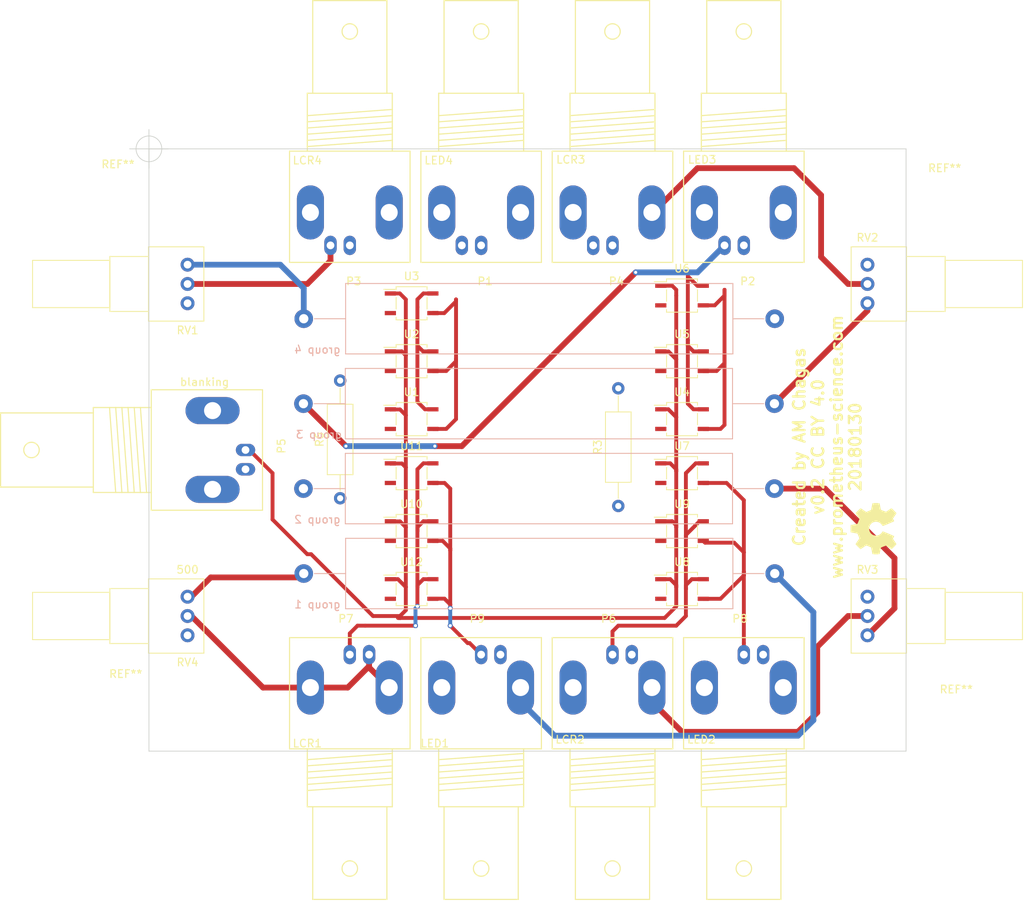
<source format=kicad_pcb>

(kicad_pcb
  (version 4)
  (host pcbnew 4.0.2-stable)
  (general
    (links 81)
    (no_connects 0)
    (area 40.500001 -33.85 209.285715 169.200001)
    (thickness 1.6)
    (drawings 18)
    (tracks 345)
    (zones 0)
    (modules 36)
    (nets 24))
  (page A4)
  (layers
    (0 F.Cu signal)
    (31 B.Cu signal)
    (32 B.Adhes user)
    (33 F.Adhes user)
    (34 B.Paste user)
    (35 F.Paste user)
    (36 B.SilkS user)
    (37 F.SilkS user)
    (38 B.Mask user)
    (39 F.Mask user)
    (40 Dwgs.User user)
    (41 Cmts.User user)
    (42 Eco1.User user)
    (43 Eco2.User user hide)
    (44 Edge.Cuts user)
    (45 Margin user)
    (46 B.CrtYd user)
    (47 F.CrtYd user)
    (48 B.Fab user)
    (49 F.Fab user))
  (setup
    (last_trace_width 0.75)
    (trace_clearance 0.45)
    (zone_clearance 0.508)
    (zone_45_only yes)
    (trace_min 0.2)
    (segment_width 0.2)
    (edge_width 0.1)
    (via_size 0.7)
    (via_drill 0.4)
    (via_min_size 0.4)
    (via_min_drill 0.3)
    (uvia_size 0.3)
    (uvia_drill 0.1)
    (uvias_allowed no)
    (uvia_min_size 0.2)
    (uvia_min_drill 0.1)
    (pcb_text_width 0.3)
    (pcb_text_size 1.5 1.5)
    (mod_edge_width 0.15)
    (mod_text_size 1 1)
    (mod_text_width 0.15)
    (pad_size 1.5 1.5)
    (pad_drill 0.6)
    (pad_to_mask_clearance 0)
    (aux_axis_origin 73 113)
    (visible_elements 7FFFFFFF)
    (pcbplotparams
      (layerselection 0x3ffff_80000001)
      (usegerberextensions false)
      (excludeedgelayer true)
      (linewidth 0.1)
      (plotframeref false)
      (viasonmask false)
      (mode 1)
      (useauxorigin false)
      (hpglpennumber 1)
      (hpglpenspeed 20)
      (hpglpendiameter 15)
      (hpglpenoverlay 2)
      (psnegative false)
      (psa4output false)
      (plotreference true)
      (plotvalue true)
      (plotinvisibletext false)
      (padsonsilk false)
      (subtractmaskfromsilk false)
      (outputformat 1)
      (mirror false)
      (drillshape 0)
      (scaleselection 1)
      (outputdirectory gerber/)))
  (net 0 "")
  (net 1 "Net-(P1-Pad2)")
  (net 2 "Net-(P1-Pad1)")
  (net 3 "Net-(P2-Pad2)")
  (net 4 "Net-(P2-Pad1)")
  (net 5 "Net-(P3-Pad2)")
  (net 6 "Net-(P3-Pad1)")
  (net 7 "Net-(P4-Pad2)")
  (net 8 "Net-(P4-Pad1)")
  (net 9 GND)
  (net 10 "Net-(P5-Pad1)")
  (net 11 "Net-(P6-Pad2)")
  (net 12 "Net-(P6-Pad1)")
  (net 13 "Net-(P7-Pad2)")
  (net 14 "Net-(P7-Pad1)")
  (net 15 "Net-(P8-Pad2)")
  (net 16 "Net-(P8-Pad1)")
  (net 17 "Net-(P9-Pad2)")
  (net 18 "Net-(P9-Pad1)")
  (net 19 "Net-(R1-Pad2)")
  (net 20 "Net-(R2-Pad2)")
  (net 21 "Net-(R3-Pad1)")
  (net 22 "Net-(R4-Pad2)")
  (net 23 "Net-(R5-Pad2)")
  (net_class Default "This is the default net class."
    (clearance 0.45)
    (trace_width 0.75)
    (via_dia 0.7)
    (via_drill 0.4)
    (uvia_dia 0.3)
    (uvia_drill 0.1)
    (add_net "Net-(P1-Pad2)")
    (add_net "Net-(P2-Pad2)")
    (add_net "Net-(P3-Pad2)")
    (add_net "Net-(P4-Pad2)")
    (add_net "Net-(P6-Pad2)")
    (add_net "Net-(P7-Pad2)")
    (add_net "Net-(P8-Pad2)")
    (add_net "Net-(P9-Pad2)")
    (add_net "Net-(R1-Pad2)")
    (add_net "Net-(R2-Pad2)")
    (add_net "Net-(R4-Pad2)")
    (add_net "Net-(R5-Pad2)"))
  (net_class half ""
    (clearance 0.3)
    (trace_width 0.5)
    (via_dia 0.65)
    (via_drill 0.4)
    (uvia_dia 0.3)
    (uvia_drill 0.1)
    (add_net GND)
    (add_net "Net-(P1-Pad1)")
    (add_net "Net-(P2-Pad1)")
    (add_net "Net-(P3-Pad1)")
    (add_net "Net-(P4-Pad1)")
    (add_net "Net-(P5-Pad1)")
    (add_net "Net-(P6-Pad1)")
    (add_net "Net-(P7-Pad1)")
    (add_net "Net-(P8-Pad1)")
    (add_net "Net-(P9-Pad1)")
    (add_net "Net-(R3-Pad1)"))
  (module Resistors_ThroughHole:R_Axial_Power_L50.0mm_W9.0mm_P60.96mm
    (layer B.Cu)
    (tedit 5A705FB7)
    (tstamp 5A58D757)
    (at 93 68)
    (descr "Resistor, Axial_Power series, Axial, Horizontal, pin pitch=60.96mm, 11W, length*diameter=50*9mm^2, http://cdn-reichelt.de/documents/datenblatt/B400/5WAXIAL_9WAXIAL_11WAXIAL_17WAXIAL%23YAG.pdf")
    (tags "Resistor Axial_Power series Axial Horizontal pin pitch 60.96mm 11W length 50mm diameter 9mm")
    (path /5A5757B7)
    (fp_text reference "group 3"
      (at 2 4)
      (layer B.SilkS)
      (effects
        (font
          (size 1 1)
          (thickness 0.15))
        (justify mirror)))
    (fp_text value 10
      (at 30.48 -5.56)
      (layer B.Fab)
      (effects
        (font
          (size 1 1)
          (thickness 0.15))
        (justify mirror)))
    (fp_line
      (start 5.48 4.5)
      (end 5.48 -4.5)
      (layer B.Fab)
      (width 0.1))
    (fp_line
      (start 5.48 -4.5)
      (end 55.48 -4.5)
      (layer B.Fab)
      (width 0.1))
    (fp_line
      (start 55.48 -4.5)
      (end 55.48 4.5)
      (layer B.Fab)
      (width 0.1))
    (fp_line
      (start 55.48 4.5)
      (end 5.48 4.5)
      (layer B.Fab)
      (width 0.1))
    (fp_line
      (start 0 0)
      (end 5.48 0)
      (layer B.Fab)
      (width 0.1))
    (fp_line
      (start 60.96 0)
      (end 55.48 0)
      (layer B.Fab)
      (width 0.1))
    (fp_line
      (start 5.42 4.56)
      (end 5.42 -4.56)
      (layer B.SilkS)
      (width 0.12))
    (fp_line
      (start 5.42 -4.56)
      (end 55.54 -4.56)
      (layer B.SilkS)
      (width 0.12))
    (fp_line
      (start 55.54 -4.56)
      (end 55.54 4.56)
      (layer B.SilkS)
      (width 0.12))
    (fp_line
      (start 55.54 4.56)
      (end 5.42 4.56)
      (layer B.SilkS)
      (width 0.12))
    (fp_line
      (start 1.38 0)
      (end 5.42 0)
      (layer B.SilkS)
      (width 0.12))
    (fp_line
      (start 59.58 0)
      (end 55.54 0)
      (layer B.SilkS)
      (width 0.12))
    (fp_line
      (start -1.45 4.85)
      (end -1.45 -4.85)
      (layer B.CrtYd)
      (width 0.05))
    (fp_line
      (start -1.45 -4.85)
      (end 62.45 -4.85)
      (layer B.CrtYd)
      (width 0.05))
    (fp_line
      (start 62.45 -4.85)
      (end 62.45 4.85)
      (layer B.CrtYd)
      (width 0.05))
    (fp_line
      (start 62.45 4.85)
      (end -1.45 4.85)
      (layer B.CrtYd)
      (width 0.05))
    (pad 1 thru_hole circle
      (at 0 0)
      (size 2.4 2.4)
      (drill 1.2)
      (layers *.Cu *.Mask)
      (net 3 "Net-(P2-Pad2)"))
    (pad 2 thru_hole oval
      (at 60.96 0)
      (size 2.4 2.4)
      (drill 1.2)
      (layers *.Cu *.Mask)
      (net 20 "Net-(R2-Pad2)"))
    (model ${KISYS3DMOD}/Resistors_THT.3dshapes/R_Axial_Power_L50.0mm_W9.0mm_P60.96mm.wrl
      (at
        (xyz 0 0 0))
      (scale
        (xyz 0.393701 0.393701 0.393701))
      (rotate
        (xyz 0 0 0))))
  (module Sockets_BNC:BNC_Socket_TYCO-AMP_LargePads
    (layer F.Cu)
    (tedit 5A705EB8)
    (tstamp 5A58D70B)
    (at 116 42.5)
    (descr "BNC Socket TYCO AMP")
    (tags "BNC Socket TYCO AMP")
    (path /5A575BDF)
    (fp_text reference P1
      (at 0.508 9.652)
      (layer F.SilkS)
      (effects
        (font
          (size 1 1)
          (thickness 0.15))))
    (fp_text value LED4
      (at -5.5 -6)
      (layer F.SilkS)
      (effects
        (font
          (size 1 1)
          (thickness 0.15))))
    (fp_line
      (start -5.4991 -11.80084)
      (end 5.4991 -12.60094)
      (layer F.SilkS)
      (width 0.15))
    (fp_line
      (start -5.4991 -11.00074)
      (end 5.4991 -11.80084)
      (layer F.SilkS)
      (width 0.15))
    (fp_line
      (start -5.4991 -10.20064)
      (end 5.4991 -11.00074)
      (layer F.SilkS)
      (width 0.15))
    (fp_line
      (start -5.4991 -9.40054)
      (end 5.4991 -10.20064)
      (layer F.SilkS)
      (width 0.15))
    (fp_line
      (start -5.4991 -8.60044)
      (end 5.4991 -9.40054)
      (layer F.SilkS)
      (width 0.15))
    (fp_line
      (start -5.4991 -7.80034)
      (end 5.4991 -8.60044)
      (layer F.SilkS)
      (width 0.15))
    (fp_line
      (start 4.8006 -14.69898)
      (end 4.8006 -26.70048)
      (layer F.SilkS)
      (width 0.15))
    (fp_line
      (start 4.8006 -26.70048)
      (end -4.8006 -26.70048)
      (layer F.SilkS)
      (width 0.15))
    (fp_line
      (start -4.8006 -26.70048)
      (end -4.8006 -14.69898)
      (layer F.SilkS)
      (width 0.15))
    (fp_line
      (start 5.4991 -7.2009)
      (end 5.4991 -14.69898)
      (layer F.SilkS)
      (width 0.15))
    (fp_line
      (start 5.4991 -14.69898)
      (end -5.4991 -14.69898)
      (layer F.SilkS)
      (width 0.15))
    (fp_line
      (start -5.4991 -14.69898)
      (end -5.4991 -7.2009)
      (layer F.SilkS)
      (width 0.15))
    (fp_line
      (start -7.80034 7.2009)
      (end 7.80034 7.2009)
      (layer F.SilkS)
      (width 0.15))
    (fp_line
      (start 7.80034 7.2009)
      (end 7.80034 -7.2009)
      (layer F.SilkS)
      (width 0.15))
    (fp_line
      (start 7.80034 -7.2009)
      (end -7.80034 -7.2009)
      (layer F.SilkS)
      (width 0.15))
    (fp_line
      (start -7.80034 -7.2009)
      (end -7.80034 7.2009)
      (layer F.SilkS)
      (width 0.15))
    (fp_circle
      (center 0 -22.69998)
      (end 1.00076 -22.69998)
      (layer F.SilkS)
      (width 0.15))
    (pad 2 thru_hole oval
      (at -5.09778 0.7366)
      (size 3.50012 7.00024)
      (drill 2.19964)
      (layers *.Cu *.Mask))
    (pad 2 thru_hole oval
      (at 5.10032 0.7366)
      (size 3.50012 7.00024)
      (drill 2.19964)
      (layers *.Cu *.Mask))
    (pad 1 thru_hole oval
      (at 0 5.00126)
      (size 1.6002 2.49936)
      (drill 1.00076)
      (layers *.Cu *.Mask))
    (pad 2 thru_hole oval
      (at -2.49936 5.00126)
      (size 1.6002 2.49936)
      (drill 1.00076)
      (layers *.Cu *.Mask))
    (model Sockets_BNC.3dshapes/BNC_Socket_TYCO-AMP_LargePads.wrl
      (at
        (xyz 0 0 0))
      (scale
        (xyz 0.3937 0.3937 0.3937))
      (rotate
        (xyz 0 0 0))))
  (module Sockets_BNC:BNC_Socket_TYCO-AMP_LargePads
    (layer F.Cu)
    (tedit 5A705ED3)
    (tstamp 5A58D713)
    (at 150 42.5)
    (descr "BNC Socket TYCO AMP")
    (tags "BNC Socket TYCO AMP")
    (path /5A5757B1)
    (fp_text reference P2
      (at 0.508 9.652)
      (layer F.SilkS)
      (effects
        (font
          (size 1 1)
          (thickness 0.15))))
    (fp_text value LED3
      (at -5.4 -6.1)
      (layer F.SilkS)
      (effects
        (font
          (size 1 1)
          (thickness 0.15))))
    (fp_line
      (start -5.4991 -11.80084)
      (end 5.4991 -12.60094)
      (layer F.SilkS)
      (width 0.15))
    (fp_line
      (start -5.4991 -11.00074)
      (end 5.4991 -11.80084)
      (layer F.SilkS)
      (width 0.15))
    (fp_line
      (start -5.4991 -10.20064)
      (end 5.4991 -11.00074)
      (layer F.SilkS)
      (width 0.15))
    (fp_line
      (start -5.4991 -9.40054)
      (end 5.4991 -10.20064)
      (layer F.SilkS)
      (width 0.15))
    (fp_line
      (start -5.4991 -8.60044)
      (end 5.4991 -9.40054)
      (layer F.SilkS)
      (width 0.15))
    (fp_line
      (start -5.4991 -7.80034)
      (end 5.4991 -8.60044)
      (layer F.SilkS)
      (width 0.15))
    (fp_line
      (start 4.8006 -14.69898)
      (end 4.8006 -26.70048)
      (layer F.SilkS)
      (width 0.15))
    (fp_line
      (start 4.8006 -26.70048)
      (end -4.8006 -26.70048)
      (layer F.SilkS)
      (width 0.15))
    (fp_line
      (start -4.8006 -26.70048)
      (end -4.8006 -14.69898)
      (layer F.SilkS)
      (width 0.15))
    (fp_line
      (start 5.4991 -7.2009)
      (end 5.4991 -14.69898)
      (layer F.SilkS)
      (width 0.15))
    (fp_line
      (start 5.4991 -14.69898)
      (end -5.4991 -14.69898)
      (layer F.SilkS)
      (width 0.15))
    (fp_line
      (start -5.4991 -14.69898)
      (end -5.4991 -7.2009)
      (layer F.SilkS)
      (width 0.15))
    (fp_line
      (start -7.80034 7.2009)
      (end 7.80034 7.2009)
      (layer F.SilkS)
      (width 0.15))
    (fp_line
      (start 7.80034 7.2009)
      (end 7.80034 -7.2009)
      (layer F.SilkS)
      (width 0.15))
    (fp_line
      (start 7.80034 -7.2009)
      (end -7.80034 -7.2009)
      (layer F.SilkS)
      (width 0.15))
    (fp_line
      (start -7.80034 -7.2009)
      (end -7.80034 7.2009)
      (layer F.SilkS)
      (width 0.15))
    (fp_circle
      (center 0 -22.69998)
      (end 1.00076 -22.69998)
      (layer F.SilkS)
      (width 0.15))
    (pad 2 thru_hole oval
      (at -5.09778 0.7366)
      (size 3.50012 7.00024)
      (drill 2.19964)
      (layers *.Cu *.Mask))
    (pad 2 thru_hole oval
      (at 5.10032 0.7366)
      (size 3.50012 7.00024)
      (drill 2.19964)
      (layers *.Cu *.Mask))
    (pad 1 thru_hole oval
      (at 0 5.00126)
      (size 1.6002 2.49936)
      (drill 1.00076)
      (layers *.Cu *.Mask))
    (pad 2 thru_hole oval
      (at -2.49936 5.00126)
      (size 1.6002 2.49936)
      (drill 1.00076)
      (layers *.Cu *.Mask)
      (net 3 "Net-(P2-Pad2)"))
    (model Sockets_BNC.3dshapes/BNC_Socket_TYCO-AMP_LargePads.wrl
      (at
        (xyz 0 0 0))
      (scale
        (xyz 0.3937 0.3937 0.3937))
      (rotate
        (xyz 0 0 0))))
  (module Sockets_BNC:BNC_Socket_TYCO-AMP_LargePads
    (layer F.Cu)
    (tedit 5A705EAD)
    (tstamp 5A58D71B)
    (at 99 42.5)
    (descr "BNC Socket TYCO AMP")
    (tags "BNC Socket TYCO AMP")
    (path /5A575BF1)
    (fp_text reference P3
      (at 0.508 9.652)
      (layer F.SilkS)
      (effects
        (font
          (size 1 1)
          (thickness 0.15))))
    (fp_text value LCR4
      (at -5.5 -6)
      (layer F.SilkS)
      (effects
        (font
          (size 1 1)
          (thickness 0.15))))
    (fp_line
      (start -5.4991 -11.80084)
      (end 5.4991 -12.60094)
      (layer F.SilkS)
      (width 0.15))
    (fp_line
      (start -5.4991 -11.00074)
      (end 5.4991 -11.80084)
      (layer F.SilkS)
      (width 0.15))
    (fp_line
      (start -5.4991 -10.20064)
      (end 5.4991 -11.00074)
      (layer F.SilkS)
      (width 0.15))
    (fp_line
      (start -5.4991 -9.40054)
      (end 5.4991 -10.20064)
      (layer F.SilkS)
      (width 0.15))
    (fp_line
      (start -5.4991 -8.60044)
      (end 5.4991 -9.40054)
      (layer F.SilkS)
      (width 0.15))
    (fp_line
      (start -5.4991 -7.80034)
      (end 5.4991 -8.60044)
      (layer F.SilkS)
      (width 0.15))
    (fp_line
      (start 4.8006 -14.69898)
      (end 4.8006 -26.70048)
      (layer F.SilkS)
      (width 0.15))
    (fp_line
      (start 4.8006 -26.70048)
      (end -4.8006 -26.70048)
      (layer F.SilkS)
      (width 0.15))
    (fp_line
      (start -4.8006 -26.70048)
      (end -4.8006 -14.69898)
      (layer F.SilkS)
      (width 0.15))
    (fp_line
      (start 5.4991 -7.2009)
      (end 5.4991 -14.69898)
      (layer F.SilkS)
      (width 0.15))
    (fp_line
      (start 5.4991 -14.69898)
      (end -5.4991 -14.69898)
      (layer F.SilkS)
      (width 0.15))
    (fp_line
      (start -5.4991 -14.69898)
      (end -5.4991 -7.2009)
      (layer F.SilkS)
      (width 0.15))
    (fp_line
      (start -7.80034 7.2009)
      (end 7.80034 7.2009)
      (layer F.SilkS)
      (width 0.15))
    (fp_line
      (start 7.80034 7.2009)
      (end 7.80034 -7.2009)
      (layer F.SilkS)
      (width 0.15))
    (fp_line
      (start 7.80034 -7.2009)
      (end -7.80034 -7.2009)
      (layer F.SilkS)
      (width 0.15))
    (fp_line
      (start -7.80034 -7.2009)
      (end -7.80034 7.2009)
      (layer F.SilkS)
      (width 0.15))
    (fp_circle
      (center 0 -22.69998)
      (end 1.00076 -22.69998)
      (layer F.SilkS)
      (width 0.15))
    (pad 2 thru_hole oval
      (at -5.09778 0.7366)
      (size 3.50012 7.00024)
      (drill 2.19964)
      (layers *.Cu *.Mask))
    (pad 2 thru_hole oval
      (at 5.10032 0.7366)
      (size 3.50012 7.00024)
      (drill 2.19964)
      (layers *.Cu *.Mask))
    (pad 1 thru_hole oval
      (at 0 5.00126)
      (size 1.6002 2.49936)
      (drill 1.00076)
      (layers *.Cu *.Mask))
    (pad 2 thru_hole oval
      (at -2.49936 5.00126)
      (size 1.6002 2.49936)
      (drill 1.00076)
      (layers *.Cu *.Mask)
      (net 5 "Net-(P3-Pad2)"))
    (model Sockets_BNC.3dshapes/BNC_Socket_TYCO-AMP_LargePads.wrl
      (at
        (xyz 0 0 0))
      (scale
        (xyz 0.3937 0.3937 0.3937))
      (rotate
        (xyz 0 0 0))))
  (module Sockets_BNC:BNC_Socket_TYCO-AMP_LargePads
    (layer F.Cu)
    (tedit 5A705ECA)
    (tstamp 5A58D723)
    (at 133 42.5)
    (descr "BNC Socket TYCO AMP")
    (tags "BNC Socket TYCO AMP")
    (path /5A5757C3)
    (fp_text reference P4
      (at 0.508 9.652)
      (layer F.SilkS)
      (effects
        (font
          (size 1 1)
          (thickness 0.15))))
    (fp_text value LCR3
      (at -5.4 -6.1)
      (layer F.SilkS)
      (effects
        (font
          (size 1 1)
          (thickness 0.15))))
    (fp_line
      (start -5.4991 -11.80084)
      (end 5.4991 -12.60094)
      (layer F.SilkS)
      (width 0.15))
    (fp_line
      (start -5.4991 -11.00074)
      (end 5.4991 -11.80084)
      (layer F.SilkS)
      (width 0.15))
    (fp_line
      (start -5.4991 -10.20064)
      (end 5.4991 -11.00074)
      (layer F.SilkS)
      (width 0.15))
    (fp_line
      (start -5.4991 -9.40054)
      (end 5.4991 -10.20064)
      (layer F.SilkS)
      (width 0.15))
    (fp_line
      (start -5.4991 -8.60044)
      (end 5.4991 -9.40054)
      (layer F.SilkS)
      (width 0.15))
    (fp_line
      (start -5.4991 -7.80034)
      (end 5.4991 -8.60044)
      (layer F.SilkS)
      (width 0.15))
    (fp_line
      (start 4.8006 -14.69898)
      (end 4.8006 -26.70048)
      (layer F.SilkS)
      (width 0.15))
    (fp_line
      (start 4.8006 -26.70048)
      (end -4.8006 -26.70048)
      (layer F.SilkS)
      (width 0.15))
    (fp_line
      (start -4.8006 -26.70048)
      (end -4.8006 -14.69898)
      (layer F.SilkS)
      (width 0.15))
    (fp_line
      (start 5.4991 -7.2009)
      (end 5.4991 -14.69898)
      (layer F.SilkS)
      (width 0.15))
    (fp_line
      (start 5.4991 -14.69898)
      (end -5.4991 -14.69898)
      (layer F.SilkS)
      (width 0.15))
    (fp_line
      (start -5.4991 -14.69898)
      (end -5.4991 -7.2009)
      (layer F.SilkS)
      (width 0.15))
    (fp_line
      (start -7.80034 7.2009)
      (end 7.80034 7.2009)
      (layer F.SilkS)
      (width 0.15))
    (fp_line
      (start 7.80034 7.2009)
      (end 7.80034 -7.2009)
      (layer F.SilkS)
      (width 0.15))
    (fp_line
      (start 7.80034 -7.2009)
      (end -7.80034 -7.2009)
      (layer F.SilkS)
      (width 0.15))
    (fp_line
      (start -7.80034 -7.2009)
      (end -7.80034 7.2009)
      (layer F.SilkS)
      (width 0.15))
    (fp_circle
      (center 0 -22.69998)
      (end 1.00076 -22.69998)
      (layer F.SilkS)
      (width 0.15))
    (pad 2 thru_hole oval
      (at -5.09778 0.7366)
      (size 3.50012 7.00024)
      (drill 2.19964)
      (layers *.Cu *.Mask))
    (pad 2 thru_hole oval
      (at 5.10032 0.7366)
      (size 3.50012 7.00024)
      (drill 2.19964)
      (layers *.Cu *.Mask)
      (net 7 "Net-(P4-Pad2)"))
    (pad 1 thru_hole oval
      (at 0 5.00126)
      (size 1.6002 2.49936)
      (drill 1.00076)
      (layers *.Cu *.Mask))
    (pad 2 thru_hole oval
      (at -2.49936 5.00126)
      (size 1.6002 2.49936)
      (drill 1.00076)
      (layers *.Cu *.Mask))
    (model Sockets_BNC.3dshapes/BNC_Socket_TYCO-AMP_LargePads.wrl
      (at
        (xyz 0 0 0))
      (scale
        (xyz 0.3937 0.3937 0.3937))
      (rotate
        (xyz 0 0 0))))
  (module Sockets_BNC:BNC_Socket_TYCO-AMP_LargePads
    (layer F.Cu)
    (tedit 5A705EA5)
    (tstamp 5A58D72B)
    (at 80.5 74 90)
    (descr "BNC Socket TYCO AMP")
    (tags "BNC Socket TYCO AMP")
    (path /5A43A6B6)
    (fp_text reference P5
      (at 0.508 9.652 90)
      (layer F.SilkS)
      (effects
        (font
          (size 1 1)
          (thickness 0.15))))
    (fp_text value blanking
      (at 8.8 -0.3 180)
      (layer F.SilkS)
      (effects
        (font
          (size 1 1)
          (thickness 0.15))))
    (fp_line
      (start -5.4991 -11.80084)
      (end 5.4991 -12.60094)
      (layer F.SilkS)
      (width 0.15))
    (fp_line
      (start -5.4991 -11.00074)
      (end 5.4991 -11.80084)
      (layer F.SilkS)
      (width 0.15))
    (fp_line
      (start -5.4991 -10.20064)
      (end 5.4991 -11.00074)
      (layer F.SilkS)
      (width 0.15))
    (fp_line
      (start -5.4991 -9.40054)
      (end 5.4991 -10.20064)
      (layer F.SilkS)
      (width 0.15))
    (fp_line
      (start -5.4991 -8.60044)
      (end 5.4991 -9.40054)
      (layer F.SilkS)
      (width 0.15))
    (fp_line
      (start -5.4991 -7.80034)
      (end 5.4991 -8.60044)
      (layer F.SilkS)
      (width 0.15))
    (fp_line
      (start 4.8006 -14.69898)
      (end 4.8006 -26.70048)
      (layer F.SilkS)
      (width 0.15))
    (fp_line
      (start 4.8006 -26.70048)
      (end -4.8006 -26.70048)
      (layer F.SilkS)
      (width 0.15))
    (fp_line
      (start -4.8006 -26.70048)
      (end -4.8006 -14.69898)
      (layer F.SilkS)
      (width 0.15))
    (fp_line
      (start 5.4991 -7.2009)
      (end 5.4991 -14.69898)
      (layer F.SilkS)
      (width 0.15))
    (fp_line
      (start 5.4991 -14.69898)
      (end -5.4991 -14.69898)
      (layer F.SilkS)
      (width 0.15))
    (fp_line
      (start -5.4991 -14.69898)
      (end -5.4991 -7.2009)
      (layer F.SilkS)
      (width 0.15))
    (fp_line
      (start -7.80034 7.2009)
      (end 7.80034 7.2009)
      (layer F.SilkS)
      (width 0.15))
    (fp_line
      (start 7.80034 7.2009)
      (end 7.80034 -7.2009)
      (layer F.SilkS)
      (width 0.15))
    (fp_line
      (start 7.80034 -7.2009)
      (end -7.80034 -7.2009)
      (layer F.SilkS)
      (width 0.15))
    (fp_line
      (start -7.80034 -7.2009)
      (end -7.80034 7.2009)
      (layer F.SilkS)
      (width 0.15))
    (fp_circle
      (center 0 -22.69998)
      (end 1.00076 -22.69998)
      (layer F.SilkS)
      (width 0.15))
    (pad 2 thru_hole oval
      (at -5.09778 0.7366 90)
      (size 3.50012 7.00024)
      (drill 2.19964)
      (layers *.Cu *.Mask))
    (pad 2 thru_hole oval
      (at 5.10032 0.7366 90)
      (size 3.50012 7.00024)
      (drill 2.19964)
      (layers *.Cu *.Mask))
    (pad 1 thru_hole oval
      (at 0 5.00126 90)
      (size 1.6002 2.49936)
      (drill 1.00076)
      (layers *.Cu *.Mask)
      (net 10 "Net-(P5-Pad1)"))
    (pad 2 thru_hole oval
      (at -2.49936 5.00126 90)
      (size 1.6002 2.49936)
      (drill 1.00076)
      (layers *.Cu *.Mask))
    (model Sockets_BNC.3dshapes/BNC_Socket_TYCO-AMP_LargePads.wrl
      (at
        (xyz 0 0 0))
      (scale
        (xyz 0.3937 0.3937 0.3937))
      (rotate
        (xyz 0 0 0))))
  (module Sockets_BNC:BNC_Socket_TYCO-AMP_LargePads
    (layer F.Cu)
    (tedit 5A705EEC)
    (tstamp 5A58D733)
    (at 133 105.5 180)
    (descr "BNC Socket TYCO AMP")
    (tags "BNC Socket TYCO AMP")
    (path /5A574D83)
    (fp_text reference P6
      (at 0.508 9.652 180)
      (layer F.SilkS)
      (effects
        (font
          (size 1 1)
          (thickness 0.15))))
    (fp_text value LCR2
      (at 5.5 -6 180)
      (layer F.SilkS)
      (effects
        (font
          (size 1 1)
          (thickness 0.15))))
    (fp_line
      (start -5.4991 -11.80084)
      (end 5.4991 -12.60094)
      (layer F.SilkS)
      (width 0.15))
    (fp_line
      (start -5.4991 -11.00074)
      (end 5.4991 -11.80084)
      (layer F.SilkS)
      (width 0.15))
    (fp_line
      (start -5.4991 -10.20064)
      (end 5.4991 -11.00074)
      (layer F.SilkS)
      (width 0.15))
    (fp_line
      (start -5.4991 -9.40054)
      (end 5.4991 -10.20064)
      (layer F.SilkS)
      (width 0.15))
    (fp_line
      (start -5.4991 -8.60044)
      (end 5.4991 -9.40054)
      (layer F.SilkS)
      (width 0.15))
    (fp_line
      (start -5.4991 -7.80034)
      (end 5.4991 -8.60044)
      (layer F.SilkS)
      (width 0.15))
    (fp_line
      (start 4.8006 -14.69898)
      (end 4.8006 -26.70048)
      (layer F.SilkS)
      (width 0.15))
    (fp_line
      (start 4.8006 -26.70048)
      (end -4.8006 -26.70048)
      (layer F.SilkS)
      (width 0.15))
    (fp_line
      (start -4.8006 -26.70048)
      (end -4.8006 -14.69898)
      (layer F.SilkS)
      (width 0.15))
    (fp_line
      (start 5.4991 -7.2009)
      (end 5.4991 -14.69898)
      (layer F.SilkS)
      (width 0.15))
    (fp_line
      (start 5.4991 -14.69898)
      (end -5.4991 -14.69898)
      (layer F.SilkS)
      (width 0.15))
    (fp_line
      (start -5.4991 -14.69898)
      (end -5.4991 -7.2009)
      (layer F.SilkS)
      (width 0.15))
    (fp_line
      (start -7.80034 7.2009)
      (end 7.80034 7.2009)
      (layer F.SilkS)
      (width 0.15))
    (fp_line
      (start 7.80034 7.2009)
      (end 7.80034 -7.2009)
      (layer F.SilkS)
      (width 0.15))
    (fp_line
      (start 7.80034 -7.2009)
      (end -7.80034 -7.2009)
      (layer F.SilkS)
      (width 0.15))
    (fp_line
      (start -7.80034 -7.2009)
      (end -7.80034 7.2009)
      (layer F.SilkS)
      (width 0.15))
    (fp_circle
      (center 0 -22.69998)
      (end 1.00076 -22.69998)
      (layer F.SilkS)
      (width 0.15))
    (pad 2 thru_hole oval
      (at -5.09778 0.7366 180)
      (size 3.50012 7.00024)
      (drill 2.19964)
      (layers *.Cu *.Mask)
      (net 11 "Net-(P6-Pad2)"))
    (pad 2 thru_hole oval
      (at 5.10032 0.7366 180)
      (size 3.50012 7.00024)
      (drill 2.19964)
      (layers *.Cu *.Mask))
    (pad 1 thru_hole oval
      (at 0 5.00126 180)
      (size 1.6002 2.49936)
      (drill 1.00076)
      (layers *.Cu *.Mask)
      (net 12 "Net-(P6-Pad1)"))
    (pad 2 thru_hole oval
      (at -2.49936 5.00126 180)
      (size 1.6002 2.49936)
      (drill 1.00076)
      (layers *.Cu *.Mask))
    (model Sockets_BNC.3dshapes/BNC_Socket_TYCO-AMP_LargePads.wrl
      (at
        (xyz 0 0 0))
      (scale
        (xyz 0.3937 0.3937 0.3937))
      (rotate
        (xyz 0 0 0))))
  (module Sockets_BNC:BNC_Socket_TYCO-AMP_LargePads
    (layer F.Cu)
    (tedit 5A705F23)
    (tstamp 5A58D73B)
    (at 99 105.5 180)
    (descr "BNC Socket TYCO AMP")
    (tags "BNC Socket TYCO AMP")
    (path /5A54BE97)
    (fp_text reference P7
      (at 0.508 9.652 180)
      (layer F.SilkS)
      (effects
        (font
          (size 1 1)
          (thickness 0.15))))
    (fp_text value LCR1
      (at 5.5 -6.5 180)
      (layer F.SilkS)
      (effects
        (font
          (size 1 1)
          (thickness 0.15))))
    (fp_line
      (start -5.4991 -11.80084)
      (end 5.4991 -12.60094)
      (layer F.SilkS)
      (width 0.15))
    (fp_line
      (start -5.4991 -11.00074)
      (end 5.4991 -11.80084)
      (layer F.SilkS)
      (width 0.15))
    (fp_line
      (start -5.4991 -10.20064)
      (end 5.4991 -11.00074)
      (layer F.SilkS)
      (width 0.15))
    (fp_line
      (start -5.4991 -9.40054)
      (end 5.4991 -10.20064)
      (layer F.SilkS)
      (width 0.15))
    (fp_line
      (start -5.4991 -8.60044)
      (end 5.4991 -9.40054)
      (layer F.SilkS)
      (width 0.15))
    (fp_line
      (start -5.4991 -7.80034)
      (end 5.4991 -8.60044)
      (layer F.SilkS)
      (width 0.15))
    (fp_line
      (start 4.8006 -14.69898)
      (end 4.8006 -26.70048)
      (layer F.SilkS)
      (width 0.15))
    (fp_line
      (start 4.8006 -26.70048)
      (end -4.8006 -26.70048)
      (layer F.SilkS)
      (width 0.15))
    (fp_line
      (start -4.8006 -26.70048)
      (end -4.8006 -14.69898)
      (layer F.SilkS)
      (width 0.15))
    (fp_line
      (start 5.4991 -7.2009)
      (end 5.4991 -14.69898)
      (layer F.SilkS)
      (width 0.15))
    (fp_line
      (start 5.4991 -14.69898)
      (end -5.4991 -14.69898)
      (layer F.SilkS)
      (width 0.15))
    (fp_line
      (start -5.4991 -14.69898)
      (end -5.4991 -7.2009)
      (layer F.SilkS)
      (width 0.15))
    (fp_line
      (start -7.80034 7.2009)
      (end 7.80034 7.2009)
      (layer F.SilkS)
      (width 0.15))
    (fp_line
      (start 7.80034 7.2009)
      (end 7.80034 -7.2009)
      (layer F.SilkS)
      (width 0.15))
    (fp_line
      (start 7.80034 -7.2009)
      (end -7.80034 -7.2009)
      (layer F.SilkS)
      (width 0.15))
    (fp_line
      (start -7.80034 -7.2009)
      (end -7.80034 7.2009)
      (layer F.SilkS)
      (width 0.15))
    (fp_circle
      (center 0 -22.69998)
      (end 1.00076 -22.69998)
      (layer F.SilkS)
      (width 0.15))
    (pad 2 thru_hole oval
      (at -5.09778 0.7366 180)
      (size 3.50012 7.00024)
      (drill 2.19964)
      (layers *.Cu *.Mask)
      (net 13 "Net-(P7-Pad2)"))
    (pad 2 thru_hole oval
      (at 5.10032 0.7366 180)
      (size 3.50012 7.00024)
      (drill 2.19964)
      (layers *.Cu *.Mask)
      (net 13 "Net-(P7-Pad2)"))
    (pad 1 thru_hole oval
      (at 0 5.00126 180)
      (size 1.6002 2.49936)
      (drill 1.00076)
      (layers *.Cu *.Mask)
      (net 14 "Net-(P7-Pad1)"))
    (pad 2 thru_hole oval
      (at -2.49936 5.00126 180)
      (size 1.6002 2.49936)
      (drill 1.00076)
      (layers *.Cu *.Mask)
      (net 13 "Net-(P7-Pad2)"))
    (model Sockets_BNC.3dshapes/BNC_Socket_TYCO-AMP_LargePads.wrl
      (at
        (xyz 0 0 0))
      (scale
        (xyz 0.3937 0.3937 0.3937))
      (rotate
        (xyz 0 0 0))))
  (module Sockets_BNC:BNC_Socket_TYCO-AMP_LargePads
    (layer F.Cu)
    (tedit 5A705EE4)
    (tstamp 5A58D743)
    (at 150 105.5 180)
    (descr "BNC Socket TYCO AMP")
    (tags "BNC Socket TYCO AMP")
    (path /5A574D71)
    (fp_text reference P8
      (at 0.508 9.652 180)
      (layer F.SilkS)
      (effects
        (font
          (size 1 1)
          (thickness 0.15))))
    (fp_text value LED2
      (at 5.5 -6 180)
      (layer F.SilkS)
      (effects
        (font
          (size 1 1)
          (thickness 0.15))))
    (fp_line
      (start -5.4991 -11.80084)
      (end 5.4991 -12.60094)
      (layer F.SilkS)
      (width 0.15))
    (fp_line
      (start -5.4991 -11.00074)
      (end 5.4991 -11.80084)
      (layer F.SilkS)
      (width 0.15))
    (fp_line
      (start -5.4991 -10.20064)
      (end 5.4991 -11.00074)
      (layer F.SilkS)
      (width 0.15))
    (fp_line
      (start -5.4991 -9.40054)
      (end 5.4991 -10.20064)
      (layer F.SilkS)
      (width 0.15))
    (fp_line
      (start -5.4991 -8.60044)
      (end 5.4991 -9.40054)
      (layer F.SilkS)
      (width 0.15))
    (fp_line
      (start -5.4991 -7.80034)
      (end 5.4991 -8.60044)
      (layer F.SilkS)
      (width 0.15))
    (fp_line
      (start 4.8006 -14.69898)
      (end 4.8006 -26.70048)
      (layer F.SilkS)
      (width 0.15))
    (fp_line
      (start 4.8006 -26.70048)
      (end -4.8006 -26.70048)
      (layer F.SilkS)
      (width 0.15))
    (fp_line
      (start -4.8006 -26.70048)
      (end -4.8006 -14.69898)
      (layer F.SilkS)
      (width 0.15))
    (fp_line
      (start 5.4991 -7.2009)
      (end 5.4991 -14.69898)
      (layer F.SilkS)
      (width 0.15))
    (fp_line
      (start 5.4991 -14.69898)
      (end -5.4991 -14.69898)
      (layer F.SilkS)
      (width 0.15))
    (fp_line
      (start -5.4991 -14.69898)
      (end -5.4991 -7.2009)
      (layer F.SilkS)
      (width 0.15))
    (fp_line
      (start -7.80034 7.2009)
      (end 7.80034 7.2009)
      (layer F.SilkS)
      (width 0.15))
    (fp_line
      (start 7.80034 7.2009)
      (end 7.80034 -7.2009)
      (layer F.SilkS)
      (width 0.15))
    (fp_line
      (start 7.80034 -7.2009)
      (end -7.80034 -7.2009)
      (layer F.SilkS)
      (width 0.15))
    (fp_line
      (start -7.80034 -7.2009)
      (end -7.80034 7.2009)
      (layer F.SilkS)
      (width 0.15))
    (fp_circle
      (center 0 -22.69998)
      (end 1.00076 -22.69998)
      (layer F.SilkS)
      (width 0.15))
    (pad 2 thru_hole oval
      (at -5.09778 0.7366 180)
      (size 3.50012 7.00024)
      (drill 2.19964)
      (layers *.Cu *.Mask))
    (pad 2 thru_hole oval
      (at 5.10032 0.7366 180)
      (size 3.50012 7.00024)
      (drill 2.19964)
      (layers *.Cu *.Mask))
    (pad 1 thru_hole oval
      (at 0 5.00126 180)
      (size 1.6002 2.49936)
      (drill 1.00076)
      (layers *.Cu *.Mask)
      (net 16 "Net-(P8-Pad1)"))
    (pad 2 thru_hole oval
      (at -2.49936 5.00126 180)
      (size 1.6002 2.49936)
      (drill 1.00076)
      (layers *.Cu *.Mask))
    (model Sockets_BNC.3dshapes/BNC_Socket_TYCO-AMP_LargePads.wrl
      (at
        (xyz 0 0 0))
      (scale
        (xyz 0.3937 0.3937 0.3937))
      (rotate
        (xyz 0 0 0))))
  (module Sockets_BNC:BNC_Socket_TYCO-AMP_LargePads
    (layer F.Cu)
    (tedit 5A705EF9)
    (tstamp 5A58D74B)
    (at 116 105.5 180)
    (descr "BNC Socket TYCO AMP")
    (tags "BNC Socket TYCO AMP")
    (path /5A439781)
    (fp_text reference P9
      (at 0.508 9.652 180)
      (layer F.SilkS)
      (effects
        (font
          (size 1 1)
          (thickness 0.15))))
    (fp_text value LED1
      (at 6 -6.5 180)
      (layer F.SilkS)
      (effects
        (font
          (size 1 1)
          (thickness 0.15))))
    (fp_line
      (start -5.4991 -11.80084)
      (end 5.4991 -12.60094)
      (layer F.SilkS)
      (width 0.15))
    (fp_line
      (start -5.4991 -11.00074)
      (end 5.4991 -11.80084)
      (layer F.SilkS)
      (width 0.15))
    (fp_line
      (start -5.4991 -10.20064)
      (end 5.4991 -11.00074)
      (layer F.SilkS)
      (width 0.15))
    (fp_line
      (start -5.4991 -9.40054)
      (end 5.4991 -10.20064)
      (layer F.SilkS)
      (width 0.15))
    (fp_line
      (start -5.4991 -8.60044)
      (end 5.4991 -9.40054)
      (layer F.SilkS)
      (width 0.15))
    (fp_line
      (start -5.4991 -7.80034)
      (end 5.4991 -8.60044)
      (layer F.SilkS)
      (width 0.15))
    (fp_line
      (start 4.8006 -14.69898)
      (end 4.8006 -26.70048)
      (layer F.SilkS)
      (width 0.15))
    (fp_line
      (start 4.8006 -26.70048)
      (end -4.8006 -26.70048)
      (layer F.SilkS)
      (width 0.15))
    (fp_line
      (start -4.8006 -26.70048)
      (end -4.8006 -14.69898)
      (layer F.SilkS)
      (width 0.15))
    (fp_line
      (start 5.4991 -7.2009)
      (end 5.4991 -14.69898)
      (layer F.SilkS)
      (width 0.15))
    (fp_line
      (start 5.4991 -14.69898)
      (end -5.4991 -14.69898)
      (layer F.SilkS)
      (width 0.15))
    (fp_line
      (start -5.4991 -14.69898)
      (end -5.4991 -7.2009)
      (layer F.SilkS)
      (width 0.15))
    (fp_line
      (start -7.80034 7.2009)
      (end 7.80034 7.2009)
      (layer F.SilkS)
      (width 0.15))
    (fp_line
      (start 7.80034 7.2009)
      (end 7.80034 -7.2009)
      (layer F.SilkS)
      (width 0.15))
    (fp_line
      (start 7.80034 -7.2009)
      (end -7.80034 -7.2009)
      (layer F.SilkS)
      (width 0.15))
    (fp_line
      (start -7.80034 -7.2009)
      (end -7.80034 7.2009)
      (layer F.SilkS)
      (width 0.15))
    (fp_circle
      (center 0 -22.69998)
      (end 1.00076 -22.69998)
      (layer F.SilkS)
      (width 0.15))
    (pad 2 thru_hole oval
      (at -5.09778 0.7366 180)
      (size 3.50012 7.00024)
      (drill 2.19964)
      (layers *.Cu *.Mask)
      (net 17 "Net-(P9-Pad2)"))
    (pad 2 thru_hole oval
      (at 5.10032 0.7366 180)
      (size 3.50012 7.00024)
      (drill 2.19964)
      (layers *.Cu *.Mask))
    (pad 1 thru_hole oval
      (at 0 5.00126 180)
      (size 1.6002 2.49936)
      (drill 1.00076)
      (layers *.Cu *.Mask)
      (net 18 "Net-(P9-Pad1)"))
    (pad 2 thru_hole oval
      (at -2.49936 5.00126 180)
      (size 1.6002 2.49936)
      (drill 1.00076)
      (layers *.Cu *.Mask))
    (model Sockets_BNC.3dshapes/BNC_Socket_TYCO-AMP_LargePads.wrl
      (at
        (xyz 0 0 0))
      (scale
        (xyz 0.3937 0.3937 0.3937))
      (rotate
        (xyz 0 0 0))))
  (module Resistors_ThroughHole:R_Axial_Power_L50.0mm_W9.0mm_P60.96mm
    (layer B.Cu)
    (tedit 5A705F9C)
    (tstamp 5A58D751)
    (at 154 57 180)
    (descr "Resistor, Axial_Power series, Axial, Horizontal, pin pitch=60.96mm, 11W, length*diameter=50*9mm^2, http://cdn-reichelt.de/documents/datenblatt/B400/5WAXIAL_9WAXIAL_11WAXIAL_17WAXIAL%23YAG.pdf")
    (tags "Resistor Axial_Power series Axial Horizontal pin pitch 60.96mm 11W length 50mm diameter 9mm")
    (path /5A575BE5)
    (fp_text reference "group 4"
      (at 59.2 -4 180)
      (layer B.SilkS)
      (effects
        (font
          (size 1 1)
          (thickness 0.15))
        (justify mirror)))
    (fp_text value 10
      (at 30.48 -5.56 180)
      (layer B.Fab)
      (effects
        (font
          (size 1 1)
          (thickness 0.15))
        (justify mirror)))
    (fp_line
      (start 5.48 4.5)
      (end 5.48 -4.5)
      (layer B.Fab)
      (width 0.1))
    (fp_line
      (start 5.48 -4.5)
      (end 55.48 -4.5)
      (layer B.Fab)
      (width 0.1))
    (fp_line
      (start 55.48 -4.5)
      (end 55.48 4.5)
      (layer B.Fab)
      (width 0.1))
    (fp_line
      (start 55.48 4.5)
      (end 5.48 4.5)
      (layer B.Fab)
      (width 0.1))
    (fp_line
      (start 0 0)
      (end 5.48 0)
      (layer B.Fab)
      (width 0.1))
    (fp_line
      (start 60.96 0)
      (end 55.48 0)
      (layer B.Fab)
      (width 0.1))
    (fp_line
      (start 5.42 4.56)
      (end 5.42 -4.56)
      (layer B.SilkS)
      (width 0.12))
    (fp_line
      (start 5.42 -4.56)
      (end 55.54 -4.56)
      (layer B.SilkS)
      (width 0.12))
    (fp_line
      (start 55.54 -4.56)
      (end 55.54 4.56)
      (layer B.SilkS)
      (width 0.12))
    (fp_line
      (start 55.54 4.56)
      (end 5.42 4.56)
      (layer B.SilkS)
      (width 0.12))
    (fp_line
      (start 1.38 0)
      (end 5.42 0)
      (layer B.SilkS)
      (width 0.12))
    (fp_line
      (start 59.58 0)
      (end 55.54 0)
      (layer B.SilkS)
      (width 0.12))
    (fp_line
      (start -1.45 4.85)
      (end -1.45 -4.85)
      (layer B.CrtYd)
      (width 0.05))
    (fp_line
      (start -1.45 -4.85)
      (end 62.45 -4.85)
      (layer B.CrtYd)
      (width 0.05))
    (fp_line
      (start 62.45 -4.85)
      (end 62.45 4.85)
      (layer B.CrtYd)
      (width 0.05))
    (fp_line
      (start 62.45 4.85)
      (end -1.45 4.85)
      (layer B.CrtYd)
      (width 0.05))
    (pad 1 thru_hole circle
      (at 0 0 180)
      (size 2.4 2.4)
      (drill 1.2)
      (layers *.Cu *.Mask))
    (pad 2 thru_hole oval
      (at 60.96 0 180)
      (size 2.4 2.4)
      (drill 1.2)
      (layers *.Cu *.Mask)
      (net 19 "Net-(R1-Pad2)"))
    (model ${KISYS3DMOD}/Resistors_THT.3dshapes/R_Axial_Power_L50.0mm_W9.0mm_P60.96mm.wrl
      (at
        (xyz 0 0 0))
      (scale
        (xyz 0.393701 0.393701 0.393701))
      (rotate
        (xyz 0 0 0))))
  (module Resistors_ThroughHole:R_Axial_DIN0309_L9.0mm_D3.2mm_P15.24mm_Horizontal
    (layer F.Cu)
    (tedit 5874F706)
    (tstamp 5A58D75D)
    (at 133.75 81.25 90)
    (descr "Resistor, Axial_DIN0309 series, Axial, Horizontal, pin pitch=15.24mm, 0.5W = 1/2W, length*diameter=9*3.2mm^2, http://cdn-reichelt.de/documents/datenblatt/B400/1_4W%23YAG.pdf")
    (tags "Resistor Axial_DIN0309 series Axial Horizontal pin pitch 15.24mm 0.5W = 1/2W length 9mm diameter 3.2mm")
    (path /5A43A69A)
    (fp_text reference R3
      (at 7.62 -2.66 90)
      (layer F.SilkS)
      (effects
        (font
          (size 1 1)
          (thickness 0.15))))
    (fp_text value 270
      (at 7.62 2.66 90)
      (layer F.Fab)
      (effects
        (font
          (size 1 1)
          (thickness 0.15))))
    (fp_line
      (start 3.12 -1.6)
      (end 3.12 1.6)
      (layer F.Fab)
      (width 0.1))
    (fp_line
      (start 3.12 1.6)
      (end 12.12 1.6)
      (layer F.Fab)
      (width 0.1))
    (fp_line
      (start 12.12 1.6)
      (end 12.12 -1.6)
      (layer F.Fab)
      (width 0.1))
    (fp_line
      (start 12.12 -1.6)
      (end 3.12 -1.6)
      (layer F.Fab)
      (width 0.1))
    (fp_line
      (start 0 0)
      (end 3.12 0)
      (layer F.Fab)
      (width 0.1))
    (fp_line
      (start 15.24 0)
      (end 12.12 0)
      (layer F.Fab)
      (width 0.1))
    (fp_line
      (start 3.06 -1.66)
      (end 3.06 1.66)
      (layer F.SilkS)
      (width 0.12))
    (fp_line
      (start 3.06 1.66)
      (end 12.18 1.66)
      (layer F.SilkS)
      (width 0.12))
    (fp_line
      (start 12.18 1.66)
      (end 12.18 -1.66)
      (layer F.SilkS)
      (width 0.12))
    (fp_line
      (start 12.18 -1.66)
      (end 3.06 -1.66)
      (layer F.SilkS)
      (width 0.12))
    (fp_line
      (start 0.98 0)
      (end 3.06 0)
      (layer F.SilkS)
      (width 0.12))
    (fp_line
      (start 14.26 0)
      (end 12.18 0)
      (layer F.SilkS)
      (width 0.12))
    (fp_line
      (start -1.05 -1.95)
      (end -1.05 1.95)
      (layer F.CrtYd)
      (width 0.05))
    (fp_line
      (start -1.05 1.95)
      (end 16.3 1.95)
      (layer F.CrtYd)
      (width 0.05))
    (fp_line
      (start 16.3 1.95)
      (end 16.3 -1.95)
      (layer F.CrtYd)
      (width 0.05))
    (fp_line
      (start 16.3 -1.95)
      (end -1.05 -1.95)
      (layer F.CrtYd)
      (width 0.05))
    (pad 1 thru_hole circle
      (at 0 0 90)
      (size 1.6 1.6)
      (drill 0.8)
      (layers *.Cu *.Mask))
    (pad 2 thru_hole oval
      (at 15.24 0 90)
      (size 1.6 1.6)
      (drill 0.8)
      (layers *.Cu *.Mask))
    (model ${KISYS3DMOD}/Resistors_THT.3dshapes/R_Axial_DIN0309_L9.0mm_D3.2mm_P15.24mm_Horizontal.wrl
      (at
        (xyz 0 0 0))
      (scale
        (xyz 0.393701 0.393701 0.393701))
      (rotate
        (xyz 0 0 0))))
  (module Resistors_ThroughHole:R_Axial_Power_L50.0mm_W9.0mm_P60.96mm
    (layer B.Cu)
    (tedit 5A705FC9)
    (tstamp 5A58D763)
    (at 93 79)
    (descr "Resistor, Axial_Power series, Axial, Horizontal, pin pitch=60.96mm, 11W, length*diameter=50*9mm^2, http://cdn-reichelt.de/documents/datenblatt/B400/5WAXIAL_9WAXIAL_11WAXIAL_17WAXIAL%23YAG.pdf")
    (tags "Resistor Axial_Power series Axial Horizontal pin pitch 60.96mm 11W length 50mm diameter 9mm")
    (path /5A574D77)
    (fp_text reference "group 2"
      (at 1.8 4)
      (layer B.SilkS)
      (effects
        (font
          (size 1 1)
          (thickness 0.15))
        (justify mirror)))
    (fp_text value 10
      (at -0.2 -4)
      (layer B.Fab)
      (effects
        (font
          (size 1 1)
          (thickness 0.15))
        (justify mirror)))
    (fp_line
      (start 5.48 4.5)
      (end 5.48 -4.5)
      (layer B.Fab)
      (width 0.1))
    (fp_line
      (start 5.48 -4.5)
      (end 55.48 -4.5)
      (layer B.Fab)
      (width 0.1))
    (fp_line
      (start 55.48 -4.5)
      (end 55.48 4.5)
      (layer B.Fab)
      (width 0.1))
    (fp_line
      (start 55.48 4.5)
      (end 5.48 4.5)
      (layer B.Fab)
      (width 0.1))
    (fp_line
      (start 0 0)
      (end 5.48 0)
      (layer B.Fab)
      (width 0.1))
    (fp_line
      (start 60.96 0)
      (end 55.48 0)
      (layer B.Fab)
      (width 0.1))
    (fp_line
      (start 5.42 4.56)
      (end 5.42 -4.56)
      (layer B.SilkS)
      (width 0.12))
    (fp_line
      (start 5.42 -4.56)
      (end 55.54 -4.56)
      (layer B.SilkS)
      (width 0.12))
    (fp_line
      (start 55.54 -4.56)
      (end 55.54 4.56)
      (layer B.SilkS)
      (width 0.12))
    (fp_line
      (start 55.54 4.56)
      (end 5.42 4.56)
      (layer B.SilkS)
      (width 0.12))
    (fp_line
      (start 1.38 0)
      (end 5.42 0)
      (layer B.SilkS)
      (width 0.12))
    (fp_line
      (start 59.58 0)
      (end 55.54 0)
      (layer B.SilkS)
      (width 0.12))
    (fp_line
      (start -1.45 4.85)
      (end -1.45 -4.85)
      (layer B.CrtYd)
      (width 0.05))
    (fp_line
      (start -1.45 -4.85)
      (end 62.45 -4.85)
      (layer B.CrtYd)
      (width 0.05))
    (fp_line
      (start 62.45 -4.85)
      (end 62.45 4.85)
      (layer B.CrtYd)
      (width 0.05))
    (fp_line
      (start 62.45 4.85)
      (end -1.45 4.85)
      (layer B.CrtYd)
      (width 0.05))
    (pad 1 thru_hole circle
      (at 0 0)
      (size 2.4 2.4)
      (drill 1.2)
      (layers *.Cu *.Mask))
    (pad 2 thru_hole oval
      (at 60.96 0)
      (size 2.4 2.4)
      (drill 1.2)
      (layers *.Cu *.Mask)
      (net 22 "Net-(R4-Pad2)"))
    (model ${KISYS3DMOD}/Resistors_THT.3dshapes/R_Axial_Power_L50.0mm_W9.0mm_P60.96mm.wrl
      (at
        (xyz 0 0 0))
      (scale
        (xyz 0.393701 0.393701 0.393701))
      (rotate
        (xyz 0 0 0))))
  (module Resistors_ThroughHole:R_Axial_Power_L50.0mm_W9.0mm_P60.96mm
    (layer B.Cu)
    (tedit 5A705FDE)
    (tstamp 5A58D769)
    (at 154 90 180)
    (descr "Resistor, Axial_Power series, Axial, Horizontal, pin pitch=60.96mm, 11W, length*diameter=50*9mm^2, http://cdn-reichelt.de/documents/datenblatt/B400/5WAXIAL_9WAXIAL_11WAXIAL_17WAXIAL%23YAG.pdf")
    (tags "Resistor Axial_Power series Axial Horizontal pin pitch 60.96mm 11W length 50mm diameter 9mm")
    (path /5A54BBD2)
    (fp_text reference "group 1"
      (at 59.2 -4 180)
      (layer B.SilkS)
      (effects
        (font
          (size 1 1)
          (thickness 0.15))
        (justify mirror)))
    (fp_text value 10
      (at 30.48 -5.56 180)
      (layer B.Fab)
      (effects
        (font
          (size 1 1)
          (thickness 0.15))
        (justify mirror)))
    (fp_line
      (start 5.48 4.5)
      (end 5.48 -4.5)
      (layer B.Fab)
      (width 0.1))
    (fp_line
      (start 5.48 -4.5)
      (end 55.48 -4.5)
      (layer B.Fab)
      (width 0.1))
    (fp_line
      (start 55.48 -4.5)
      (end 55.48 4.5)
      (layer B.Fab)
      (width 0.1))
    (fp_line
      (start 55.48 4.5)
      (end 5.48 4.5)
      (layer B.Fab)
      (width 0.1))
    (fp_line
      (start 0 0)
      (end 5.48 0)
      (layer B.Fab)
      (width 0.1))
    (fp_line
      (start 60.96 0)
      (end 55.48 0)
      (layer B.Fab)
      (width 0.1))
    (fp_line
      (start 5.42 4.56)
      (end 5.42 -4.56)
      (layer B.SilkS)
      (width 0.12))
    (fp_line
      (start 5.42 -4.56)
      (end 55.54 -4.56)
      (layer B.SilkS)
      (width 0.12))
    (fp_line
      (start 55.54 -4.56)
      (end 55.54 4.56)
      (layer B.SilkS)
      (width 0.12))
    (fp_line
      (start 55.54 4.56)
      (end 5.42 4.56)
      (layer B.SilkS)
      (width 0.12))
    (fp_line
      (start 1.38 0)
      (end 5.42 0)
      (layer B.SilkS)
      (width 0.12))
    (fp_line
      (start 59.58 0)
      (end 55.54 0)
      (layer B.SilkS)
      (width 0.12))
    (fp_line
      (start -1.45 4.85)
      (end -1.45 -4.85)
      (layer B.CrtYd)
      (width 0.05))
    (fp_line
      (start -1.45 -4.85)
      (end 62.45 -4.85)
      (layer B.CrtYd)
      (width 0.05))
    (fp_line
      (start 62.45 -4.85)
      (end 62.45 4.85)
      (layer B.CrtYd)
      (width 0.05))
    (fp_line
      (start 62.45 4.85)
      (end -1.45 4.85)
      (layer B.CrtYd)
      (width 0.05))
    (pad 1 thru_hole circle
      (at 0 0 180)
      (size 2.4 2.4)
      (drill 1.2)
      (layers *.Cu *.Mask)
      (net 17 "Net-(P9-Pad2)"))
    (pad 2 thru_hole oval
      (at 60.96 0 180)
      (size 2.4 2.4)
      (drill 1.2)
      (layers *.Cu *.Mask)
      (net 23 "Net-(R5-Pad2)"))
    (model ${KISYS3DMOD}/Resistors_THT.3dshapes/R_Axial_Power_L50.0mm_W9.0mm_P60.96mm.wrl
      (at
        (xyz 0 0 0))
      (scale
        (xyz 0.393701 0.393701 0.393701))
      (rotate
        (xyz 0 0 0))))
  (module Housings_SSOP:SOP-4_3.8x4.1mm_Pitch2.54mm
    (layer F.Cu)
    (tedit 59597039)
    (tstamp 5A58D78D)
    (at 107 70)
    (descr "Specialized footprint for IXYS CPC1017N solid state relay similar to SO-4 http://www.ixysic.com/home/pdfs.nsf/www/CPC1017N.pdf/$file/CPC1017N.pdf")
    (tags "SO SOIC 2.54")
    (path /5A575BCD)
    (attr smd)
    (fp_text reference U1
      (at 0 -3.5)
      (layer F.SilkS)
      (effects
        (font
          (size 1 1)
          (thickness 0.15))))
    (fp_text value TLP291
      (at 0 3.5)
      (layer F.Fab)
      (effects
        (font
          (size 1 1)
          (thickness 0.15))))
    (fp_text user %R
      (at 0 0)
      (layer F.Fab)
      (effects
        (font
          (size 0.8 0.8)
          (thickness 0.12))))
    (fp_line
      (start -0.905 -2.0445)
      (end 1.905 -2.0445)
      (layer F.Fab)
      (width 0.1))
    (fp_line
      (start 2 2.15)
      (end 2 1.8)
      (layer F.SilkS)
      (width 0.12))
    (fp_line
      (start -2 2.15)
      (end 2 2.15)
      (layer F.SilkS)
      (width 0.12))
    (fp_line
      (start -2 1.8)
      (end -2 2.15)
      (layer F.SilkS)
      (width 0.12))
    (fp_line
      (start -2 -1.8)
      (end -3.6 -1.8)
      (layer F.SilkS)
      (width 0.12))
    (fp_line
      (start 2 -2.15)
      (end 2 -1.8)
      (layer F.SilkS)
      (width 0.12))
    (fp_line
      (start -2 -2.15)
      (end 2 -2.15)
      (layer F.SilkS)
      (width 0.12))
    (fp_line
      (start -2 -1.8)
      (end -2 -2.15)
      (layer F.SilkS)
      (width 0.12))
    (fp_line
      (start -3.73 -2.3)
      (end 3.73 -2.3)
      (layer F.CrtYd)
      (width 0.05))
    (fp_line
      (start -3.73 2.3)
      (end -3.73 -2.3)
      (layer F.CrtYd)
      (width 0.05))
    (fp_line
      (start 3.73 2.3)
      (end -3.73 2.3)
      (layer F.CrtYd)
      (width 0.05))
    (fp_line
      (start 3.73 -2.3)
      (end 3.73 2.3)
      (layer F.CrtYd)
      (width 0.05))
    (fp_line
      (start -1.905 2.0445)
      (end 1.905 2.0445)
      (layer F.Fab)
      (width 0.1))
    (fp_line
      (start 1.905 2.0445)
      (end 1.905 -2.0445)
      (layer F.Fab)
      (width 0.1))
    (fp_line
      (start -1.905 2.0445)
      (end -1.905 -1.0445)
      (layer F.Fab)
      (width 0.1))
    (fp_line
      (start -2 0.75)
      (end -2 -0.75)
      (layer F.SilkS)
      (width 0.12))
    (fp_line
      (start 2 0.75)
      (end 2 -0.75)
      (layer F.SilkS)
      (width 0.12))
    (fp_line
      (start -1.905 -1.0445)
      (end -0.905 -2.0445)
      (layer F.Fab)
      (width 0.1))
    (pad 1 smd rect
      (at -2.75 -1.27)
      (size 1.45 0.55)
      (layers F.Cu F.Paste F.Mask)
      (net 10 "Net-(P5-Pad1)"))
    (pad 2 smd rect
      (at -2.75 1.27)
      (size 1.45 0.55)
      (layers F.Cu F.Paste F.Mask))
    (pad 3 smd rect
      (at 2.75 1.27)
      (size 1.45 0.55)
      (layers F.Cu F.Paste F.Mask)
      (net 2 "Net-(P1-Pad1)"))
    (pad 4 smd rect
      (at 2.75 -1.27)
      (size 1.45 0.55)
      (layers F.Cu F.Paste F.Mask)
      (net 6 "Net-(P3-Pad1)"))
    (model ${KISYS3DMOD}/Housings_SSOP.3dshapes/SOP-4_3.8x4.1mm_Pitch2.54mm.wrl
      (at
        (xyz 0 0 0))
      (scale
        (xyz 1 1 1))
      (rotate
        (xyz 0 0 0))))
  (module Housings_SSOP:SOP-4_3.8x4.1mm_Pitch2.54mm
    (layer F.Cu)
    (tedit 59597039)
    (tstamp 5A58D795)
    (at 107 62.5)
    (descr "Specialized footprint for IXYS CPC1017N solid state relay similar to SO-4 http://www.ixysic.com/home/pdfs.nsf/www/CPC1017N.pdf/$file/CPC1017N.pdf")
    (tags "SO SOIC 2.54")
    (path /5A575BD3)
    (attr smd)
    (fp_text reference U2
      (at 0 -3.5)
      (layer F.SilkS)
      (effects
        (font
          (size 1 1)
          (thickness 0.15))))
    (fp_text value TLP291
      (at 0 3.5)
      (layer F.Fab)
      (effects
        (font
          (size 1 1)
          (thickness 0.15))))
    (fp_text user %R
      (at 0 0)
      (layer F.Fab)
      (effects
        (font
          (size 0.8 0.8)
          (thickness 0.12))))
    (fp_line
      (start -0.905 -2.0445)
      (end 1.905 -2.0445)
      (layer F.Fab)
      (width 0.1))
    (fp_line
      (start 2 2.15)
      (end 2 1.8)
      (layer F.SilkS)
      (width 0.12))
    (fp_line
      (start -2 2.15)
      (end 2 2.15)
      (layer F.SilkS)
      (width 0.12))
    (fp_line
      (start -2 1.8)
      (end -2 2.15)
      (layer F.SilkS)
      (width 0.12))
    (fp_line
      (start -2 -1.8)
      (end -3.6 -1.8)
      (layer F.SilkS)
      (width 0.12))
    (fp_line
      (start 2 -2.15)
      (end 2 -1.8)
      (layer F.SilkS)
      (width 0.12))
    (fp_line
      (start -2 -2.15)
      (end 2 -2.15)
      (layer F.SilkS)
      (width 0.12))
    (fp_line
      (start -2 -1.8)
      (end -2 -2.15)
      (layer F.SilkS)
      (width 0.12))
    (fp_line
      (start -3.73 -2.3)
      (end 3.73 -2.3)
      (layer F.CrtYd)
      (width 0.05))
    (fp_line
      (start -3.73 2.3)
      (end -3.73 -2.3)
      (layer F.CrtYd)
      (width 0.05))
    (fp_line
      (start 3.73 2.3)
      (end -3.73 2.3)
      (layer F.CrtYd)
      (width 0.05))
    (fp_line
      (start 3.73 -2.3)
      (end 3.73 2.3)
      (layer F.CrtYd)
      (width 0.05))
    (fp_line
      (start -1.905 2.0445)
      (end 1.905 2.0445)
      (layer F.Fab)
      (width 0.1))
    (fp_line
      (start 1.905 2.0445)
      (end 1.905 -2.0445)
      (layer F.Fab)
      (width 0.1))
    (fp_line
      (start -1.905 2.0445)
      (end -1.905 -1.0445)
      (layer F.Fab)
      (width 0.1))
    (fp_line
      (start -2 0.75)
      (end -2 -0.75)
      (layer F.SilkS)
      (width 0.12))
    (fp_line
      (start 2 0.75)
      (end 2 -0.75)
      (layer F.SilkS)
      (width 0.12))
    (fp_line
      (start -1.905 -1.0445)
      (end -0.905 -2.0445)
      (layer F.Fab)
      (width 0.1))
    (pad 1 smd rect
      (at -2.75 -1.27)
      (size 1.45 0.55)
      (layers F.Cu F.Paste F.Mask)
      (net 10 "Net-(P5-Pad1)"))
    (pad 2 smd rect
      (at -2.75 1.27)
      (size 1.45 0.55)
      (layers F.Cu F.Paste F.Mask))
    (pad 3 smd rect
      (at 2.75 1.27)
      (size 1.45 0.55)
      (layers F.Cu F.Paste F.Mask)
      (net 2 "Net-(P1-Pad1)"))
    (pad 4 smd rect
      (at 2.75 -1.27)
      (size 1.45 0.55)
      (layers F.Cu F.Paste F.Mask)
      (net 6 "Net-(P3-Pad1)"))
    (model ${KISYS3DMOD}/Housings_SSOP.3dshapes/SOP-4_3.8x4.1mm_Pitch2.54mm.wrl
      (at
        (xyz 0 0 0))
      (scale
        (xyz 1 1 1))
      (rotate
        (xyz 0 0 0))))
  (module Housings_SSOP:SOP-4_3.8x4.1mm_Pitch2.54mm
    (layer F.Cu)
    (tedit 59597039)
    (tstamp 5A58D79D)
    (at 107 55)
    (descr "Specialized footprint for IXYS CPC1017N solid state relay similar to SO-4 http://www.ixysic.com/home/pdfs.nsf/www/CPC1017N.pdf/$file/CPC1017N.pdf")
    (tags "SO SOIC 2.54")
    (path /5A575BD9)
    (attr smd)
    (fp_text reference U3
      (at 0 -3.5)
      (layer F.SilkS)
      (effects
        (font
          (size 1 1)
          (thickness 0.15))))
    (fp_text value TLP291
      (at 0 3.5)
      (layer F.Fab)
      (effects
        (font
          (size 1 1)
          (thickness 0.15))))
    (fp_text user %R
      (at 0 0)
      (layer F.Fab)
      (effects
        (font
          (size 0.8 0.8)
          (thickness 0.12))))
    (fp_line
      (start -0.905 -2.0445)
      (end 1.905 -2.0445)
      (layer F.Fab)
      (width 0.1))
    (fp_line
      (start 2 2.15)
      (end 2 1.8)
      (layer F.SilkS)
      (width 0.12))
    (fp_line
      (start -2 2.15)
      (end 2 2.15)
      (layer F.SilkS)
      (width 0.12))
    (fp_line
      (start -2 1.8)
      (end -2 2.15)
      (layer F.SilkS)
      (width 0.12))
    (fp_line
      (start -2 -1.8)
      (end -3.6 -1.8)
      (layer F.SilkS)
      (width 0.12))
    (fp_line
      (start 2 -2.15)
      (end 2 -1.8)
      (layer F.SilkS)
      (width 0.12))
    (fp_line
      (start -2 -2.15)
      (end 2 -2.15)
      (layer F.SilkS)
      (width 0.12))
    (fp_line
      (start -2 -1.8)
      (end -2 -2.15)
      (layer F.SilkS)
      (width 0.12))
    (fp_line
      (start -3.73 -2.3)
      (end 3.73 -2.3)
      (layer F.CrtYd)
      (width 0.05))
    (fp_line
      (start -3.73 2.3)
      (end -3.73 -2.3)
      (layer F.CrtYd)
      (width 0.05))
    (fp_line
      (start 3.73 2.3)
      (end -3.73 2.3)
      (layer F.CrtYd)
      (width 0.05))
    (fp_line
      (start 3.73 -2.3)
      (end 3.73 2.3)
      (layer F.CrtYd)
      (width 0.05))
    (fp_line
      (start -1.905 2.0445)
      (end 1.905 2.0445)
      (layer F.Fab)
      (width 0.1))
    (fp_line
      (start 1.905 2.0445)
      (end 1.905 -2.0445)
      (layer F.Fab)
      (width 0.1))
    (fp_line
      (start -1.905 2.0445)
      (end -1.905 -1.0445)
      (layer F.Fab)
      (width 0.1))
    (fp_line
      (start -2 0.75)
      (end -2 -0.75)
      (layer F.SilkS)
      (width 0.12))
    (fp_line
      (start 2 0.75)
      (end 2 -0.75)
      (layer F.SilkS)
      (width 0.12))
    (fp_line
      (start -1.905 -1.0445)
      (end -0.905 -2.0445)
      (layer F.Fab)
      (width 0.1))
    (pad 1 smd rect
      (at -2.75 -1.27)
      (size 1.45 0.55)
      (layers F.Cu F.Paste F.Mask)
      (net 10 "Net-(P5-Pad1)"))
    (pad 2 smd rect
      (at -2.75 1.27)
      (size 1.45 0.55)
      (layers F.Cu F.Paste F.Mask))
    (pad 3 smd rect
      (at 2.75 1.27)
      (size 1.45 0.55)
      (layers F.Cu F.Paste F.Mask)
      (net 2 "Net-(P1-Pad1)"))
    (pad 4 smd rect
      (at 2.75 -1.27)
      (size 1.45 0.55)
      (layers F.Cu F.Paste F.Mask)
      (net 6 "Net-(P3-Pad1)"))
    (model ${KISYS3DMOD}/Housings_SSOP.3dshapes/SOP-4_3.8x4.1mm_Pitch2.54mm.wrl
      (at
        (xyz 0 0 0))
      (scale
        (xyz 1 1 1))
      (rotate
        (xyz 0 0 0))))
  (module Housings_SSOP:SOP-4_3.8x4.1mm_Pitch2.54mm
    (layer F.Cu)
    (tedit 59597039)
    (tstamp 5A58D7A5)
    (at 142 70)
    (descr "Specialized footprint for IXYS CPC1017N solid state relay similar to SO-4 http://www.ixysic.com/home/pdfs.nsf/www/CPC1017N.pdf/$file/CPC1017N.pdf")
    (tags "SO SOIC 2.54")
    (path /5A57579F)
    (attr smd)
    (fp_text reference U4
      (at 0 -3.5)
      (layer F.SilkS)
      (effects
        (font
          (size 1 1)
          (thickness 0.15))))
    (fp_text value TLP291
      (at 0 3.5)
      (layer F.Fab)
      (effects
        (font
          (size 1 1)
          (thickness 0.15))))
    (fp_text user %R
      (at 0 0)
      (layer F.Fab)
      (effects
        (font
          (size 0.8 0.8)
          (thickness 0.12))))
    (fp_line
      (start -0.905 -2.0445)
      (end 1.905 -2.0445)
      (layer F.Fab)
      (width 0.1))
    (fp_line
      (start 2 2.15)
      (end 2 1.8)
      (layer F.SilkS)
      (width 0.12))
    (fp_line
      (start -2 2.15)
      (end 2 2.15)
      (layer F.SilkS)
      (width 0.12))
    (fp_line
      (start -2 1.8)
      (end -2 2.15)
      (layer F.SilkS)
      (width 0.12))
    (fp_line
      (start -2 -1.8)
      (end -3.6 -1.8)
      (layer F.SilkS)
      (width 0.12))
    (fp_line
      (start 2 -2.15)
      (end 2 -1.8)
      (layer F.SilkS)
      (width 0.12))
    (fp_line
      (start -2 -2.15)
      (end 2 -2.15)
      (layer F.SilkS)
      (width 0.12))
    (fp_line
      (start -2 -1.8)
      (end -2 -2.15)
      (layer F.SilkS)
      (width 0.12))
    (fp_line
      (start -3.73 -2.3)
      (end 3.73 -2.3)
      (layer F.CrtYd)
      (width 0.05))
    (fp_line
      (start -3.73 2.3)
      (end -3.73 -2.3)
      (layer F.CrtYd)
      (width 0.05))
    (fp_line
      (start 3.73 2.3)
      (end -3.73 2.3)
      (layer F.CrtYd)
      (width 0.05))
    (fp_line
      (start 3.73 -2.3)
      (end 3.73 2.3)
      (layer F.CrtYd)
      (width 0.05))
    (fp_line
      (start -1.905 2.0445)
      (end 1.905 2.0445)
      (layer F.Fab)
      (width 0.1))
    (fp_line
      (start 1.905 2.0445)
      (end 1.905 -2.0445)
      (layer F.Fab)
      (width 0.1))
    (fp_line
      (start -1.905 2.0445)
      (end -1.905 -1.0445)
      (layer F.Fab)
      (width 0.1))
    (fp_line
      (start -2 0.75)
      (end -2 -0.75)
      (layer F.SilkS)
      (width 0.12))
    (fp_line
      (start 2 0.75)
      (end 2 -0.75)
      (layer F.SilkS)
      (width 0.12))
    (fp_line
      (start -1.905 -1.0445)
      (end -0.905 -2.0445)
      (layer F.Fab)
      (width 0.1))
    (pad 1 smd rect
      (at -2.75 -1.27)
      (size 1.45 0.55)
      (layers F.Cu F.Paste F.Mask)
      (net 10 "Net-(P5-Pad1)"))
    (pad 2 smd rect
      (at -2.75 1.27)
      (size 1.45 0.55)
      (layers F.Cu F.Paste F.Mask))
    (pad 3 smd rect
      (at 2.75 1.27)
      (size 1.45 0.55)
      (layers F.Cu F.Paste F.Mask)
      (net 4 "Net-(P2-Pad1)"))
    (pad 4 smd rect
      (at 2.75 -1.27)
      (size 1.45 0.55)
      (layers F.Cu F.Paste F.Mask)
      (net 8 "Net-(P4-Pad1)"))
    (model ${KISYS3DMOD}/Housings_SSOP.3dshapes/SOP-4_3.8x4.1mm_Pitch2.54mm.wrl
      (at
        (xyz 0 0 0))
      (scale
        (xyz 1 1 1))
      (rotate
        (xyz 0 0 0))))
  (module Housings_SSOP:SOP-4_3.8x4.1mm_Pitch2.54mm
    (layer F.Cu)
    (tedit 59597039)
    (tstamp 5A58D7AD)
    (at 142 62.5)
    (descr "Specialized footprint for IXYS CPC1017N solid state relay similar to SO-4 http://www.ixysic.com/home/pdfs.nsf/www/CPC1017N.pdf/$file/CPC1017N.pdf")
    (tags "SO SOIC 2.54")
    (path /5A5757A5)
    (attr smd)
    (fp_text reference U5
      (at 0 -3.5)
      (layer F.SilkS)
      (effects
        (font
          (size 1 1)
          (thickness 0.15))))
    (fp_text value TLP291
      (at 0 3.5)
      (layer F.Fab)
      (effects
        (font
          (size 1 1)
          (thickness 0.15))))
    (fp_text user %R
      (at 0 0)
      (layer F.Fab)
      (effects
        (font
          (size 0.8 0.8)
          (thickness 0.12))))
    (fp_line
      (start -0.905 -2.0445)
      (end 1.905 -2.0445)
      (layer F.Fab)
      (width 0.1))
    (fp_line
      (start 2 2.15)
      (end 2 1.8)
      (layer F.SilkS)
      (width 0.12))
    (fp_line
      (start -2 2.15)
      (end 2 2.15)
      (layer F.SilkS)
      (width 0.12))
    (fp_line
      (start -2 1.8)
      (end -2 2.15)
      (layer F.SilkS)
      (width 0.12))
    (fp_line
      (start -2 -1.8)
      (end -3.6 -1.8)
      (layer F.SilkS)
      (width 0.12))
    (fp_line
      (start 2 -2.15)
      (end 2 -1.8)
      (layer F.SilkS)
      (width 0.12))
    (fp_line
      (start -2 -2.15)
      (end 2 -2.15)
      (layer F.SilkS)
      (width 0.12))
    (fp_line
      (start -2 -1.8)
      (end -2 -2.15)
      (layer F.SilkS)
      (width 0.12))
    (fp_line
      (start -3.73 -2.3)
      (end 3.73 -2.3)
      (layer F.CrtYd)
      (width 0.05))
    (fp_line
      (start -3.73 2.3)
      (end -3.73 -2.3)
      (layer F.CrtYd)
      (width 0.05))
    (fp_line
      (start 3.73 2.3)
      (end -3.73 2.3)
      (layer F.CrtYd)
      (width 0.05))
    (fp_line
      (start 3.73 -2.3)
      (end 3.73 2.3)
      (layer F.CrtYd)
      (width 0.05))
    (fp_line
      (start -1.905 2.0445)
      (end 1.905 2.0445)
      (layer F.Fab)
      (width 0.1))
    (fp_line
      (start 1.905 2.0445)
      (end 1.905 -2.0445)
      (layer F.Fab)
      (width 0.1))
    (fp_line
      (start -1.905 2.0445)
      (end -1.905 -1.0445)
      (layer F.Fab)
      (width 0.1))
    (fp_line
      (start -2 0.75)
      (end -2 -0.75)
      (layer F.SilkS)
      (width 0.12))
    (fp_line
      (start 2 0.75)
      (end 2 -0.75)
      (layer F.SilkS)
      (width 0.12))
    (fp_line
      (start -1.905 -1.0445)
      (end -0.905 -2.0445)
      (layer F.Fab)
      (width 0.1))
    (pad 1 smd rect
      (at -2.75 -1.27)
      (size 1.45 0.55)
      (layers F.Cu F.Paste F.Mask)
      (net 10 "Net-(P5-Pad1)"))
    (pad 2 smd rect
      (at -2.75 1.27)
      (size 1.45 0.55)
      (layers F.Cu F.Paste F.Mask))
    (pad 3 smd rect
      (at 2.75 1.27)
      (size 1.45 0.55)
      (layers F.Cu F.Paste F.Mask)
      (net 4 "Net-(P2-Pad1)"))
    (pad 4 smd rect
      (at 2.75 -1.27)
      (size 1.45 0.55)
      (layers F.Cu F.Paste F.Mask)
      (net 8 "Net-(P4-Pad1)"))
    (model ${KISYS3DMOD}/Housings_SSOP.3dshapes/SOP-4_3.8x4.1mm_Pitch2.54mm.wrl
      (at
        (xyz 0 0 0))
      (scale
        (xyz 1 1 1))
      (rotate
        (xyz 0 0 0))))
  (module Housings_SSOP:SOP-4_3.8x4.1mm_Pitch2.54mm
    (layer F.Cu)
    (tedit 59597039)
    (tstamp 5A58D7B5)
    (at 142 54)
    (descr "Specialized footprint for IXYS CPC1017N solid state relay similar to SO-4 http://www.ixysic.com/home/pdfs.nsf/www/CPC1017N.pdf/$file/CPC1017N.pdf")
    (tags "SO SOIC 2.54")
    (path /5A5757AB)
    (attr smd)
    (fp_text reference U6
      (at 0 -3.5)
      (layer F.SilkS)
      (effects
        (font
          (size 1 1)
          (thickness 0.15))))
    (fp_text value TLP291
      (at 0 3.5)
      (layer F.Fab)
      (effects
        (font
          (size 1 1)
          (thickness 0.15))))
    (fp_text user %R
      (at 0 0)
      (layer F.Fab)
      (effects
        (font
          (size 0.8 0.8)
          (thickness 0.12))))
    (fp_line
      (start -0.905 -2.0445)
      (end 1.905 -2.0445)
      (layer F.Fab)
      (width 0.1))
    (fp_line
      (start 2 2.15)
      (end 2 1.8)
      (layer F.SilkS)
      (width 0.12))
    (fp_line
      (start -2 2.15)
      (end 2 2.15)
      (layer F.SilkS)
      (width 0.12))
    (fp_line
      (start -2 1.8)
      (end -2 2.15)
      (layer F.SilkS)
      (width 0.12))
    (fp_line
      (start -2 -1.8)
      (end -3.6 -1.8)
      (layer F.SilkS)
      (width 0.12))
    (fp_line
      (start 2 -2.15)
      (end 2 -1.8)
      (layer F.SilkS)
      (width 0.12))
    (fp_line
      (start -2 -2.15)
      (end 2 -2.15)
      (layer F.SilkS)
      (width 0.12))
    (fp_line
      (start -2 -1.8)
      (end -2 -2.15)
      (layer F.SilkS)
      (width 0.12))
    (fp_line
      (start -3.73 -2.3)
      (end 3.73 -2.3)
      (layer F.CrtYd)
      (width 0.05))
    (fp_line
      (start -3.73 2.3)
      (end -3.73 -2.3)
      (layer F.CrtYd)
      (width 0.05))
    (fp_line
      (start 3.73 2.3)
      (end -3.73 2.3)
      (layer F.CrtYd)
      (width 0.05))
    (fp_line
      (start 3.73 -2.3)
      (end 3.73 2.3)
      (layer F.CrtYd)
      (width 0.05))
    (fp_line
      (start -1.905 2.0445)
      (end 1.905 2.0445)
      (layer F.Fab)
      (width 0.1))
    (fp_line
      (start 1.905 2.0445)
      (end 1.905 -2.0445)
      (layer F.Fab)
      (width 0.1))
    (fp_line
      (start -1.905 2.0445)
      (end -1.905 -1.0445)
      (layer F.Fab)
      (width 0.1))
    (fp_line
      (start -2 0.75)
      (end -2 -0.75)
      (layer F.SilkS)
      (width 0.12))
    (fp_line
      (start 2 0.75)
      (end 2 -0.75)
      (layer F.SilkS)
      (width 0.12))
    (fp_line
      (start -1.905 -1.0445)
      (end -0.905 -2.0445)
      (layer F.Fab)
      (width 0.1))
    (pad 1 smd rect
      (at -2.75 -1.27)
      (size 1.45 0.55)
      (layers F.Cu F.Paste F.Mask)
      (net 10 "Net-(P5-Pad1)"))
    (pad 2 smd rect
      (at -2.75 1.27)
      (size 1.45 0.55)
      (layers F.Cu F.Paste F.Mask))
    (pad 3 smd rect
      (at 2.75 1.27)
      (size 1.45 0.55)
      (layers F.Cu F.Paste F.Mask)
      (net 4 "Net-(P2-Pad1)"))
    (pad 4 smd rect
      (at 2.75 -1.27)
      (size 1.45 0.55)
      (layers F.Cu F.Paste F.Mask)
      (net 8 "Net-(P4-Pad1)"))
    (model ${KISYS3DMOD}/Housings_SSOP.3dshapes/SOP-4_3.8x4.1mm_Pitch2.54mm.wrl
      (at
        (xyz 0 0 0))
      (scale
        (xyz 1 1 1))
      (rotate
        (xyz 0 0 0))))
  (module Housings_SSOP:SOP-4_3.8x4.1mm_Pitch2.54mm
    (layer F.Cu)
    (tedit 59597039)
    (tstamp 5A58D7BD)
    (at 142 77)
    (descr "Specialized footprint for IXYS CPC1017N solid state relay similar to SO-4 http://www.ixysic.com/home/pdfs.nsf/www/CPC1017N.pdf/$file/CPC1017N.pdf")
    (tags "SO SOIC 2.54")
    (path /5A574D5F)
    (attr smd)
    (fp_text reference U7
      (at 0 -3.5)
      (layer F.SilkS)
      (effects
        (font
          (size 1 1)
          (thickness 0.15))))
    (fp_text value TLP291
      (at 0 3.5)
      (layer F.Fab)
      (effects
        (font
          (size 1 1)
          (thickness 0.15))))
    (fp_text user %R
      (at 0 0)
      (layer F.Fab)
      (effects
        (font
          (size 0.8 0.8)
          (thickness 0.12))))
    (fp_line
      (start -0.905 -2.0445)
      (end 1.905 -2.0445)
      (layer F.Fab)
      (width 0.1))
    (fp_line
      (start 2 2.15)
      (end 2 1.8)
      (layer F.SilkS)
      (width 0.12))
    (fp_line
      (start -2 2.15)
      (end 2 2.15)
      (layer F.SilkS)
      (width 0.12))
    (fp_line
      (start -2 1.8)
      (end -2 2.15)
      (layer F.SilkS)
      (width 0.12))
    (fp_line
      (start -2 -1.8)
      (end -3.6 -1.8)
      (layer F.SilkS)
      (width 0.12))
    (fp_line
      (start 2 -2.15)
      (end 2 -1.8)
      (layer F.SilkS)
      (width 0.12))
    (fp_line
      (start -2 -2.15)
      (end 2 -2.15)
      (layer F.SilkS)
      (width 0.12))
    (fp_line
      (start -2 -1.8)
      (end -2 -2.15)
      (layer F.SilkS)
      (width 0.12))
    (fp_line
      (start -3.73 -2.3)
      (end 3.73 -2.3)
      (layer F.CrtYd)
      (width 0.05))
    (fp_line
      (start -3.73 2.3)
      (end -3.73 -2.3)
      (layer F.CrtYd)
      (width 0.05))
    (fp_line
      (start 3.73 2.3)
      (end -3.73 2.3)
      (layer F.CrtYd)
      (width 0.05))
    (fp_line
      (start 3.73 -2.3)
      (end 3.73 2.3)
      (layer F.CrtYd)
      (width 0.05))
    (fp_line
      (start -1.905 2.0445)
      (end 1.905 2.0445)
      (layer F.Fab)
      (width 0.1))
    (fp_line
      (start 1.905 2.0445)
      (end 1.905 -2.0445)
      (layer F.Fab)
      (width 0.1))
    (fp_line
      (start -1.905 2.0445)
      (end -1.905 -1.0445)
      (layer F.Fab)
      (width 0.1))
    (fp_line
      (start -2 0.75)
      (end -2 -0.75)
      (layer F.SilkS)
      (width 0.12))
    (fp_line
      (start 2 0.75)
      (end 2 -0.75)
      (layer F.SilkS)
      (width 0.12))
    (fp_line
      (start -1.905 -1.0445)
      (end -0.905 -2.0445)
      (layer F.Fab)
      (width 0.1))
    (pad 1 smd rect
      (at -2.75 -1.27)
      (size 1.45 0.55)
      (layers F.Cu F.Paste F.Mask)
      (net 10 "Net-(P5-Pad1)"))
    (pad 2 smd rect
      (at -2.75 1.27)
      (size 1.45 0.55)
      (layers F.Cu F.Paste F.Mask))
    (pad 3 smd rect
      (at 2.75 1.27)
      (size 1.45 0.55)
      (layers F.Cu F.Paste F.Mask)
      (net 16 "Net-(P8-Pad1)"))
    (pad 4 smd rect
      (at 2.75 -1.27)
      (size 1.45 0.55)
      (layers F.Cu F.Paste F.Mask)
      (net 12 "Net-(P6-Pad1)"))
    (model ${KISYS3DMOD}/Housings_SSOP.3dshapes/SOP-4_3.8x4.1mm_Pitch2.54mm.wrl
      (at
        (xyz 0 0 0))
      (scale
        (xyz 1 1 1))
      (rotate
        (xyz 0 0 0))))
  (module Housings_SSOP:SOP-4_3.8x4.1mm_Pitch2.54mm
    (layer F.Cu)
    (tedit 5A58DE9C)
    (tstamp 5A58D7C5)
    (at 142 92)
    (descr "Specialized footprint for IXYS CPC1017N solid state relay similar to SO-4 http://www.ixysic.com/home/pdfs.nsf/www/CPC1017N.pdf/$file/CPC1017N.pdf")
    (tags "SO SOIC 2.54")
    (path /5A574D65)
    (attr smd)
    (fp_text reference U8
      (at 0 -3.5)
      (layer F.SilkS)
      (effects
        (font
          (size 1 1)
          (thickness 0.15))))
    (fp_text value TLP291
      (at 0 3.5)
      (layer F.Fab)
      (effects
        (font
          (size 1 1)
          (thickness 0.15))))
    (fp_text user %R
      (at 0 0)
      (layer F.Fab)
      (effects
        (font
          (size 0.8 0.8)
          (thickness 0.12))))
    (fp_line
      (start -0.905 -2.0445)
      (end 1.905 -2.0445)
      (layer F.Fab)
      (width 0.1))
    (fp_line
      (start 2 2.15)
      (end 2 1.8)
      (layer F.SilkS)
      (width 0.12))
    (fp_line
      (start -2 2.15)
      (end 2 2.15)
      (layer F.SilkS)
      (width 0.12))
    (fp_line
      (start -2 1.8)
      (end -2 2.15)
      (layer F.SilkS)
      (width 0.12))
    (fp_line
      (start -2 -1.8)
      (end -3.6 -1.8)
      (layer F.SilkS)
      (width 0.12))
    (fp_line
      (start 2 -2.15)
      (end 2 -1.8)
      (layer F.SilkS)
      (width 0.12))
    (fp_line
      (start -2 -2.15)
      (end 2 -2.15)
      (layer F.SilkS)
      (width 0.12))
    (fp_line
      (start -2 -1.8)
      (end -2 -2.15)
      (layer F.SilkS)
      (width 0.12))
    (fp_line
      (start -3.73 -2.3)
      (end 3.73 -2.3)
      (layer F.CrtYd)
      (width 0.05))
    (fp_line
      (start -3.73 2.3)
      (end -3.73 -2.3)
      (layer F.CrtYd)
      (width 0.05))
    (fp_line
      (start 3.73 2.3)
      (end -3.73 2.3)
      (layer F.CrtYd)
      (width 0.05))
    (fp_line
      (start 3.73 -2.3)
      (end 3.73 2.3)
      (layer F.CrtYd)
      (width 0.05))
    (fp_line
      (start -1.905 2.0445)
      (end 1.905 2.0445)
      (layer F.Fab)
      (width 0.1))
    (fp_line
      (start 1.905 2.0445)
      (end 1.905 -2.0445)
      (layer F.Fab)
      (width 0.1))
    (fp_line
      (start -1.905 2.0445)
      (end -1.905 -1.0445)
      (layer F.Fab)
      (width 0.1))
    (fp_line
      (start -2 0.75)
      (end -2 -0.75)
      (layer F.SilkS)
      (width 0.12))
    (fp_line
      (start 2 0.75)
      (end 2 -0.75)
      (layer F.SilkS)
      (width 0.12))
    (fp_line
      (start -1.905 -1.0445)
      (end -0.905 -2.0445)
      (layer F.Fab)
      (width 0.1))
    (pad 1 smd rect
      (at -2.75 -1.27)
      (size 1.45 0.55)
      (layers F.Cu F.Paste F.Mask)
      (net 10 "Net-(P5-Pad1)"))
    (pad 2 smd rect
      (at -2.75 1.27)
      (size 1.45 0.55)
      (layers F.Cu F.Paste F.Mask))
    (pad 3 smd rect
      (at 2.75 1.27)
      (size 1.45 0.55)
      (layers F.Cu F.Paste F.Mask)
      (net 16 "Net-(P8-Pad1)"))
    (pad 4 smd rect
      (at 2.75 -1.27)
      (size 1.45 0.55)
      (layers F.Cu F.Paste F.Mask)
      (net 12 "Net-(P6-Pad1)"))
    (model ${KISYS3DMOD}/Housings_SSOP.3dshapes/SOP-4_3.8x4.1mm_Pitch2.54mm.wrl
      (at
        (xyz 0 0 0))
      (scale
        (xyz 1 1 1))
      (rotate
        (xyz 0 0 0))))
  (module Housings_SSOP:SOP-4_3.8x4.1mm_Pitch2.54mm
    (layer F.Cu)
    (tedit 59597039)
    (tstamp 5A58D7CD)
    (at 142 84.5)
    (descr "Specialized footprint for IXYS CPC1017N solid state relay similar to SO-4 http://www.ixysic.com/home/pdfs.nsf/www/CPC1017N.pdf/$file/CPC1017N.pdf")
    (tags "SO SOIC 2.54")
    (path /5A574D6B)
    (attr smd)
    (fp_text reference U9
      (at 0 -3.5)
      (layer F.SilkS)
      (effects
        (font
          (size 1 1)
          (thickness 0.15))))
    (fp_text value TLP291
      (at 0 3.5)
      (layer F.Fab)
      (effects
        (font
          (size 1 1)
          (thickness 0.15))))
    (fp_text user %R
      (at 0 0)
      (layer F.Fab)
      (effects
        (font
          (size 0.8 0.8)
          (thickness 0.12))))
    (fp_line
      (start -0.905 -2.0445)
      (end 1.905 -2.0445)
      (layer F.Fab)
      (width 0.1))
    (fp_line
      (start 2 2.15)
      (end 2 1.8)
      (layer F.SilkS)
      (width 0.12))
    (fp_line
      (start -2 2.15)
      (end 2 2.15)
      (layer F.SilkS)
      (width 0.12))
    (fp_line
      (start -2 1.8)
      (end -2 2.15)
      (layer F.SilkS)
      (width 0.12))
    (fp_line
      (start -2 -1.8)
      (end -3.6 -1.8)
      (layer F.SilkS)
      (width 0.12))
    (fp_line
      (start 2 -2.15)
      (end 2 -1.8)
      (layer F.SilkS)
      (width 0.12))
    (fp_line
      (start -2 -2.15)
      (end 2 -2.15)
      (layer F.SilkS)
      (width 0.12))
    (fp_line
      (start -2 -1.8)
      (end -2 -2.15)
      (layer F.SilkS)
      (width 0.12))
    (fp_line
      (start -3.73 -2.3)
      (end 3.73 -2.3)
      (layer F.CrtYd)
      (width 0.05))
    (fp_line
      (start -3.73 2.3)
      (end -3.73 -2.3)
      (layer F.CrtYd)
      (width 0.05))
    (fp_line
      (start 3.73 2.3)
      (end -3.73 2.3)
      (layer F.CrtYd)
      (width 0.05))
    (fp_line
      (start 3.73 -2.3)
      (end 3.73 2.3)
      (layer F.CrtYd)
      (width 0.05))
    (fp_line
      (start -1.905 2.0445)
      (end 1.905 2.0445)
      (layer F.Fab)
      (width 0.1))
    (fp_line
      (start 1.905 2.0445)
      (end 1.905 -2.0445)
      (layer F.Fab)
      (width 0.1))
    (fp_line
      (start -1.905 2.0445)
      (end -1.905 -1.0445)
      (layer F.Fab)
      (width 0.1))
    (fp_line
      (start -2 0.75)
      (end -2 -0.75)
      (layer F.SilkS)
      (width 0.12))
    (fp_line
      (start 2 0.75)
      (end 2 -0.75)
      (layer F.SilkS)
      (width 0.12))
    (fp_line
      (start -1.905 -1.0445)
      (end -0.905 -2.0445)
      (layer F.Fab)
      (width 0.1))
    (pad 1 smd rect
      (at -2.75 -1.27)
      (size 1.45 0.55)
      (layers F.Cu F.Paste F.Mask)
      (net 10 "Net-(P5-Pad1)"))
    (pad 2 smd rect
      (at -2.75 1.27)
      (size 1.45 0.55)
      (layers F.Cu F.Paste F.Mask))
    (pad 3 smd rect
      (at 2.75 1.27)
      (size 1.45 0.55)
      (layers F.Cu F.Paste F.Mask)
      (net 16 "Net-(P8-Pad1)"))
    (pad 4 smd rect
      (at 2.75 -1.27)
      (size 1.45 0.55)
      (layers F.Cu F.Paste F.Mask)
      (net 12 "Net-(P6-Pad1)"))
    (model ${KISYS3DMOD}/Housings_SSOP.3dshapes/SOP-4_3.8x4.1mm_Pitch2.54mm.wrl
      (at
        (xyz 0 0 0))
      (scale
        (xyz 1 1 1))
      (rotate
        (xyz 0 0 0))))
  (module Housings_SSOP:SOP-4_3.8x4.1mm_Pitch2.54mm
    (layer F.Cu)
    (tedit 59597039)
    (tstamp 5A58D7D5)
    (at 107 84.5)
    (descr "Specialized footprint for IXYS CPC1017N solid state relay similar to SO-4 http://www.ixysic.com/home/pdfs.nsf/www/CPC1017N.pdf/$file/CPC1017N.pdf")
    (tags "SO SOIC 2.54")
    (path /5A43A6A1)
    (attr smd)
    (fp_text reference U10
      (at 0 -3.5)
      (layer F.SilkS)
      (effects
        (font
          (size 1 1)
          (thickness 0.15))))
    (fp_text value TLP291
      (at 0 3.5)
      (layer F.Fab)
      (effects
        (font
          (size 1 1)
          (thickness 0.15))))
    (fp_text user %R
      (at 0 0)
      (layer F.Fab)
      (effects
        (font
          (size 0.8 0.8)
          (thickness 0.12))))
    (fp_line
      (start -0.905 -2.0445)
      (end 1.905 -2.0445)
      (layer F.Fab)
      (width 0.1))
    (fp_line
      (start 2 2.15)
      (end 2 1.8)
      (layer F.SilkS)
      (width 0.12))
    (fp_line
      (start -2 2.15)
      (end 2 2.15)
      (layer F.SilkS)
      (width 0.12))
    (fp_line
      (start -2 1.8)
      (end -2 2.15)
      (layer F.SilkS)
      (width 0.12))
    (fp_line
      (start -2 -1.8)
      (end -3.6 -1.8)
      (layer F.SilkS)
      (width 0.12))
    (fp_line
      (start 2 -2.15)
      (end 2 -1.8)
      (layer F.SilkS)
      (width 0.12))
    (fp_line
      (start -2 -2.15)
      (end 2 -2.15)
      (layer F.SilkS)
      (width 0.12))
    (fp_line
      (start -2 -1.8)
      (end -2 -2.15)
      (layer F.SilkS)
      (width 0.12))
    (fp_line
      (start -3.73 -2.3)
      (end 3.73 -2.3)
      (layer F.CrtYd)
      (width 0.05))
    (fp_line
      (start -3.73 2.3)
      (end -3.73 -2.3)
      (layer F.CrtYd)
      (width 0.05))
    (fp_line
      (start 3.73 2.3)
      (end -3.73 2.3)
      (layer F.CrtYd)
      (width 0.05))
    (fp_line
      (start 3.73 -2.3)
      (end 3.73 2.3)
      (layer F.CrtYd)
      (width 0.05))
    (fp_line
      (start -1.905 2.0445)
      (end 1.905 2.0445)
      (layer F.Fab)
      (width 0.1))
    (fp_line
      (start 1.905 2.0445)
      (end 1.905 -2.0445)
      (layer F.Fab)
      (width 0.1))
    (fp_line
      (start -1.905 2.0445)
      (end -1.905 -1.0445)
      (layer F.Fab)
      (width 0.1))
    (fp_line
      (start -2 0.75)
      (end -2 -0.75)
      (layer F.SilkS)
      (width 0.12))
    (fp_line
      (start 2 0.75)
      (end 2 -0.75)
      (layer F.SilkS)
      (width 0.12))
    (fp_line
      (start -1.905 -1.0445)
      (end -0.905 -2.0445)
      (layer F.Fab)
      (width 0.1))
    (pad 1 smd rect
      (at -2.75 -1.27)
      (size 1.45 0.55)
      (layers F.Cu F.Paste F.Mask)
      (net 10 "Net-(P5-Pad1)"))
    (pad 2 smd rect
      (at -2.75 1.27)
      (size 1.45 0.55)
      (layers F.Cu F.Paste F.Mask))
    (pad 3 smd rect
      (at 2.75 1.27)
      (size 1.45 0.55)
      (layers F.Cu F.Paste F.Mask)
      (net 18 "Net-(P9-Pad1)"))
    (pad 4 smd rect
      (at 2.75 -1.27)
      (size 1.45 0.55)
      (layers F.Cu F.Paste F.Mask)
      (net 14 "Net-(P7-Pad1)"))
    (model ${KISYS3DMOD}/Housings_SSOP.3dshapes/SOP-4_3.8x4.1mm_Pitch2.54mm.wrl
      (at
        (xyz 0 0 0))
      (scale
        (xyz 1 1 1))
      (rotate
        (xyz 0 0 0))))
  (module Housings_SSOP:SOP-4_3.8x4.1mm_Pitch2.54mm
    (layer F.Cu)
    (tedit 59597039)
    (tstamp 5A58D7DD)
    (at 107 77)
    (descr "Specialized footprint for IXYS CPC1017N solid state relay similar to SO-4 http://www.ixysic.com/home/pdfs.nsf/www/CPC1017N.pdf/$file/CPC1017N.pdf")
    (tags "SO SOIC 2.54")
    (path /5A43A6A8)
    (attr smd)
    (fp_text reference U11
      (at 0 -3.5)
      (layer F.SilkS)
      (effects
        (font
          (size 1 1)
          (thickness 0.15))))
    (fp_text value TLP291
      (at 0 3.5)
      (layer F.Fab)
      (effects
        (font
          (size 1 1)
          (thickness 0.15))))
    (fp_text user %R
      (at 0 0)
      (layer F.Fab)
      (effects
        (font
          (size 0.8 0.8)
          (thickness 0.12))))
    (fp_line
      (start -0.905 -2.0445)
      (end 1.905 -2.0445)
      (layer F.Fab)
      (width 0.1))
    (fp_line
      (start 2 2.15)
      (end 2 1.8)
      (layer F.SilkS)
      (width 0.12))
    (fp_line
      (start -2 2.15)
      (end 2 2.15)
      (layer F.SilkS)
      (width 0.12))
    (fp_line
      (start -2 1.8)
      (end -2 2.15)
      (layer F.SilkS)
      (width 0.12))
    (fp_line
      (start -2 -1.8)
      (end -3.6 -1.8)
      (layer F.SilkS)
      (width 0.12))
    (fp_line
      (start 2 -2.15)
      (end 2 -1.8)
      (layer F.SilkS)
      (width 0.12))
    (fp_line
      (start -2 -2.15)
      (end 2 -2.15)
      (layer F.SilkS)
      (width 0.12))
    (fp_line
      (start -2 -1.8)
      (end -2 -2.15)
      (layer F.SilkS)
      (width 0.12))
    (fp_line
      (start -3.73 -2.3)
      (end 3.73 -2.3)
      (layer F.CrtYd)
      (width 0.05))
    (fp_line
      (start -3.73 2.3)
      (end -3.73 -2.3)
      (layer F.CrtYd)
      (width 0.05))
    (fp_line
      (start 3.73 2.3)
      (end -3.73 2.3)
      (layer F.CrtYd)
      (width 0.05))
    (fp_line
      (start 3.73 -2.3)
      (end 3.73 2.3)
      (layer F.CrtYd)
      (width 0.05))
    (fp_line
      (start -1.905 2.0445)
      (end 1.905 2.0445)
      (layer F.Fab)
      (width 0.1))
    (fp_line
      (start 1.905 2.0445)
      (end 1.905 -2.0445)
      (layer F.Fab)
      (width 0.1))
    (fp_line
      (start -1.905 2.0445)
      (end -1.905 -1.0445)
      (layer F.Fab)
      (width 0.1))
    (fp_line
      (start -2 0.75)
      (end -2 -0.75)
      (layer F.SilkS)
      (width 0.12))
    (fp_line
      (start 2 0.75)
      (end 2 -0.75)
      (layer F.SilkS)
      (width 0.12))
    (fp_line
      (start -1.905 -1.0445)
      (end -0.905 -2.0445)
      (layer F.Fab)
      (width 0.1))
    (pad 1 smd rect
      (at -2.75 -1.27)
      (size 1.45 0.55)
      (layers F.Cu F.Paste F.Mask)
      (net 10 "Net-(P5-Pad1)"))
    (pad 2 smd rect
      (at -2.75 1.27)
      (size 1.45 0.55)
      (layers F.Cu F.Paste F.Mask))
    (pad 3 smd rect
      (at 2.75 1.27)
      (size 1.45 0.55)
      (layers F.Cu F.Paste F.Mask)
      (net 18 "Net-(P9-Pad1)"))
    (pad 4 smd rect
      (at 2.75 -1.27)
      (size 1.45 0.55)
      (layers F.Cu F.Paste F.Mask)
      (net 14 "Net-(P7-Pad1)"))
    (model ${KISYS3DMOD}/Housings_SSOP.3dshapes/SOP-4_3.8x4.1mm_Pitch2.54mm.wrl
      (at
        (xyz 0 0 0))
      (scale
        (xyz 1 1 1))
      (rotate
        (xyz 0 0 0))))
  (module Housings_SSOP:SOP-4_3.8x4.1mm_Pitch2.54mm
    (layer F.Cu)
    (tedit 59597039)
    (tstamp 5A58D7E5)
    (at 107 92)
    (descr "Specialized footprint for IXYS CPC1017N solid state relay similar to SO-4 http://www.ixysic.com/home/pdfs.nsf/www/CPC1017N.pdf/$file/CPC1017N.pdf")
    (tags "SO SOIC 2.54")
    (path /5A43A6AF)
    (attr smd)
    (fp_text reference U12
      (at 0 -3.5)
      (layer F.SilkS)
      (effects
        (font
          (size 1 1)
          (thickness 0.15))))
    (fp_text value TLP291
      (at 0 3.5)
      (layer F.Fab)
      (effects
        (font
          (size 1 1)
          (thickness 0.15))))
    (fp_text user %R
      (at 0 0)
      (layer F.Fab)
      (effects
        (font
          (size 0.8 0.8)
          (thickness 0.12))))
    (fp_line
      (start -0.905 -2.0445)
      (end 1.905 -2.0445)
      (layer F.Fab)
      (width 0.1))
    (fp_line
      (start 2 2.15)
      (end 2 1.8)
      (layer F.SilkS)
      (width 0.12))
    (fp_line
      (start -2 2.15)
      (end 2 2.15)
      (layer F.SilkS)
      (width 0.12))
    (fp_line
      (start -2 1.8)
      (end -2 2.15)
      (layer F.SilkS)
      (width 0.12))
    (fp_line
      (start -2 -1.8)
      (end -3.6 -1.8)
      (layer F.SilkS)
      (width 0.12))
    (fp_line
      (start 2 -2.15)
      (end 2 -1.8)
      (layer F.SilkS)
      (width 0.12))
    (fp_line
      (start -2 -2.15)
      (end 2 -2.15)
      (layer F.SilkS)
      (width 0.12))
    (fp_line
      (start -2 -1.8)
      (end -2 -2.15)
      (layer F.SilkS)
      (width 0.12))
    (fp_line
      (start -3.73 -2.3)
      (end 3.73 -2.3)
      (layer F.CrtYd)
      (width 0.05))
    (fp_line
      (start -3.73 2.3)
      (end -3.73 -2.3)
      (layer F.CrtYd)
      (width 0.05))
    (fp_line
      (start 3.73 2.3)
      (end -3.73 2.3)
      (layer F.CrtYd)
      (width 0.05))
    (fp_line
      (start 3.73 -2.3)
      (end 3.73 2.3)
      (layer F.CrtYd)
      (width 0.05))
    (fp_line
      (start -1.905 2.0445)
      (end 1.905 2.0445)
      (layer F.Fab)
      (width 0.1))
    (fp_line
      (start 1.905 2.0445)
      (end 1.905 -2.0445)
      (layer F.Fab)
      (width 0.1))
    (fp_line
      (start -1.905 2.0445)
      (end -1.905 -1.0445)
      (layer F.Fab)
      (width 0.1))
    (fp_line
      (start -2 0.75)
      (end -2 -0.75)
      (layer F.SilkS)
      (width 0.12))
    (fp_line
      (start 2 0.75)
      (end 2 -0.75)
      (layer F.SilkS)
      (width 0.12))
    (fp_line
      (start -1.905 -1.0445)
      (end -0.905 -2.0445)
      (layer F.Fab)
      (width 0.1))
    (pad 1 smd rect
      (at -2.75 -1.27)
      (size 1.45 0.55)
      (layers F.Cu F.Paste F.Mask)
      (net 10 "Net-(P5-Pad1)"))
    (pad 2 smd rect
      (at -2.75 1.27)
      (size 1.45 0.55)
      (layers F.Cu F.Paste F.Mask))
    (pad 3 smd rect
      (at 2.75 1.27)
      (size 1.45 0.55)
      (layers F.Cu F.Paste F.Mask)
      (net 18 "Net-(P9-Pad1)"))
    (pad 4 smd rect
      (at 2.75 -1.27)
      (size 1.45 0.55)
      (layers F.Cu F.Paste F.Mask)
      (net 14 "Net-(P7-Pad1)"))
    (model ${KISYS3DMOD}/Housings_SSOP.3dshapes/SOP-4_3.8x4.1mm_Pitch2.54mm.wrl
      (at
        (xyz 0 0 0))
      (scale
        (xyz 1 1 1))
      (rotate
        (xyz 0 0 0))))
  (module Symbols:OSHW-Symbol_6.7x6mm_SilkScreen
    (layer F.Cu)
    (tedit 5A705AC2)
    (tstamp 5A5900D5)
    (at 166.8 84.2 90)
    (descr "Open Source Hardware Symbol")
    (tags "Logo Symbol OSHW")
    (attr virtual)
    (fp_text reference REF***
      (at 0 0 90)
      (layer F.SilkS) hide
      (effects
        (font
          (size 1 1)
          (thickness 0.15))))
    (fp_text value OSHW-Symbol_6.7x6mm_SilkScreen
      (at 0 -0.5 90)
      (layer F.Fab) hide
      (effects
        (font
          (size 1 1)
          (thickness 0.15))))
    (fp_poly
      (pts
        (xy 0.555814 -2.531069)
        (xy 0.639635 -2.086445)
        (xy 0.94892 -1.958947)
        (xy 1.258206 -1.831449)
        (xy 1.629246 -2.083754)
        (xy 1.733157 -2.154004)
        (xy 1.827087 -2.216728)
        (xy 1.906652 -2.269062)
        (xy 1.96747 -2.308143)
        (xy 2.005157 -2.331107)
        (xy 2.015421 -2.336058)
        (xy 2.03391 -2.323324)
        (xy 2.07342 -2.288118)
        (xy 2.129522 -2.234938)
        (xy 2.197787 -2.168282)
        (xy 2.273786 -2.092646)
        (xy 2.353092 -2.012528)
        (xy 2.431275 -1.932426)
        (xy 2.503907 -1.856836)
        (xy 2.566559 -1.790255)
        (xy 2.614803 -1.737182)
        (xy 2.64421 -1.702113)
        (xy 2.651241 -1.690377)
        (xy 2.641123 -1.66874)
        (xy 2.612759 -1.621338)
        (xy 2.569129 -1.552807)
        (xy 2.513218 -1.467785)
        (xy 2.448006 -1.370907)
        (xy 2.410219 -1.31565)
        (xy 2.341343 -1.214752)
        (xy 2.28014 -1.123701)
        (xy 2.229578 -1.04703)
        (xy 2.192628 -0.989272)
        (xy 2.172258 -0.954957)
        (xy 2.169197 -0.947746)
        (xy 2.176136 -0.927252)
        (xy 2.195051 -0.879487)
        (xy 2.223087 -0.811168)
        (xy 2.257391 -0.729011)
        (xy 2.295109 -0.63973)
        (xy 2.333387 -0.550042)
        (xy 2.36937 -0.466662)
        (xy 2.400206 -0.396306)
        (xy 2.423039 -0.34569)
        (xy 2.435017 -0.321529)
        (xy 2.435724 -0.320578)
        (xy 2.454531 -0.315964)
        (xy 2.504618 -0.305672)
        (xy 2.580793 -0.290713)
        (xy 2.677865 -0.272099)
        (xy 2.790643 -0.250841)
        (xy 2.856442 -0.238582)
        (xy 2.97695 -0.215638)
        (xy 3.085797 -0.193805)
        (xy 3.177476 -0.174278)
        (xy 3.246481 -0.158252)
        (xy 3.287304 -0.146921)
        (xy 3.295511 -0.143326)
        (xy 3.303548 -0.118994)
        (xy 3.310033 -0.064041)
        (xy 3.31497 0.015108)
        (xy 3.318364 0.112026)
        (xy 3.320218 0.220287)
        (xy 3.320538 0.333465)
        (xy 3.319327 0.445135)
        (xy 3.31659 0.548868)
        (xy 3.312331 0.638241)
        (xy 3.306555 0.706826)
        (xy 3.299267 0.748197)
        (xy 3.294895 0.75681)
        (xy 3.268764 0.767133)
        (xy 3.213393 0.781892)
        (xy 3.136107 0.799352)
        (xy 3.04423 0.81778)
        (xy 3.012158 0.823741)
        (xy 2.857524 0.852066)
        (xy 2.735375 0.874876)
        (xy 2.641673 0.89308)
        (xy 2.572384 0.907583)
        (xy 2.523471 0.919292)
        (xy 2.490897 0.929115)
        (xy 2.470628 0.937956)
        (xy 2.458626 0.946724)
        (xy 2.456947 0.948457)
        (xy 2.440184 0.976371)
        (xy 2.414614 1.030695)
        (xy 2.382788 1.104777)
        (xy 2.34726 1.191965)
        (xy 2.310583 1.285608)
        (xy 2.275311 1.379052)
        (xy 2.243996 1.465647)
        (xy 2.219193 1.53874)
        (xy 2.203454 1.591678)
        (xy 2.199332 1.617811)
        (xy 2.199676 1.618726)
        (xy 2.213641 1.640086)
        (xy 2.245322 1.687084)
        (xy 2.291391 1.754827)
        (xy 2.348518 1.838423)
        (xy 2.413373 1.932982)
        (xy 2.431843 1.959854)
        (xy 2.497699 2.057275)
        (xy 2.55565 2.146163)
        (xy 2.602538 2.221412)
        (xy 2.635207 2.27792)
        (xy 2.6505 2.310581)
        (xy 2.651241 2.314593)
        (xy 2.638392 2.335684)
        (xy 2.602888 2.377464)
        (xy 2.549293 2.435445)
        (xy 2.482171 2.505135)
        (xy 2.406087 2.582045)
        (xy 2.325604 2.661683)
        (xy 2.245287 2.739561)
        (xy 2.169699 2.811186)
        (xy 2.103405 2.87207)
        (xy 2.050969 2.917721)
        (xy 2.016955 2.94365)
        (xy 2.007545 2.947883)
        (xy 1.985643 2.937912)
        (xy 1.9408 2.91102)
        (xy 1.880321 2.871736)
        (xy 1.833789 2.840117)
        (xy 1.749475 2.782098)
        (xy 1.649626 2.713784)
        (xy 1.549473 2.645579)
        (xy 1.495627 2.609075)
        (xy 1.313371 2.4858)
        (xy 1.160381 2.56852)
        (xy 1.090682 2.604759)
        (xy 1.031414 2.632926)
        (xy 0.991311 2.648991)
        (xy 0.981103 2.651226)
        (xy 0.968829 2.634722)
        (xy 0.944613 2.588082)
        (xy 0.910263 2.515609)
        (xy 0.867588 2.421606)
        (xy 0.818394 2.310374)
        (xy 0.76449 2.186215)
        (xy 0.707684 2.053432)
        (xy 0.649782 1.916327)
        (xy 0.592593 1.779202)
        (xy 0.537924 1.646358)
        (xy 0.487584 1.522098)
        (xy 0.44338 1.410725)
        (xy 0.407119 1.316539)
        (xy 0.380609 1.243844)
        (xy 0.365658 1.196941)
        (xy 0.363254 1.180833)
        (xy 0.382311 1.160286)
        (xy 0.424036 1.126933)
        (xy 0.479706 1.087702)
        (xy 0.484378 1.084599)
        (xy 0.628264 0.969423)
        (xy 0.744283 0.835053)
        (xy 0.83143 0.685784)
        (xy 0.888699 0.525913)
        (xy 0.915086 0.359737)
        (xy 0.909585 0.191552)
        (xy 0.87119 0.025655)
        (xy 0.798895 -0.133658)
        (xy 0.777626 -0.168513)
        (xy 0.666996 -0.309263)
        (xy 0.536302 -0.422286)
        (xy 0.390064 -0.506997)
        (xy 0.232808 -0.562806)
        (xy 0.069057 -0.589126)
        (xy -0.096667 -0.58537)
        (xy -0.259838 -0.55095)
        (xy -0.415935 -0.485277)
        (xy -0.560433 -0.387765)
        (xy -0.605131 -0.348187)
        (xy -0.718888 -0.224297)
        (xy -0.801782 -0.093876)
        (xy -0.858644 0.052315)
        (xy -0.890313 0.197088)
        (xy -0.898131 0.35986)
        (xy -0.872062 0.52344)
        (xy -0.814755 0.682298)
        (xy -0.728856 0.830906)
        (xy -0.617014 0.963735)
        (xy -0.481877 1.075256)
        (xy -0.464117 1.087011)
        (xy -0.40785 1.125508)
        (xy -0.365077 1.158863)
        (xy -0.344628 1.18016)
        (xy -0.344331 1.180833)
        (xy -0.348721 1.203871)
        (xy -0.366124 1.256157)
        (xy -0.394732 1.33339)
        (xy -0.432735 1.431268)
        (xy -0.478326 1.545491)
        (xy -0.529697 1.671758)
        (xy -0.585038 1.805767)
        (xy -0.642542 1.943218)
        (xy -0.700399 2.079808)
        (xy -0.756802 2.211237)
        (xy -0.809942 2.333205)
        (xy -0.85801 2.441409)
        (xy -0.899199 2.531549)
        (xy -0.931699 2.599323)
        (xy -0.953703 2.64043)
        (xy -0.962564 2.651226)
        (xy -0.98964 2.642819)
        (xy -1.040303 2.620272)
        (xy -1.105817 2.587613)
        (xy -1.141841 2.56852)
        (xy -1.294832 2.4858)
        (xy -1.477088 2.609075)
        (xy -1.570125 2.672228)
        (xy -1.671985 2.741727)
        (xy -1.767438 2.807165)
        (xy -1.81525 2.840117)
        (xy -1.882495 2.885273)
        (xy -1.939436 2.921057)
        (xy -1.978646 2.942938)
        (xy -1.991381 2.947563)
        (xy -2.009917 2.935085)
        (xy -2.050941 2.900252)
        (xy -2.110475 2.846678)
        (xy -2.184542 2.777983)
        (xy -2.269165 2.697781)
        (xy -2.322685 2.646286)
        (xy -2.416319 2.554286)
        (xy -2.497241 2.471999)
        (xy -2.562177 2.402945)
        (xy -2.607858 2.350644)
        (xy -2.631011 2.318616)
        (xy -2.633232 2.312116)
        (xy -2.622924 2.287394)
        (xy -2.594439 2.237405)
        (xy -2.550937 2.167212)
        (xy -2.495577 2.081875)
        (xy -2.43152 1.986456)
        (xy -2.413303 1.959854)
        (xy -2.346927 1.863167)
        (xy -2.287378 1.776117)
        (xy -2.237984 1.703595)
        (xy -2.202075 1.650493)
        (xy -2.182981 1.621703)
        (xy -2.181136 1.618726)
        (xy -2.183895 1.595782)
        (xy -2.198538 1.545336)
        (xy -2.222513 1.474041)
        (xy -2.253266 1.388547)
        (xy -2.288244 1.295507)
        (xy -2.324893 1.201574)
        (xy -2.360661 1.113399)
        (xy -2.392994 1.037634)
        (xy -2.419338 0.980931)
        (xy -2.437142 0.949943)
        (xy -2.438407 0.948457)
        (xy -2.449294 0.939601)
        (xy -2.467682 0.930843)
        (xy -2.497606 0.921277)
        (xy -2.543103 0.909996)
        (xy -2.608209 0.896093)
        (xy -2.696961 0.878663)
        (xy -2.813393 0.856798)
        (xy -2.961542 0.829591)
        (xy -2.993618 0.823741)
        (xy -3.088686 0.805374)
        (xy -3.171565 0.787405)
        (xy -3.23493 0.771569)
        (xy -3.271458 0.7596)
        (xy -3.276356 0.75681)
        (xy -3.284427 0.732072)
        (xy -3.290987 0.67679)
        (xy -3.296033 0.597389)
        (xy -3.299559 0.500296)
        (xy -3.301561 0.391938)
        (xy -3.302036 0.27874)
        (xy -3.300977 0.167128)
        (xy -3.298382 0.063529)
        (xy -3.294246 -0.025632)
        (xy -3.288563 -0.093928)
        (xy -3.281331 -0.134934)
        (xy -3.276971 -0.143326)
        (xy -3.252698 -0.151792)
        (xy -3.197426 -0.165565)
        (xy -3.116662 -0.18345)
        (xy -3.015912 -0.204252)
        (xy -2.900683 -0.226777)
        (xy -2.837902 -0.238582)
        (xy -2.718787 -0.260849)
        (xy -2.612565 -0.281021)
        (xy -2.524427 -0.298085)
        (xy -2.459566 -0.311031)
        (xy -2.423174 -0.318845)
        (xy -2.417184 -0.320578)
        (xy -2.407061 -0.34011)
        (xy -2.385662 -0.387157)
        (xy -2.355839 -0.454997)
        (xy -2.320445 -0.536909)
        (xy -2.282332 -0.626172)
        (xy -2.244353 -0.716065)
        (xy -2.20936 -0.799865)
        (xy -2.180206 -0.870853)
        (xy -2.159743 -0.922306)
        (xy -2.150823 -0.947503)
        (xy -2.150657 -0.948604)
        (xy -2.160769 -0.968481)
        (xy -2.189117 -1.014223)
        (xy -2.232723 -1.081283)
        (xy -2.288606 -1.165116)
        (xy -2.353787 -1.261174)
        (xy -2.391679 -1.31635)
        (xy -2.460725 -1.417519)
        (xy -2.52205 -1.50937)
        (xy -2.572663 -1.587256)
        (xy -2.609571 -1.646531)
        (xy -2.629782 -1.682549)
        (xy -2.632701 -1.690623)
        (xy -2.620153 -1.709416)
        (xy -2.585463 -1.749543)
        (xy -2.533063 -1.806507)
        (xy -2.467384 -1.875815)
        (xy -2.392856 -1.952969)
        (xy -2.313913 -2.033475)
        (xy -2.234983 -2.112837)
        (xy -2.1605 -2.18656)
        (xy -2.094894 -2.250148)
        (xy -2.042596 -2.299106)
        (xy -2.008039 -2.328939)
        (xy -1.996478 -2.336058)
        (xy -1.977654 -2.326047)
        (xy -1.932631 -2.297922)
        (xy -1.865787 -2.254546)
        (xy -1.781499 -2.198782)
        (xy -1.684144 -2.133494)
        (xy -1.610707 -2.083754)
        (xy -1.239667 -1.831449)
        (xy -0.621095 -2.086445)
        (xy -0.537275 -2.531069)
        (xy -0.453454 -2.975693)
        (xy 0.471994 -2.975693)
        (xy 0.555814 -2.531069))
      (layer F.SilkS)
      (width 0.01)))
  (module Mounting_Holes:MountingHole_3.2mm_M3
    (layer F.Cu)
    (tedit 5A705ADC)
    (tstamp 5A590127)
    (at 79 41)
    (descr "Mounting Hole 3.2mm, no annular, M3")
    (tags "mounting hole 3.2mm no annular m3")
    (attr virtual)
    (fp_text reference REF**
      (at -10 -4)
      (layer F.SilkS)
      (effects
        (font
          (size 1 1)
          (thickness 0.15))))
    (fp_text value MountingHole_3.2mm_M3
      (at 0 4.2)
      (layer F.Fab)
      (effects
        (font
          (size 1 1)
          (thickness 0.15))))
    (fp_text user %R
      (at 0.3 0)
      (layer F.Fab)
      (effects
        (font
          (size 1 1)
          (thickness 0.15))))
    (fp_circle
      (center 0 0)
      (end 3.2 0)
      (layer Cmts.User)
      (width 0.15))
    (fp_circle
      (center 0 0)
      (end 3.45 0)
      (layer F.CrtYd)
      (width 0.05))
    (pad 1 np_thru_hole circle
      (at 0 0)
      (size 3.2 3.2)
      (drill 3.2)
      (layers *.Cu *.Mask)))
  (module Mounting_Holes:MountingHole_3.2mm_M3
    (layer F.Cu)
    (tedit 5A705AD9)
    (tstamp 5A590160)
    (at 165 41)
    (descr "Mounting Hole 3.2mm, no annular, M3")
    (tags "mounting hole 3.2mm no annular m3")
    (attr virtual)
    (fp_text reference REF**
      (at 11 -3.5)
      (layer F.SilkS)
      (effects
        (font
          (size 1 1)
          (thickness 0.15))))
    (fp_text value MountingHole_3.2mm_M3
      (at 0 4.2)
      (layer F.Fab)
      (effects
        (font
          (size 1 1)
          (thickness 0.15))))
    (fp_text user %R
      (at 0.3 0)
      (layer F.Fab)
      (effects
        (font
          (size 1 1)
          (thickness 0.15))))
    (fp_circle
      (center 0 0)
      (end 3.2 0)
      (layer Cmts.User)
      (width 0.15))
    (fp_circle
      (center 0 0)
      (end 3.45 0)
      (layer F.CrtYd)
      (width 0.05))
    (pad 1 np_thru_hole circle
      (at 0 0)
      (size 3.2 3.2)
      (drill 3.2)
      (layers *.Cu *.Mask)))
  (module Mounting_Holes:MountingHole_3.2mm_M3
    (layer F.Cu)
    (tedit 5A705AD6)
    (tstamp 5A59018A)
    (at 165 107)
    (descr "Mounting Hole 3.2mm, no annular, M3")
    (tags "mounting hole 3.2mm no annular m3")
    (attr virtual)
    (fp_text reference REF**
      (at 12.5 -2)
      (layer F.SilkS)
      (effects
        (font
          (size 1 1)
          (thickness 0.15))))
    (fp_text value MountingHole_3.2mm_M3
      (at 0 4.2)
      (layer F.Fab)
      (effects
        (font
          (size 1 1)
          (thickness 0.15))))
    (fp_text user %R
      (at 0.3 0)
      (layer F.Fab)
      (effects
        (font
          (size 1 1)
          (thickness 0.15))))
    (fp_circle
      (center 0 0)
      (end 3.2 0)
      (layer Cmts.User)
      (width 0.15))
    (fp_circle
      (center 0 0)
      (end 3.45 0)
      (layer F.CrtYd)
      (width 0.05))
    (pad 1 np_thru_hole circle
      (at 0 0)
      (size 3.2 3.2)
      (drill 3.2)
      (layers *.Cu *.Mask)))
  (module Resistors_ThroughHole:R_Axial_DIN0309_L9.0mm_D3.2mm_P15.24mm_Horizontal
    (layer F.Cu)
    (tedit 5874F706)
    (tstamp 5A5902D9)
    (at 97.75 80.25 90)
    (descr "Resistor, Axial_DIN0309 series, Axial, Horizontal, pin pitch=15.24mm, 0.5W = 1/2W, length*diameter=9*3.2mm^2, http://cdn-reichelt.de/documents/datenblatt/B400/1_4W%23YAG.pdf")
    (tags "Resistor Axial_DIN0309 series Axial Horizontal pin pitch 15.24mm 0.5W = 1/2W length 9mm diameter 3.2mm")
    (path /5A590796)
    (fp_text reference R6
      (at 7.62 -2.66 90)
      (layer F.SilkS)
      (effects
        (font
          (size 1 1)
          (thickness 0.15))))
    (fp_text value 270
      (at 7.62 2.66 90)
      (layer F.Fab)
      (effects
        (font
          (size 1 1)
          (thickness 0.15))))
    (fp_line
      (start 3.12 -1.6)
      (end 3.12 1.6)
      (layer F.Fab)
      (width 0.1))
    (fp_line
      (start 3.12 1.6)
      (end 12.12 1.6)
      (layer F.Fab)
      (width 0.1))
    (fp_line
      (start 12.12 1.6)
      (end 12.12 -1.6)
      (layer F.Fab)
      (width 0.1))
    (fp_line
      (start 12.12 -1.6)
      (end 3.12 -1.6)
      (layer F.Fab)
      (width 0.1))
    (fp_line
      (start 0 0)
      (end 3.12 0)
      (layer F.Fab)
      (width 0.1))
    (fp_line
      (start 15.24 0)
      (end 12.12 0)
      (layer F.Fab)
      (width 0.1))
    (fp_line
      (start 3.06 -1.66)
      (end 3.06 1.66)
      (layer F.SilkS)
      (width 0.12))
    (fp_line
      (start 3.06 1.66)
      (end 12.18 1.66)
      (layer F.SilkS)
      (width 0.12))
    (fp_line
      (start 12.18 1.66)
      (end 12.18 -1.66)
      (layer F.SilkS)
      (width 0.12))
    (fp_line
      (start 12.18 -1.66)
      (end 3.06 -1.66)
      (layer F.SilkS)
      (width 0.12))
    (fp_line
      (start 0.98 0)
      (end 3.06 0)
      (layer F.SilkS)
      (width 0.12))
    (fp_line
      (start 14.26 0)
      (end 12.18 0)
      (layer F.SilkS)
      (width 0.12))
    (fp_line
      (start -1.05 -1.95)
      (end -1.05 1.95)
      (layer F.CrtYd)
      (width 0.05))
    (fp_line
      (start -1.05 1.95)
      (end 16.3 1.95)
      (layer F.CrtYd)
      (width 0.05))
    (fp_line
      (start 16.3 1.95)
      (end 16.3 -1.95)
      (layer F.CrtYd)
      (width 0.05))
    (fp_line
      (start 16.3 -1.95)
      (end -1.05 -1.95)
      (layer F.CrtYd)
      (width 0.05))
    (pad 1 thru_hole circle
      (at 0 0 90)
      (size 1.6 1.6)
      (drill 0.8)
      (layers *.Cu *.Mask))
    (pad 2 thru_hole oval
      (at 15.24 0 90)
      (size 1.6 1.6)
      (drill 0.8)
      (layers *.Cu *.Mask))
    (model ${KISYS3DMOD}/Resistors_THT.3dshapes/R_Axial_DIN0309_L9.0mm_D3.2mm_P15.24mm_Horizontal.wrl
      (at
        (xyz 0 0 0))
      (scale
        (xyz 0.393701 0.393701 0.393701))
      (rotate
        (xyz 0 0 0))))
  (module Potentiometers:Potentiometer_Alps_RK097_Single_Vertical
    (layer F.Cu)
    (tedit 58826B08)
    (tstamp 5A58D777)
    (at 166 55)
    (descr "Potentiometer, vertically mounted, Omeg PC16PU, Omeg PC16PU, Omeg PC16PU, Vishay/Spectrol 248GJ/249GJ Single, Vishay/Spectrol 248GJ/249GJ Single, Vishay/Spectrol 248GJ/249GJ Single, Vishay/Spectrol 248GH/249GH Single, Vishay/Spectrol 148/149 Single, Vishay/Spectrol 148/149 Single, Vishay/Spectrol 148/149 Single, Vishay/Spectrol 148A/149A Single with mounting plates, Vishay/Spectrol 148/149 Double, Vishay/Spectrol 148A/149A Double with mounting plates, Piher PC-16 Single, Piher PC-16 Single, Piher PC-16 Single, Piher PC-16SV Single, Piher PC-16 Double, Piher PC-16 Triple, Piher T16H Single, Piher T16L Single, Piher T16H Double, Alps RK163 Single, Alps RK163 Double, Alps RK097 Single, http://www.alps.com/prod/info/E/HTML/Potentiometer/RotaryPotentiometers/RK097/RK097111080J.html")
    (tags "Potentiometer vertical  Omeg PC16PU  Omeg PC16PU  Omeg PC16PU  Vishay/Spectrol 248GJ/249GJ Single  Vishay/Spectrol 248GJ/249GJ Single  Vishay/Spectrol 248GJ/249GJ Single  Vishay/Spectrol 248GH/249GH Single  Vishay/Spectrol 148/149 Single  Vishay/Spectrol 148/149 Single  Vishay/Spectrol 148/149 Single  Vishay/Spectrol 148A/149A Single with mounting plates  Vishay/Spectrol 148/149 Double  Vishay/Spectrol 148A/149A Double with mounting plates  Piher PC-16 Single  Piher PC-16 Single  Piher PC-16 Single  Piher PC-16SV Single  Piher PC-16 Double  Piher PC-16 Triple  Piher T16H Single  Piher T16L Single  Piher T16H Double  Alps RK163 Single  Alps RK163 Double  Alps RK097 Single")
    (path /5A5757BD)
    (fp_text reference RV2
      (at 0 -8.5)
      (layer F.SilkS)
      (effects
        (font
          (size 1 1)
          (thickness 0.15))))
    (fp_text value 500
      (at 0 3.5)
      (layer F.Fab)
      (effects
        (font
          (size 1 1)
          (thickness 0.15))))
    (fp_line
      (start -2.05 -7.25)
      (end -2.05 2.25)
      (layer F.Fab)
      (width 0.1))
    (fp_line
      (start -2.05 2.25)
      (end 5 2.25)
      (layer F.Fab)
      (width 0.1))
    (fp_line
      (start 5 2.25)
      (end 5 -7.25)
      (layer F.Fab)
      (width 0.1))
    (fp_line
      (start 5 -7.25)
      (end -2.05 -7.25)
      (layer F.Fab)
      (width 0.1))
    (fp_line
      (start 5 -6)
      (end 5 1)
      (layer F.Fab)
      (width 0.1))
    (fp_line
      (start 5 1)
      (end 10 1)
      (layer F.Fab)
      (width 0.1))
    (fp_line
      (start 10 1)
      (end 10 -6)
      (layer F.Fab)
      (width 0.1))
    (fp_line
      (start 10 -6)
      (end 5 -6)
      (layer F.Fab)
      (width 0.1))
    (fp_line
      (start 10 -5.5)
      (end 10 0.5)
      (layer F.Fab)
      (width 0.1))
    (fp_line
      (start 10 0.5)
      (end 20 0.5)
      (layer F.Fab)
      (width 0.1))
    (fp_line
      (start 20 0.5)
      (end 20 -5.5)
      (layer F.Fab)
      (width 0.1))
    (fp_line
      (start 20 -5.5)
      (end 10 -5.5)
      (layer F.Fab)
      (width 0.1))
    (fp_line
      (start -2.11 -7.31)
      (end 5.06 -7.31)
      (layer F.SilkS)
      (width 0.12))
    (fp_line
      (start -2.11 2.31)
      (end 5.06 2.31)
      (layer F.SilkS)
      (width 0.12))
    (fp_line
      (start -2.11 -7.31)
      (end -2.11 2.31)
      (layer F.SilkS)
      (width 0.12))
    (fp_line
      (start 5.06 -7.31)
      (end 5.06 2.31)
      (layer F.SilkS)
      (width 0.12))
    (fp_line
      (start 5.06 -6.06)
      (end 10.06 -6.06)
      (layer F.SilkS)
      (width 0.12))
    (fp_line
      (start 5.06 1.06)
      (end 10.06 1.06)
      (layer F.SilkS)
      (width 0.12))
    (fp_line
      (start 5.06 -6.06)
      (end 5.06 1.06)
      (layer F.SilkS)
      (width 0.12))
    (fp_line
      (start 10.06 -6.06)
      (end 10.06 1.06)
      (layer F.SilkS)
      (width 0.12))
    (fp_line
      (start 10.06 -5.56)
      (end 20.061 -5.56)
      (layer F.SilkS)
      (width 0.12))
    (fp_line
      (start 10.06 0.56)
      (end 20.061 0.56)
      (layer F.SilkS)
      (width 0.12))
    (fp_line
      (start 10.06 -5.56)
      (end 10.06 0.56)
      (layer F.SilkS)
      (width 0.12))
    (fp_line
      (start 20.061 -5.56)
      (end 20.061 0.56)
      (layer F.SilkS)
      (width 0.12))
    (fp_line
      (start -2.3 -7.5)
      (end -2.3 2.5)
      (layer F.CrtYd)
      (width 0.05))
    (fp_line
      (start -2.3 2.5)
      (end 20.25 2.5)
      (layer F.CrtYd)
      (width 0.05))
    (fp_line
      (start 20.25 2.5)
      (end 20.25 -7.5)
      (layer F.CrtYd)
      (width 0.05))
    (fp_line
      (start 20.25 -7.5)
      (end -2.3 -7.5)
      (layer F.CrtYd)
      (width 0.05))
    (pad 3 thru_hole circle
      (at 0 -5)
      (size 1.8 1.8)
      (drill 1)
      (layers *.Cu *.Mask))
    (pad 2 thru_hole circle
      (at 0 -2.5)
      (size 1.8 1.8)
      (drill 1)
      (layers *.Cu *.Mask)
      (net 7 "Net-(P4-Pad2)"))
    (pad 1 thru_hole circle
      (at 0 0)
      (size 1.8 1.8)
      (drill 1)
      (layers *.Cu *.Mask)
      (net 20 "Net-(R2-Pad2)"))
    (model Potentiometers.3dshapes/Potentiometer_Alps_RK097_Single_Vertical.wrl
      (at
        (xyz 0 0 0))
      (scale
        (xyz 0.393701 0.393701 0.393701))
      (rotate
        (xyz 0 0 0))))
  (module Potentiometers:Potentiometer_Alps_RK097_Single_Vertical
    (layer F.Cu)
    (tedit 58826B08)
    (tstamp 5A58D770)
    (at 78 50 180)
    (descr "Potentiometer, vertically mounted, Omeg PC16PU, Omeg PC16PU, Omeg PC16PU, Vishay/Spectrol 248GJ/249GJ Single, Vishay/Spectrol 248GJ/249GJ Single, Vishay/Spectrol 248GJ/249GJ Single, Vishay/Spectrol 248GH/249GH Single, Vishay/Spectrol 148/149 Single, Vishay/Spectrol 148/149 Single, Vishay/Spectrol 148/149 Single, Vishay/Spectrol 148A/149A Single with mounting plates, Vishay/Spectrol 148/149 Double, Vishay/Spectrol 148A/149A Double with mounting plates, Piher PC-16 Single, Piher PC-16 Single, Piher PC-16 Single, Piher PC-16SV Single, Piher PC-16 Double, Piher PC-16 Triple, Piher T16H Single, Piher T16L Single, Piher T16H Double, Alps RK163 Single, Alps RK163 Double, Alps RK097 Single, http://www.alps.com/prod/info/E/HTML/Potentiometer/RotaryPotentiometers/RK097/RK097111080J.html")
    (tags "Potentiometer vertical  Omeg PC16PU  Omeg PC16PU  Omeg PC16PU  Vishay/Spectrol 248GJ/249GJ Single  Vishay/Spectrol 248GJ/249GJ Single  Vishay/Spectrol 248GJ/249GJ Single  Vishay/Spectrol 248GH/249GH Single  Vishay/Spectrol 148/149 Single  Vishay/Spectrol 148/149 Single  Vishay/Spectrol 148/149 Single  Vishay/Spectrol 148A/149A Single with mounting plates  Vishay/Spectrol 148/149 Double  Vishay/Spectrol 148A/149A Double with mounting plates  Piher PC-16 Single  Piher PC-16 Single  Piher PC-16 Single  Piher PC-16SV Single  Piher PC-16 Double  Piher PC-16 Triple  Piher T16H Single  Piher T16L Single  Piher T16H Double  Alps RK163 Single  Alps RK163 Double  Alps RK097 Single")
    (path /5A575BEB)
    (fp_text reference RV1
      (at 0 -8.5 180)
      (layer F.SilkS)
      (effects
        (font
          (size 1 1)
          (thickness 0.15))))
    (fp_text value 500
      (at 0 3.5 180)
      (layer F.Fab)
      (effects
        (font
          (size 1 1)
          (thickness 0.15))))
    (fp_line
      (start -2.05 -7.25)
      (end -2.05 2.25)
      (layer F.Fab)
      (width 0.1))
    (fp_line
      (start -2.05 2.25)
      (end 5 2.25)
      (layer F.Fab)
      (width 0.1))
    (fp_line
      (start 5 2.25)
      (end 5 -7.25)
      (layer F.Fab)
      (width 0.1))
    (fp_line
      (start 5 -7.25)
      (end -2.05 -7.25)
      (layer F.Fab)
      (width 0.1))
    (fp_line
      (start 5 -6)
      (end 5 1)
      (layer F.Fab)
      (width 0.1))
    (fp_line
      (start 5 1)
      (end 10 1)
      (layer F.Fab)
      (width 0.1))
    (fp_line
      (start 10 1)
      (end 10 -6)
      (layer F.Fab)
      (width 0.1))
    (fp_line
      (start 10 -6)
      (end 5 -6)
      (layer F.Fab)
      (width 0.1))
    (fp_line
      (start 10 -5.5)
      (end 10 0.5)
      (layer F.Fab)
      (width 0.1))
    (fp_line
      (start 10 0.5)
      (end 20 0.5)
      (layer F.Fab)
      (width 0.1))
    (fp_line
      (start 20 0.5)
      (end 20 -5.5)
      (layer F.Fab)
      (width 0.1))
    (fp_line
      (start 20 -5.5)
      (end 10 -5.5)
      (layer F.Fab)
      (width 0.1))
    (fp_line
      (start -2.11 -7.31)
      (end 5.06 -7.31)
      (layer F.SilkS)
      (width 0.12))
    (fp_line
      (start -2.11 2.31)
      (end 5.06 2.31)
      (layer F.SilkS)
      (width 0.12))
    (fp_line
      (start -2.11 -7.31)
      (end -2.11 2.31)
      (layer F.SilkS)
      (width 0.12))
    (fp_line
      (start 5.06 -7.31)
      (end 5.06 2.31)
      (layer F.SilkS)
      (width 0.12))
    (fp_line
      (start 5.06 -6.06)
      (end 10.06 -6.06)
      (layer F.SilkS)
      (width 0.12))
    (fp_line
      (start 5.06 1.06)
      (end 10.06 1.06)
      (layer F.SilkS)
      (width 0.12))
    (fp_line
      (start 5.06 -6.06)
      (end 5.06 1.06)
      (layer F.SilkS)
      (width 0.12))
    (fp_line
      (start 10.06 -6.06)
      (end 10.06 1.06)
      (layer F.SilkS)
      (width 0.12))
    (fp_line
      (start 10.06 -5.56)
      (end 20.061 -5.56)
      (layer F.SilkS)
      (width 0.12))
    (fp_line
      (start 10.06 0.56)
      (end 20.061 0.56)
      (layer F.SilkS)
      (width 0.12))
    (fp_line
      (start 10.06 -5.56)
      (end 10.06 0.56)
      (layer F.SilkS)
      (width 0.12))
    (fp_line
      (start 20.061 -5.56)
      (end 20.061 0.56)
      (layer F.SilkS)
      (width 0.12))
    (fp_line
      (start -2.3 -7.5)
      (end -2.3 2.5)
      (layer F.CrtYd)
      (width 0.05))
    (fp_line
      (start -2.3 2.5)
      (end 20.25 2.5)
      (layer F.CrtYd)
      (width 0.05))
    (fp_line
      (start 20.25 2.5)
      (end 20.25 -7.5)
      (layer F.CrtYd)
      (width 0.05))
    (fp_line
      (start 20.25 -7.5)
      (end -2.3 -7.5)
      (layer F.CrtYd)
      (width 0.05))
    (pad 3 thru_hole circle
      (at 0 -5 180)
      (size 1.8 1.8)
      (drill 1)
      (layers *.Cu *.Mask))
    (pad 2 thru_hole circle
      (at 0 -2.5 180)
      (size 1.8 1.8)
      (drill 1)
      (layers *.Cu *.Mask)
      (net 5 "Net-(P3-Pad2)"))
    (pad 1 thru_hole circle
      (at 0 0 180)
      (size 1.8 1.8)
      (drill 1)
      (layers *.Cu *.Mask)
      (net 19 "Net-(R1-Pad2)"))
    (model Potentiometers.3dshapes/Potentiometer_Alps_RK097_Single_Vertical.wrl
      (at
        (xyz 0 0 0))
      (scale
        (xyz 0.393701 0.393701 0.393701))
      (rotate
        (xyz 0 0 0))))
  (module Potentiometers:Potentiometer_Alps_RK097_Single_Vertical
    (layer F.Cu)
    (tedit 58826B08)
    (tstamp 5A58D77E)
    (at 166 98)
    (descr "Potentiometer, vertically mounted, Omeg PC16PU, Omeg PC16PU, Omeg PC16PU, Vishay/Spectrol 248GJ/249GJ Single, Vishay/Spectrol 248GJ/249GJ Single, Vishay/Spectrol 248GJ/249GJ Single, Vishay/Spectrol 248GH/249GH Single, Vishay/Spectrol 148/149 Single, Vishay/Spectrol 148/149 Single, Vishay/Spectrol 148/149 Single, Vishay/Spectrol 148A/149A Single with mounting plates, Vishay/Spectrol 148/149 Double, Vishay/Spectrol 148A/149A Double with mounting plates, Piher PC-16 Single, Piher PC-16 Single, Piher PC-16 Single, Piher PC-16SV Single, Piher PC-16 Double, Piher PC-16 Triple, Piher T16H Single, Piher T16L Single, Piher T16H Double, Alps RK163 Single, Alps RK163 Double, Alps RK097 Single, http://www.alps.com/prod/info/E/HTML/Potentiometer/RotaryPotentiometers/RK097/RK097111080J.html")
    (tags "Potentiometer vertical  Omeg PC16PU  Omeg PC16PU  Omeg PC16PU  Vishay/Spectrol 248GJ/249GJ Single  Vishay/Spectrol 248GJ/249GJ Single  Vishay/Spectrol 248GJ/249GJ Single  Vishay/Spectrol 248GH/249GH Single  Vishay/Spectrol 148/149 Single  Vishay/Spectrol 148/149 Single  Vishay/Spectrol 148/149 Single  Vishay/Spectrol 148A/149A Single with mounting plates  Vishay/Spectrol 148/149 Double  Vishay/Spectrol 148A/149A Double with mounting plates  Piher PC-16 Single  Piher PC-16 Single  Piher PC-16 Single  Piher PC-16SV Single  Piher PC-16 Double  Piher PC-16 Triple  Piher T16H Single  Piher T16L Single  Piher T16H Double  Alps RK163 Single  Alps RK163 Double  Alps RK097 Single")
    (path /5A574D7D)
    (fp_text reference RV3
      (at 0 -8.5)
      (layer F.SilkS)
      (effects
        (font
          (size 1 1)
          (thickness 0.15))))
    (fp_text value 500
      (at 0 3.5)
      (layer F.Fab)
      (effects
        (font
          (size 1 1)
          (thickness 0.15))))
    (fp_line
      (start -2.05 -7.25)
      (end -2.05 2.25)
      (layer F.Fab)
      (width 0.1))
    (fp_line
      (start -2.05 2.25)
      (end 5 2.25)
      (layer F.Fab)
      (width 0.1))
    (fp_line
      (start 5 2.25)
      (end 5 -7.25)
      (layer F.Fab)
      (width 0.1))
    (fp_line
      (start 5 -7.25)
      (end -2.05 -7.25)
      (layer F.Fab)
      (width 0.1))
    (fp_line
      (start 5 -6)
      (end 5 1)
      (layer F.Fab)
      (width 0.1))
    (fp_line
      (start 5 1)
      (end 10 1)
      (layer F.Fab)
      (width 0.1))
    (fp_line
      (start 10 1)
      (end 10 -6)
      (layer F.Fab)
      (width 0.1))
    (fp_line
      (start 10 -6)
      (end 5 -6)
      (layer F.Fab)
      (width 0.1))
    (fp_line
      (start 10 -5.5)
      (end 10 0.5)
      (layer F.Fab)
      (width 0.1))
    (fp_line
      (start 10 0.5)
      (end 20 0.5)
      (layer F.Fab)
      (width 0.1))
    (fp_line
      (start 20 0.5)
      (end 20 -5.5)
      (layer F.Fab)
      (width 0.1))
    (fp_line
      (start 20 -5.5)
      (end 10 -5.5)
      (layer F.Fab)
      (width 0.1))
    (fp_line
      (start -2.11 -7.31)
      (end 5.06 -7.31)
      (layer F.SilkS)
      (width 0.12))
    (fp_line
      (start -2.11 2.31)
      (end 5.06 2.31)
      (layer F.SilkS)
      (width 0.12))
    (fp_line
      (start -2.11 -7.31)
      (end -2.11 2.31)
      (layer F.SilkS)
      (width 0.12))
    (fp_line
      (start 5.06 -7.31)
      (end 5.06 2.31)
      (layer F.SilkS)
      (width 0.12))
    (fp_line
      (start 5.06 -6.06)
      (end 10.06 -6.06)
      (layer F.SilkS)
      (width 0.12))
    (fp_line
      (start 5.06 1.06)
      (end 10.06 1.06)
      (layer F.SilkS)
      (width 0.12))
    (fp_line
      (start 5.06 -6.06)
      (end 5.06 1.06)
      (layer F.SilkS)
      (width 0.12))
    (fp_line
      (start 10.06 -6.06)
      (end 10.06 1.06)
      (layer F.SilkS)
      (width 0.12))
    (fp_line
      (start 10.06 -5.56)
      (end 20.061 -5.56)
      (layer F.SilkS)
      (width 0.12))
    (fp_line
      (start 10.06 0.56)
      (end 20.061 0.56)
      (layer F.SilkS)
      (width 0.12))
    (fp_line
      (start 10.06 -5.56)
      (end 10.06 0.56)
      (layer F.SilkS)
      (width 0.12))
    (fp_line
      (start 20.061 -5.56)
      (end 20.061 0.56)
      (layer F.SilkS)
      (width 0.12))
    (fp_line
      (start -2.3 -7.5)
      (end -2.3 2.5)
      (layer F.CrtYd)
      (width 0.05))
    (fp_line
      (start -2.3 2.5)
      (end 20.25 2.5)
      (layer F.CrtYd)
      (width 0.05))
    (fp_line
      (start 20.25 2.5)
      (end 20.25 -7.5)
      (layer F.CrtYd)
      (width 0.05))
    (fp_line
      (start 20.25 -7.5)
      (end -2.3 -7.5)
      (layer F.CrtYd)
      (width 0.05))
    (pad 3 thru_hole circle
      (at 0 -5)
      (size 1.8 1.8)
      (drill 1)
      (layers *.Cu *.Mask))
    (pad 2 thru_hole circle
      (at 0 -2.5)
      (size 1.8 1.8)
      (drill 1)
      (layers *.Cu *.Mask)
      (net 11 "Net-(P6-Pad2)"))
    (pad 1 thru_hole circle
      (at 0 0)
      (size 1.8 1.8)
      (drill 1)
      (layers *.Cu *.Mask)
      (net 22 "Net-(R4-Pad2)"))
    (model Potentiometers.3dshapes/Potentiometer_Alps_RK097_Single_Vertical.wrl
      (at
        (xyz 0 0 0))
      (scale
        (xyz 0.393701 0.393701 0.393701))
      (rotate
        (xyz 0 0 0))))
  (module Potentiometers:Potentiometer_Alps_RK097_Single_Vertical
    (layer F.Cu)
    (tedit 5A705F2A)
    (tstamp 5A58D785)
    (at 78 93 180)
    (descr "Potentiometer, vertically mounted, Omeg PC16PU, Omeg PC16PU, Omeg PC16PU, Vishay/Spectrol 248GJ/249GJ Single, Vishay/Spectrol 248GJ/249GJ Single, Vishay/Spectrol 248GJ/249GJ Single, Vishay/Spectrol 248GH/249GH Single, Vishay/Spectrol 148/149 Single, Vishay/Spectrol 148/149 Single, Vishay/Spectrol 148/149 Single, Vishay/Spectrol 148A/149A Single with mounting plates, Vishay/Spectrol 148/149 Double, Vishay/Spectrol 148A/149A Double with mounting plates, Piher PC-16 Single, Piher PC-16 Single, Piher PC-16 Single, Piher PC-16SV Single, Piher PC-16 Double, Piher PC-16 Triple, Piher T16H Single, Piher T16L Single, Piher T16H Double, Alps RK163 Single, Alps RK163 Double, Alps RK097 Single, http://www.alps.com/prod/info/E/HTML/Potentiometer/RotaryPotentiometers/RK097/RK097111080J.html")
    (tags "Potentiometer vertical  Omeg PC16PU  Omeg PC16PU  Omeg PC16PU  Vishay/Spectrol 248GJ/249GJ Single  Vishay/Spectrol 248GJ/249GJ Single  Vishay/Spectrol 248GJ/249GJ Single  Vishay/Spectrol 248GH/249GH Single  Vishay/Spectrol 148/149 Single  Vishay/Spectrol 148/149 Single  Vishay/Spectrol 148/149 Single  Vishay/Spectrol 148A/149A Single with mounting plates  Vishay/Spectrol 148/149 Double  Vishay/Spectrol 148A/149A Double with mounting plates  Piher PC-16 Single  Piher PC-16 Single  Piher PC-16 Single  Piher PC-16SV Single  Piher PC-16 Double  Piher PC-16 Triple  Piher T16H Single  Piher T16L Single  Piher T16H Double  Alps RK163 Single  Alps RK163 Double  Alps RK097 Single")
    (path /5A54BCFC)
    (fp_text reference RV4
      (at 0 -8.5 180)
      (layer F.SilkS)
      (effects
        (font
          (size 1 1)
          (thickness 0.15))))
    (fp_text value 500
      (at 0 3.5 180)
      (layer F.SilkS)
      (effects
        (font
          (size 1 1)
          (thickness 0.15))))
    (fp_line
      (start -2.05 -7.25)
      (end -2.05 2.25)
      (layer F.Fab)
      (width 0.1))
    (fp_line
      (start -2.05 2.25)
      (end 5 2.25)
      (layer F.Fab)
      (width 0.1))
    (fp_line
      (start 5 2.25)
      (end 5 -7.25)
      (layer F.Fab)
      (width 0.1))
    (fp_line
      (start 5 -7.25)
      (end -2.05 -7.25)
      (layer F.Fab)
      (width 0.1))
    (fp_line
      (start 5 -6)
      (end 5 1)
      (layer F.Fab)
      (width 0.1))
    (fp_line
      (start 5 1)
      (end 10 1)
      (layer F.Fab)
      (width 0.1))
    (fp_line
      (start 10 1)
      (end 10 -6)
      (layer F.Fab)
      (width 0.1))
    (fp_line
      (start 10 -6)
      (end 5 -6)
      (layer F.Fab)
      (width 0.1))
    (fp_line
      (start 10 -5.5)
      (end 10 0.5)
      (layer F.Fab)
      (width 0.1))
    (fp_line
      (start 10 0.5)
      (end 20 0.5)
      (layer F.Fab)
      (width 0.1))
    (fp_line
      (start 20 0.5)
      (end 20 -5.5)
      (layer F.Fab)
      (width 0.1))
    (fp_line
      (start 20 -5.5)
      (end 10 -5.5)
      (layer F.Fab)
      (width 0.1))
    (fp_line
      (start -2.11 -7.31)
      (end 5.06 -7.31)
      (layer F.SilkS)
      (width 0.12))
    (fp_line
      (start -2.11 2.31)
      (end 5.06 2.31)
      (layer F.SilkS)
      (width 0.12))
    (fp_line
      (start -2.11 -7.31)
      (end -2.11 2.31)
      (layer F.SilkS)
      (width 0.12))
    (fp_line
      (start 5.06 -7.31)
      (end 5.06 2.31)
      (layer F.SilkS)
      (width 0.12))
    (fp_line
      (start 5.06 -6.06)
      (end 10.06 -6.06)
      (layer F.SilkS)
      (width 0.12))
    (fp_line
      (start 5.06 1.06)
      (end 10.06 1.06)
      (layer F.SilkS)
      (width 0.12))
    (fp_line
      (start 5.06 -6.06)
      (end 5.06 1.06)
      (layer F.SilkS)
      (width 0.12))
    (fp_line
      (start 10.06 -6.06)
      (end 10.06 1.06)
      (layer F.SilkS)
      (width 0.12))
    (fp_line
      (start 10.06 -5.56)
      (end 20.061 -5.56)
      (layer F.SilkS)
      (width 0.12))
    (fp_line
      (start 10.06 0.56)
      (end 20.061 0.56)
      (layer F.SilkS)
      (width 0.12))
    (fp_line
      (start 10.06 -5.56)
      (end 10.06 0.56)
      (layer F.SilkS)
      (width 0.12))
    (fp_line
      (start 20.061 -5.56)
      (end 20.061 0.56)
      (layer F.SilkS)
      (width 0.12))
    (fp_line
      (start -2.3 -7.5)
      (end -2.3 2.5)
      (layer F.CrtYd)
      (width 0.05))
    (fp_line
      (start -2.3 2.5)
      (end 20.25 2.5)
      (layer F.CrtYd)
      (width 0.05))
    (fp_line
      (start 20.25 2.5)
      (end 20.25 -7.5)
      (layer F.CrtYd)
      (width 0.05))
    (fp_line
      (start 20.25 -7.5)
      (end -2.3 -7.5)
      (layer F.CrtYd)
      (width 0.05))
    (pad 3 thru_hole circle
      (at 0 -5 180)
      (size 1.8 1.8)
      (drill 1)
      (layers *.Cu *.Mask))
    (pad 2 thru_hole circle
      (at 0 -2.5 180)
      (size 1.8 1.8)
      (drill 1)
      (layers *.Cu *.Mask)
      (net 13 "Net-(P7-Pad2)"))
    (pad 1 thru_hole circle
      (at 0 0 180)
      (size 1.8 1.8)
      (drill 1)
      (layers *.Cu *.Mask)
      (net 23 "Net-(R5-Pad2)"))
    (model Potentiometers.3dshapes/Potentiometer_Alps_RK097_Single_Vertical.wrl
      (at
        (xyz 0 0 0))
      (scale
        (xyz 0.393701 0.393701 0.393701))
      (rotate
        (xyz 0 0 0))))
  (module Mounting_Holes:MountingHole_3.2mm_M3
    (layer F.Cu)
    (tedit 5A705ADF)
    (tstamp 5A5C9CC0)
    (at 79 107)
    (descr "Mounting Hole 3.2mm, no annular, M3")
    (tags "mounting hole 3.2mm no annular m3")
    (attr virtual)
    (fp_text reference REF**
      (at -9 -4)
      (layer F.SilkS)
      (effects
        (font
          (size 1 1)
          (thickness 0.15))))
    (fp_text value MountingHole_3.2mm_M3
      (at 0 4.2)
      (layer F.Fab)
      (effects
        (font
          (size 1 1)
          (thickness 0.15))))
    (fp_text user %R
      (at 0.3 0)
      (layer F.Fab)
      (effects
        (font
          (size 1 1)
          (thickness 0.15))))
    (fp_circle
      (center 0 0)
      (end 3.2 0)
      (layer Cmts.User)
      (width 0.15))
    (fp_circle
      (center 0 0)
      (end 3.45 0)
      (layer F.CrtYd)
      (width 0.05))
    (pad 1 np_thru_hole circle
      (at 0 0)
      (size 3.2 3.2)
      (drill 3.2)
      (layers *.Cu *.Mask)))
  (gr_text "Created by AM Chagas\nv0.2 CC BY 4.0\nwww.prometheus-science.com\n20180130"
    (at 160.8 73.6 90)
    (layer F.SilkS)
    (effects
      (font
        (size 1.5 1.5)
        (thickness 0.3))))
  (dimension 39
    (width 0.3)
    (layer Eco2.User)
    (gr_text "39,000 mm"
      (at 47.15 54.5 270)
      (layer Eco2.User)
      (effects
        (font
          (size 1.5 1.5)
          (thickness 0.3))))
    (feature1
      (pts
        (xy 73 74)
        (xy 45.8 74)))
    (feature2
      (pts
        (xy 73 35)
        (xy 45.8 35)))
    (crossbar
      (pts
        (xy 48.5 35)
        (xy 48.5 74)))
    (arrow1a
      (pts
        (xy 48.5 74)
        (xy 47.913579 72.873496)))
    (arrow1b
      (pts
        (xy 48.5 74)
        (xy 49.086421 72.873496)))
    (arrow2a
      (pts
        (xy 48.5 35)
        (xy 47.913579 36.126504)))
    (arrow2b
      (pts
        (xy 48.5 35)
        (xy 49.086421 36.126504))))
  (dimension 2
    (width 0.3)
    (layer Eco2.User)
    (gr_text "2,000 mm"
      (at 107.5 -20.35)
      (layer Eco2.User)
      (effects
        (font
          (size 1.5 1.5)
          (thickness 0.3))))
    (feature1
      (pts
        (xy 108.5 34.5)
        (xy 108.5 -21.7)))
    (feature2
      (pts
        (xy 106.5 34.5)
        (xy 106.5 -21.7)))
    (crossbar
      (pts
        (xy 106.5 -19)
        (xy 108.5 -19)))
    (arrow1a
      (pts
        (xy 108.5 -19)
        (xy 107.373496 -18.413579)))
    (arrow1b
      (pts
        (xy 108.5 -19)
        (xy 107.373496 -19.586421)))
    (arrow2a
      (pts
        (xy 106.5 -19)
        (xy 107.626504 -18.413579)))
    (arrow2b
      (pts
        (xy 106.5 -19)
        (xy 107.626504 -19.586421))))
  (dimension 12
    (width 0.3)
    (layer Eco2.User)
    (gr_text "12,000 mm"
      (at 85 -32.35)
      (layer Eco2.User)
      (effects
        (font
          (size 1.5 1.5)
          (thickness 0.3))))
    (feature1
      (pts
        (xy 91 40.5)
        (xy 91 -33.7)))
    (feature2
      (pts
        (xy 79 40.5)
        (xy 79 -33.7)))
    (crossbar
      (pts
        (xy 79 -31)
        (xy 91 -31)))
    (arrow1a
      (pts
        (xy 91 -31)
        (xy 89.873496 -30.413579)))
    (arrow1b
      (pts
        (xy 91 -31)
        (xy 89.873496 -31.586421)))
    (arrow2a
      (pts
        (xy 79 -31)
        (xy 80.126504 -30.413579)))
    (arrow2b
      (pts
        (xy 79 -31)
        (xy 80.126504 -31.586421))))
  (dimension 57
    (width 0.3)
    (layer Eco2.User)
    (gr_text "57,000 mm"
      (at 127 167.85)
      (layer Eco2.User)
      (effects
        (font
          (size 1.5 1.5)
          (thickness 0.3))))
    (feature1
      (pts
        (xy 155.5 57)
        (xy 155.5 169.2)))
    (feature2
      (pts
        (xy 98.5 57)
        (xy 98.5 169.2)))
    (crossbar
      (pts
        (xy 98.5 166.5)
        (xy 155.5 166.5)))
    (arrow1a
      (pts
        (xy 155.5 166.5)
        (xy 154.373496 167.086421)))
    (arrow1b
      (pts
        (xy 155.5 166.5)
        (xy 154.373496 165.913579)))
    (arrow2a
      (pts
        (xy 98.5 166.5)
        (xy 99.626504 167.086421)))
    (arrow2b
      (pts
        (xy 98.5 166.5)
        (xy 99.626504 165.913579))))
  (dimension 86
    (width 0.3)
    (layer Eco2.User)
    (gr_text "86,000 mm"
      (at 122 -9.35)
      (layer Eco2.User)
      (effects
        (font
          (size 1.5 1.5)
          (thickness 0.3))))
    (feature1
      (pts
        (xy 165 41)
        (xy 165 -10.7)))
    (feature2
      (pts
        (xy 79 41)
        (xy 79 -10.7)))
    (crossbar
      (pts
        (xy 79 -8)
        (xy 165 -8)))
    (arrow1a
      (pts
        (xy 165 -8)
        (xy 163.873496 -7.413579)))
    (arrow1b
      (pts
        (xy 165 -8)
        (xy 163.873496 -8.586421)))
    (arrow2a
      (pts
        (xy 79 -8)
        (xy 80.126504 -7.413579)))
    (arrow2b
      (pts
        (xy 79 -8)
        (xy 80.126504 -8.586421))))
  (dimension 6
    (width 0.3)
    (layer Eco2.User)
    (gr_text "6,000 mm"
      (at 168 -9.35)
      (layer Eco2.User)
      (effects
        (font
          (size 1.5 1.5)
          (thickness 0.3))))
    (feature1
      (pts
        (xy 171 41)
        (xy 171 -10.7)))
    (feature2
      (pts
        (xy 165 41)
        (xy 165 -10.7)))
    (crossbar
      (pts
        (xy 165 -8)
        (xy 171 -8)))
    (arrow1a
      (pts
        (xy 171 -8)
        (xy 169.873496 -7.413579)))
    (arrow1b
      (pts
        (xy 171 -8)
        (xy 169.873496 -8.586421)))
    (arrow2a
      (pts
        (xy 165 -8)
        (xy 166.126504 -7.413579)))
    (arrow2b
      (pts
        (xy 165 -8)
        (xy 166.126504 -8.586421))))
  (dimension 17
    (width 0.3)
    (layer Eco2.User)
    (gr_text "17,000 mm"
      (at 107.5 148.35)
      (layer Eco2.User)
      (effects
        (font
          (size 1.5 1.5)
          (thickness 0.3))))
    (feature1
      (pts
        (xy 116 100)
        (xy 116 149.7)))
    (feature2
      (pts
        (xy 99 100)
        (xy 99 149.7)))
    (crossbar
      (pts
        (xy 99 147)
        (xy 116 147)))
    (arrow1a
      (pts
        (xy 116 147)
        (xy 114.873496 147.586421)))
    (arrow1b
      (pts
        (xy 116 147)
        (xy 114.873496 146.413579)))
    (arrow2a
      (pts
        (xy 99 147)
        (xy 100.126504 147.586421)))
    (arrow2b
      (pts
        (xy 99 147)
        (xy 100.126504 146.413579))))
  (dimension 6
    (width 0.3)
    (layer Eco2.User)
    (gr_text "6,000 mm"
      (at 203.35 110 270)
      (layer Eco2.User)
      (effects
        (font
          (size 1.5 1.5)
          (thickness 0.3))))
    (feature1
      (pts
        (xy 165 113)
        (xy 204.7 113)))
    (feature2
      (pts
        (xy 165 107)
        (xy 204.7 107)))
    (crossbar
      (pts
        (xy 202 107)
        (xy 202 113)))
    (arrow1a
      (pts
        (xy 202 113)
        (xy 201.413579 111.873496)))
    (arrow1b
      (pts
        (xy 202 113)
        (xy 202.586421 111.873496)))
    (arrow2a
      (pts
        (xy 202 107)
        (xy 201.413579 108.126504)))
    (arrow2b
      (pts
        (xy 202 107)
        (xy 202.586421 108.126504))))
  (dimension 6
    (width 0.3)
    (layer Eco2.User)
    (gr_text "6,000 mm"
      (at 168 125.35)
      (layer Eco2.User)
      (effects
        (font
          (size 1.5 1.5)
          (thickness 0.3))))
    (feature1
      (pts
        (xy 171 107)
        (xy 171 126.7)))
    (feature2
      (pts
        (xy 165 107)
        (xy 165 126.7)))
    (crossbar
      (pts
        (xy 165 124)
        (xy 171 124)))
    (arrow1a
      (pts
        (xy 171 124)
        (xy 169.873496 124.586421)))
    (arrow1b
      (pts
        (xy 171 124)
        (xy 169.873496 123.413579)))
    (arrow2a
      (pts
        (xy 165 124)
        (xy 166.126504 124.586421)))
    (arrow2b
      (pts
        (xy 165 124)
        (xy 166.126504 123.413579))))
  (dimension 78
    (width 0.3)
    (layer Eco2.User)
    (gr_text "78,000 mm"
      (at 193.35 74 270)
      (layer Eco2.User)
      (effects
        (font
          (size 1.5 1.5)
          (thickness 0.3))))
    (feature1
      (pts
        (xy 171 113)
        (xy 194.7 113)))
    (feature2
      (pts
        (xy 171 35)
        (xy 194.7 35)))
    (crossbar
      (pts
        (xy 192 35)
        (xy 192 113)))
    (arrow1a
      (pts
        (xy 192 113)
        (xy 191.413579 111.873496)))
    (arrow1b
      (pts
        (xy 192 113)
        (xy 192.586421 111.873496)))
    (arrow2a
      (pts
        (xy 192 35)
        (xy 191.413579 36.126504)))
    (arrow2b
      (pts
        (xy 192 35)
        (xy 192.586421 36.126504))))
  (dimension 98
    (width 0.3)
    (layer Eco2.User)
    (gr_text "98,000 mm"
      (at 122 2.65)
      (layer Eco2.User)
      (effects
        (font
          (size 1.5 1.5)
          (thickness 0.3))))
    (feature1
      (pts
        (xy 171 35)
        (xy 171 1.3)))
    (feature2
      (pts
        (xy 73 35)
        (xy 73 1.3)))
    (crossbar
      (pts
        (xy 73 4)
        (xy 171 4)))
    (arrow1a
      (pts
        (xy 171 4)
        (xy 169.873496 4.586421)))
    (arrow1b
      (pts
        (xy 171 4)
        (xy 169.873496 3.413579)))
    (arrow2a
      (pts
        (xy 73 4)
        (xy 74.126504 4.586421)))
    (arrow2b
      (pts
        (xy 73 4)
        (xy 74.126504 3.413579))))
  (target plus
    (at 73 35)
    (size 5)
    (width 0.1)
    (layer Edge.Cuts))
  (gr_line
    (start 73 35)
    (end 73 113)
    (angle 90)
    (layer Edge.Cuts)
    (width 0.1))
  (gr_line
    (start 171 35)
    (end 73 35)
    (angle 90)
    (layer Edge.Cuts)
    (width 0.1))
  (gr_line
    (start 171 113)
    (end 171 35)
    (angle 90)
    (layer Edge.Cuts)
    (width 0.1))
  (gr_line
    (start 73 113)
    (end 171 113)
    (angle 90)
    (layer Edge.Cuts)
    (width 0.1))
  (gr_line
    (start 123 36)
    (end 123 134)
    (angle 90)
    (layer Cmts.User)
    (width 0.2))
  (segment
    (start 112.75 54.5)
    (end 112.75 54.75)
    (width 0.5)
    (layer F.Cu)
    (net 2))
  (segment
    (start 111.23 56.27)
    (end 109.75 56.27)
    (width 0.5)
    (layer F.Cu)
    (net 2))
  (segment
    (start 112.75 54.75)
    (end 111.23 56.27)
    (width 0.5)
    (layer F.Cu)
    (net 2))
  (segment
    (start 112.75 62.25)
    (end 112.75 62.5)
    (width 0.5)
    (layer F.Cu)
    (net 2))
  (segment
    (start 111.48 63.77)
    (end 109.75 63.77)
    (width 0.5)
    (layer F.Cu)
    (net 2))
  (segment
    (start 112.75 62.5)
    (end 111.48 63.77)
    (width 0.5)
    (layer F.Cu)
    (net 2))
  (segment
    (start 111.48 71.27)
    (end 109.75 71.27)
    (width 0.5)
    (layer F.Cu)
    (net 2))
  (segment
    (start 112.75 70)
    (end 111.48 71.27)
    (width 0.5)
    (layer F.Cu)
    (net 2))
  (segment
    (start 112.75 54.5)
    (end 112.75 62.25)
    (width 0.5)
    (layer F.Cu)
    (net 2))
  (segment
    (start 112.75 62.25)
    (end 112.75 70)
    (width 0.5)
    (layer F.Cu)
    (net 2))
  (segment
    (start 147.50064 47.50126)
    (end 147.49874 47.50126)
    (width 0.75)
    (layer B.Cu)
    (net 3))
  (segment
    (start 147.49874 47.50126)
    (end 144 51)
    (width 0.75)
    (layer B.Cu)
    (net 3))
  (segment
    (start 144 51)
    (end 136 51)
    (width 0.75)
    (layer B.Cu)
    (net 3))
  (segment
    (start 136 51)
    (end 113.5 73.5)
    (width 0.75)
    (layer F.Cu)
    (net 3))
  (segment
    (start 113.5 73.5)
    (end 110 73.5)
    (width 0.75)
    (layer F.Cu)
    (net 3))
  (segment
    (start 110 73.5)
    (end 98.5 73.5)
    (width 0.75)
    (layer B.Cu)
    (net 3))
  (segment
    (start 98.5 73.5)
    (end 93 68)
    (width 0.75)
    (layer F.Cu)
    (net 3))
  (segment
    (start 147.5 53.25)
    (end 147.5 54)
    (width 0.5)
    (layer F.Cu)
    (net 4))
  (segment
    (start 146.23 55.27)
    (end 144.75 55.27)
    (width 0.5)
    (layer F.Cu)
    (net 4))
  (segment
    (start 147.5 54)
    (end 146.23 55.27)
    (width 0.5)
    (layer F.Cu)
    (net 4))
  (segment
    (start 147.5 61.75)
    (end 147.5 62.75)
    (width 0.5)
    (layer F.Cu)
    (net 4))
  (segment
    (start 146.48 63.77)
    (end 144.75 63.77)
    (width 0.5)
    (layer F.Cu)
    (net 4))
  (segment
    (start 147.5 62.75)
    (end 146.48 63.77)
    (width 0.5)
    (layer F.Cu)
    (net 4))
  (segment
    (start 146.98 71.27)
    (end 144.75 71.27)
    (width 0.5)
    (layer F.Cu)
    (net 4))
  (segment
    (start 147.5 70.75)
    (end 146.98 71.27)
    (width 0.5)
    (layer F.Cu)
    (net 4))
  (segment
    (start 147.5 53.25)
    (end 147.5 61.75)
    (width 0.5)
    (layer F.Cu)
    (net 4))
  (segment
    (start 147.5 61.75)
    (end 147.5 70.75)
    (width 0.5)
    (layer F.Cu)
    (net 4))
  (segment
    (start 96.50064 47.50126)
    (end 96.50064 49.49936)
    (width 0.75)
    (layer F.Cu)
    (net 5))
  (segment
    (start 93.5 52.5)
    (end 78 52.5)
    (width 0.75)
    (layer F.Cu)
    (net 5))
  (segment
    (start 96.50064 49.49936)
    (end 93.5 52.5)
    (width 0.75)
    (layer F.Cu)
    (net 5))
  (segment
    (start 109.75 68.73)
    (end 108.73 68.73)
    (width 0.5)
    (layer F.Cu)
    (net 6))
  (segment
    (start 107.75 67.75)
    (end 107.75 60.5)
    (width 0.5)
    (layer F.Cu)
    (net 6))
  (segment
    (start 108.73 68.73)
    (end 107.75 67.75)
    (width 0.5)
    (layer F.Cu)
    (net 6))
  (segment
    (start 107.75 55.5)
    (end 107.75 54.5)
    (width 0.5)
    (layer F.Cu)
    (net 6))
  (segment
    (start 108.52 53.73)
    (end 109.75 53.73)
    (width 0.5)
    (layer F.Cu)
    (net 6))
  (segment
    (start 107.75 54.5)
    (end 108.52 53.73)
    (width 0.5)
    (layer F.Cu)
    (net 6))
  (segment
    (start 108.48 61.23)
    (end 109.75 61.23)
    (width 0.5)
    (layer F.Cu)
    (net 6))
  (segment
    (start 107.75 60.5)
    (end 108.48 61.23)
    (width 0.5)
    (layer F.Cu)
    (net 6))
  (segment
    (start 107.75 55.5)
    (end 107.75 60.5)
    (width 0.5)
    (layer F.Cu)
    (net 6))
  (segment
    (start 138.10032 43.2366)
    (end 138.2634 43.2366)
    (width 0.75)
    (layer F.Cu)
    (net 7))
  (segment
    (start 138.2634 43.2366)
    (end 144 37.5)
    (width 0.75)
    (layer F.Cu)
    (net 7))
  (segment
    (start 163.5 52.5)
    (end 166 52.5)
    (width 0.75)
    (layer F.Cu)
    (net 7))
  (segment
    (start 160 49)
    (end 163.5 52.5)
    (width 0.75)
    (layer F.Cu)
    (net 7))
  (segment
    (start 160 41)
    (end 160 49)
    (width 0.75)
    (layer F.Cu)
    (net 7))
  (segment
    (start 156.5 37.5)
    (end 160 41)
    (width 0.75)
    (layer F.Cu)
    (net 7))
  (segment
    (start 144 37.5)
    (end 156.5 37.5)
    (width 0.75)
    (layer F.Cu)
    (net 7))
  (segment
    (start 144.75 52.73)
    (end 143.98 52.73)
    (width 0.5)
    (layer F.Cu)
    (net 8))
  (segment
    (start 143.98 52.73)
    (end 142.75 51.5)
    (width 0.5)
    (layer F.Cu)
    (net 8))
  (segment
    (start 142.75 59.75)
    (end 142.75 51.5)
    (width 0.5)
    (layer F.Cu)
    (net 8))
  (segment
    (start 142.75 59.75)
    (end 142.75 60.5)
    (width 0.5)
    (layer F.Cu)
    (net 8))
  (segment
    (start 143.48 61.23)
    (end 144.75 61.23)
    (width 0.5)
    (layer F.Cu)
    (net 8))
  (segment
    (start 142.75 60.5)
    (end 143.48 61.23)
    (width 0.5)
    (layer F.Cu)
    (net 8))
  (segment
    (start 143.48 68.73)
    (end 144.75 68.73)
    (width 0.5)
    (layer F.Cu)
    (net 8))
  (segment
    (start 142.75 68)
    (end 143.48 68.73)
    (width 0.5)
    (layer F.Cu)
    (net 8))
  (segment
    (start 142.75 59.75)
    (end 142.75 68)
    (width 0.5)
    (layer F.Cu)
    (net 8))
  (segment
    (start 85.50126 74)
    (end 86 74)
    (width 0.5)
    (layer F.Cu)
    (net 10))
  (segment
    (start 86 74)
    (end 89 77)
    (width 0.5)
    (layer F.Cu)
    (net 10))
  (segment
    (start 89 77)
    (end 89 83)
    (width 0.5)
    (layer F.Cu)
    (net 10))
  (segment
    (start 89 83)
    (end 93.5 87.5)
    (width 0.5)
    (layer F.Cu)
    (net 10))
  (segment
    (start 93.5 87.5)
    (end 94 87.5)
    (width 0.5)
    (layer F.Cu)
    (net 10))
  (segment
    (start 94 87.5)
    (end 102 95.5)
    (width 0.5)
    (layer F.Cu)
    (net 10))
  (segment
    (start 102 95.5)
    (end 105.5 95.5)
    (width 0.5)
    (layer F.Cu)
    (net 10))
  (segment
    (start 105.5 95.5)
    (end 105.5 95.75)
    (width 0.5)
    (layer F.Cu)
    (net 10))
  (segment
    (start 141.25 62.25)
    (end 141.25 54)
    (width 0.5)
    (layer F.Cu)
    (net 10))
  (segment
    (start 140.73 52.73)
    (end 139.25 52.73)
    (width 0.5)
    (layer F.Cu)
    (net 10))
  (segment
    (start 141.25 53.25)
    (end 140.73 52.73)
    (width 0.5)
    (layer F.Cu)
    (net 10))
  (segment
    (start 141.25 54)
    (end 141.25 53.25)
    (width 0.5)
    (layer F.Cu)
    (net 10))
  (segment
    (start 141.25 69.75)
    (end 141.25 62.25)
    (width 0.5)
    (layer F.Cu)
    (net 10))
  (segment
    (start 140.25 61.25)
    (end 139.27 61.25)
    (width 0.5)
    (layer F.Cu)
    (net 10))
  (segment
    (start 140.5 61.5)
    (end 140.25 61.25)
    (width 0.5)
    (layer F.Cu)
    (net 10))
  (segment
    (start 141.25 62.25)
    (end 140.5 61.5)
    (width 0.5)
    (layer F.Cu)
    (net 10))
  (segment
    (start 139.27 61.25)
    (end 139.25 61.23)
    (width 0.5)
    (layer F.Cu)
    (net 10))
  (segment
    (start 141.25 91.75)
    (end 141.25 91.5)
    (width 0.5)
    (layer F.Cu)
    (net 10))
  (segment
    (start 140.48 90.73)
    (end 139.25 90.73)
    (width 0.5)
    (layer F.Cu)
    (net 10))
  (segment
    (start 141.25 91.5)
    (end 140.48 90.73)
    (width 0.5)
    (layer F.Cu)
    (net 10))
  (segment
    (start 141.25 84)
    (end 141.25 83.75)
    (width 0.5)
    (layer F.Cu)
    (net 10))
  (segment
    (start 140.73 83.23)
    (end 139.25 83.23)
    (width 0.5)
    (layer F.Cu)
    (net 10))
  (segment
    (start 141.25 83.75)
    (end 140.73 83.23)
    (width 0.5)
    (layer F.Cu)
    (net 10))
  (segment
    (start 141.25 76.75)
    (end 141.25 76.5)
    (width 0.5)
    (layer F.Cu)
    (net 10))
  (segment
    (start 140.48 75.73)
    (end 139.25 75.73)
    (width 0.5)
    (layer F.Cu)
    (net 10))
  (segment
    (start 141.25 76.5)
    (end 140.48 75.73)
    (width 0.5)
    (layer F.Cu)
    (net 10))
  (segment
    (start 105.25 95.75)
    (end 105.5 95.75)
    (width 0.5)
    (layer F.Cu)
    (net 10))
  (segment
    (start 105.5 95.75)
    (end 139.75 95.75)
    (width 0.5)
    (layer F.Cu)
    (net 10))
  (segment
    (start 140.23 68.73)
    (end 139.25 68.73)
    (width 0.5)
    (layer F.Cu)
    (net 10))
  (segment
    (start 141.25 69.75)
    (end 140.23 68.73)
    (width 0.5)
    (layer F.Cu)
    (net 10))
  (segment
    (start 141.25 94.25)
    (end 141.25 91.75)
    (width 0.5)
    (layer F.Cu)
    (net 10))
  (segment
    (start 141.25 91.75)
    (end 141.25 84)
    (width 0.5)
    (layer F.Cu)
    (net 10))
  (segment
    (start 141.25 84)
    (end 141.25 76.75)
    (width 0.5)
    (layer F.Cu)
    (net 10))
  (segment
    (start 141.25 76.75)
    (end 141.25 69.75)
    (width 0.5)
    (layer F.Cu)
    (net 10))
  (segment
    (start 139.75 95.75)
    (end 141.25 94.25)
    (width 0.5)
    (layer F.Cu)
    (net 10))
  (segment
    (start 106.25 69.5)
    (end 105.5 68.75)
    (width 0.5)
    (layer F.Cu)
    (net 10))
  (segment
    (start 105.5 68.75)
    (end 104.27 68.75)
    (width 0.5)
    (layer F.Cu)
    (net 10))
  (segment
    (start 104.27 68.75)
    (end 104.25 68.73)
    (width 0.5)
    (layer F.Cu)
    (net 10))
  (segment
    (start 106.25 61.75)
    (end 106.25 54.5)
    (width 0.5)
    (layer F.Cu)
    (net 10))
  (segment
    (start 105.48 53.73)
    (end 104.25 53.73)
    (width 0.5)
    (layer F.Cu)
    (net 10))
  (segment
    (start 106.25 54.5)
    (end 105.48 53.73)
    (width 0.5)
    (layer F.Cu)
    (net 10))
  (segment
    (start 106.25 76.25)
    (end 106.25 69.5)
    (width 0.5)
    (layer F.Cu)
    (net 10))
  (segment
    (start 106.25 69.5)
    (end 106.25 61.75)
    (width 0.5)
    (layer F.Cu)
    (net 10))
  (segment
    (start 105.73 61.23)
    (end 104.25 61.23)
    (width 0.5)
    (layer F.Cu)
    (net 10))
  (segment
    (start 106.25 61.75)
    (end 105.73 61.23)
    (width 0.5)
    (layer F.Cu)
    (net 10))
  (segment
    (start 104.25 90.73)
    (end 105.23 90.73)
    (width 0.5)
    (layer F.Cu)
    (net 10))
  (segment
    (start 105.23 90.73)
    (end 106.25 91.75)
    (width 0.5)
    (layer F.Cu)
    (net 10))
  (segment
    (start 106.25 84)
    (end 105.5 83.25)
    (width 0.5)
    (layer F.Cu)
    (net 10))
  (segment
    (start 105.5 83.25)
    (end 104.27 83.25)
    (width 0.5)
    (layer F.Cu)
    (net 10))
  (segment
    (start 104.27 83.25)
    (end 104.25 83.23)
    (width 0.5)
    (layer F.Cu)
    (net 10))
  (segment
    (start 105.25 95.75)
    (end 106.25 94.75)
    (width 0.5)
    (layer F.Cu)
    (net 10))
  (segment
    (start 106.25 94.75)
    (end 106.25 91.75)
    (width 0.5)
    (layer F.Cu)
    (net 10))
  (segment
    (start 106.25 91.75)
    (end 106.25 84)
    (width 0.5)
    (layer F.Cu)
    (net 10))
  (segment
    (start 106.25 84)
    (end 106.25 76.25)
    (width 0.5)
    (layer F.Cu)
    (net 10))
  (segment
    (start 106.25 76.25)
    (end 105.75 75.75)
    (width 0.5)
    (layer F.Cu)
    (net 10))
  (segment
    (start 105.75 75.75)
    (end 104.27 75.75)
    (width 0.5)
    (layer F.Cu)
    (net 10))
  (segment
    (start 104.27 75.75)
    (end 104.25 75.73)
    (width 0.5)
    (layer F.Cu)
    (net 10))
  (segment
    (start 138.09778 104.7634)
    (end 138.09778 106.59778)
    (width 0.75)
    (layer F.Cu)
    (net 11))
  (segment
    (start 138.09778 106.59778)
    (end 142 110.5)
    (width 0.75)
    (layer F.Cu)
    (net 11))
  (segment
    (start 142 110.5)
    (end 157 110.5)
    (width 0.75)
    (layer F.Cu)
    (net 11))
  (segment
    (start 157 110.5)
    (end 159.5 108)
    (width 0.75)
    (layer F.Cu)
    (net 11))
  (segment
    (start 159.5 108)
    (end 159.5 99.5)
    (width 0.75)
    (layer F.Cu)
    (net 11))
  (segment
    (start 159.5 99.5)
    (end 163.5 95.5)
    (width 0.75)
    (layer F.Cu)
    (net 11))
  (segment
    (start 163.5 95.5)
    (end 166 95.5)
    (width 0.75)
    (layer F.Cu)
    (net 11))
  (segment
    (start 144.75 83.23)
    (end 144.27 83.23)
    (width 0.5)
    (layer F.Cu)
    (net 12))
  (segment
    (start 144.27 83.23)
    (end 142.5 85)
    (width 0.5)
    (layer F.Cu)
    (net 12))
  (segment
    (start 142.5 85)
    (end 142.5 85.5)
    (width 0.5)
    (layer F.Cu)
    (net 12))
  (segment
    (start 142.5 92)
    (end 142.5 91.5)
    (width 0.5)
    (layer F.Cu)
    (net 12))
  (segment
    (start 143.27 90.73)
    (end 144.75 90.73)
    (width 0.5)
    (layer F.Cu)
    (net 12))
  (segment
    (start 142.5 91.5)
    (end 143.27 90.73)
    (width 0.5)
    (layer F.Cu)
    (net 12))
  (segment
    (start 133 100.49874)
    (end 133 98.99874)
    (width 0.5)
    (layer F.Cu)
    (net 12))
  (segment
    (start 143.77 75.73)
    (end 142.5 77)
    (width 0.5)
    (layer F.Cu)
    (net 12))
  (segment
    (start 142.5 77)
    (end 142.5 85.5)
    (width 0.5)
    (layer F.Cu)
    (net 12))
  (segment
    (start 142.5 85.5)
    (end 142.5 92)
    (width 0.5)
    (layer F.Cu)
    (net 12))
  (segment
    (start 142.5 92)
    (end 142.5 95.5)
    (width 0.5)
    (layer F.Cu)
    (net 12))
  (segment
    (start 142.5 95.5)
    (end 141.25 96.75)
    (width 0.5)
    (layer F.Cu)
    (net 12))
  (segment
    (start 141.25 96.75)
    (end 133.75 96.75)
    (width 0.5)
    (layer F.Cu)
    (net 12))
  (segment
    (start 133.75 96.75)
    (end 133 97.5)
    (width 0.5)
    (layer F.Cu)
    (net 12))
  (segment
    (start 133 97.5)
    (end 133 98.99874)
    (width 0.5)
    (layer F.Cu)
    (net 12))
  (segment
    (start 143.77 75.73)
    (end 144.75 75.73)
    (width 0.5)
    (layer F.Cu)
    (net 12))
  (segment
    (start 93.89968 104.7634)
    (end 87.7634 104.7634)
    (width 0.75)
    (layer F.Cu)
    (net 13))
  (segment
    (start 87.7634 104.7634)
    (end 78.5 95.5)
    (width 0.75)
    (layer F.Cu)
    (net 13))
  (segment
    (start 78.5 95.5)
    (end 78 95.5)
    (width 0.75)
    (layer F.Cu)
    (net 13))
  (segment
    (start 96 104.7634)
    (end 93.89968 104.7634)
    (width 0.75)
    (layer F.Cu)
    (net 13))
  (segment
    (start 101.49936 102)
    (end 101.49936 102.00064)
    (width 0.75)
    (layer F.Cu)
    (net 13))
  (segment
    (start 98.7366 104.7634)
    (end 96 104.7634)
    (width 0.75)
    (layer F.Cu)
    (net 13))
  (segment
    (start 101.49936 102.00064)
    (end 98.7366 104.7634)
    (width 0.75)
    (layer F.Cu)
    (net 13))
  (segment
    (start 101.49936 100.49874)
    (end 101.49936 102)
    (width 0.75)
    (layer F.Cu)
    (net 13))
  (segment
    (start 101.49936 102)
    (end 101.49936 102.16498)
    (width 0.75)
    (layer F.Cu)
    (net 13))
  (segment
    (start 101.49936 102.16498)
    (end 104.09778 104.7634)
    (width 0.75)
    (layer F.Cu)
    (net 13))
  (segment
    (start 99 100.49874)
    (end 99 98.99874)
    (width 0.5)
    (layer F.Cu)
    (net 14))
  (segment
    (start 99 97.75)
    (end 99 98.99874)
    (width 0.5)
    (layer F.Cu)
    (net 14))
  (segment
    (start 107.75 94.25)
    (end 107.75 91.75)
    (width 0.5)
    (layer F.Cu)
    (net 14))
  (segment
    (start 107.75 94.25)
    (end 107.5 94.5)
    (width 0.5)
    (layer B.Cu)
    (net 14))
  (segment
    (start 107.5 94.5)
    (end 107.5 96.75)
    (width 0.5)
    (layer B.Cu)
    (net 14))
  (segment
    (start 107.5 96.75)
    (end 101 96.75)
    (width 0.5)
    (layer F.Cu)
    (net 14))
  (segment
    (start 101 96.75)
    (end 100 96.75)
    (width 0.5)
    (layer F.Cu)
    (net 14))
  (segment
    (start 100 96.75)
    (end 99 97.75)
    (width 0.5)
    (layer F.Cu)
    (net 14))
  (segment
    (start 109.75 83.23)
    (end 108.52 83.23)
    (width 0.5)
    (layer F.Cu)
    (net 14))
  (segment
    (start 107.75 84)
    (end 107.75 84.5)
    (width 0.5)
    (layer F.Cu)
    (net 14))
  (segment
    (start 108.52 83.23)
    (end 107.75 84)
    (width 0.5)
    (layer F.Cu)
    (net 14))
  (segment
    (start 107.75 91.75)
    (end 107.75 84.5)
    (width 0.5)
    (layer F.Cu)
    (net 14))
  (segment
    (start 107.75 84.5)
    (end 107.75 76.5)
    (width 0.5)
    (layer F.Cu)
    (net 14))
  (segment
    (start 108.52 75.73)
    (end 109.75 75.73)
    (width 0.5)
    (layer F.Cu)
    (net 14))
  (segment
    (start 107.75 76.5)
    (end 108.52 75.73)
    (width 0.5)
    (layer F.Cu)
    (net 14))
  (segment
    (start 109.75 90.73)
    (end 108.52 90.73)
    (width 0.5)
    (layer F.Cu)
    (net 14))
  (segment
    (start 107.75 91.5)
    (end 107.75 91.75)
    (width 0.5)
    (layer F.Cu)
    (net 14))
  (segment
    (start 108.52 90.73)
    (end 107.75 91.5)
    (width 0.5)
    (layer F.Cu)
    (net 14))
  (segment
    (start 150 100.49874)
    (end 150 98.99874)
    (width 0.5)
    (layer F.Cu)
    (net 16))
  (segment
    (start 150 98.99874)
    (end 150 89.75)
    (width 0.5)
    (layer F.Cu)
    (net 16))
  (segment
    (start 150 89.75)
    (end 150 90.25)
    (width 0.5)
    (layer F.Cu)
    (net 16))
  (segment
    (start 146.98 93.27)
    (end 144.75 93.27)
    (width 0.5)
    (layer F.Cu)
    (net 16))
  (segment
    (start 150 90.25)
    (end 146.98 93.27)
    (width 0.5)
    (layer F.Cu)
    (net 16))
  (segment
    (start 150 87.25)
    (end 148.75 86)
    (width 0.5)
    (layer F.Cu)
    (net 16))
  (segment
    (start 148.75 86)
    (end 144.98 86)
    (width 0.5)
    (layer F.Cu)
    (net 16))
  (segment
    (start 144.98 86)
    (end 144.75 85.77)
    (width 0.5)
    (layer F.Cu)
    (net 16))
  (segment
    (start 150 89.75)
    (end 150 87.25)
    (width 0.5)
    (layer F.Cu)
    (net 16))
  (segment
    (start 150 87.25)
    (end 150 80.5)
    (width 0.5)
    (layer F.Cu)
    (net 16))
  (segment
    (start 147.77 78.27)
    (end 144.75 78.27)
    (width 0.5)
    (layer F.Cu)
    (net 16))
  (segment
    (start 150 80.5)
    (end 147.77 78.27)
    (width 0.5)
    (layer F.Cu)
    (net 16))
  (segment
    (start 121.09778 104.7634)
    (end 121.09778 106.59778)
    (width 0.75)
    (layer B.Cu)
    (net 17))
  (segment
    (start 121.09778 106.59778)
    (end 125.5 111)
    (width 0.75)
    (layer B.Cu)
    (net 17))
  (segment
    (start 125.5 111)
    (end 157 111)
    (width 0.75)
    (layer B.Cu)
    (net 17))
  (segment
    (start 157 111)
    (end 159 109)
    (width 0.75)
    (layer B.Cu)
    (net 17))
  (segment
    (start 159 109)
    (end 159 95)
    (width 0.75)
    (layer B.Cu)
    (net 17))
  (segment
    (start 159 95)
    (end 154 90)
    (width 0.75)
    (layer B.Cu)
    (net 17))
  (segment
    (start 114.24874 98.99874)
    (end 114.5 98.99874)
    (width 0.5)
    (layer F.Cu)
    (net 18))
  (segment
    (start 114.5 98.99874)
    (end 116 100.49874)
    (width 0.5)
    (layer F.Cu)
    (net 18))
  (segment
    (start 114.24874 98.99874)
    (end 112 96.75)
    (width 0.5)
    (layer F.Cu)
    (net 18))
  (segment
    (start 112 96.75)
    (end 112 94.5)
    (width 0.5)
    (layer B.Cu)
    (net 18))
  (segment
    (start 112 94.5)
    (end 112 94)
    (width 0.5)
    (layer F.Cu)
    (net 18))
  (segment
    (start 112 94)
    (end 111.5 93.5)
    (width 0.5)
    (layer F.Cu)
    (net 18))
  (segment
    (start 111.25 93.25)
    (end 109.77 93.25)
    (width 0.5)
    (layer F.Cu)
    (net 18))
  (segment
    (start 111.5 93.5)
    (end 111.25 93.25)
    (width 0.5)
    (layer F.Cu)
    (net 18))
  (segment
    (start 109.77 93.25)
    (end 109.75 93.27)
    (width 0.5)
    (layer F.Cu)
    (net 18))
  (segment
    (start 112 87)
    (end 112 86.75)
    (width 0.5)
    (layer F.Cu)
    (net 18))
  (segment
    (start 111.02 85.77)
    (end 109.75 85.77)
    (width 0.5)
    (layer F.Cu)
    (net 18))
  (segment
    (start 112 86.75)
    (end 111.02 85.77)
    (width 0.5)
    (layer F.Cu)
    (net 18))
  (segment
    (start 111.27 78.27)
    (end 109.75 78.27)
    (width 0.5)
    (layer F.Cu)
    (net 18))
  (segment
    (start 112 79)
    (end 111.27 78.27)
    (width 0.5)
    (layer F.Cu)
    (net 18))
  (segment
    (start 112 94)
    (end 112 87)
    (width 0.5)
    (layer F.Cu)
    (net 18))
  (segment
    (start 112 87)
    (end 112 79)
    (width 0.5)
    (layer F.Cu)
    (net 18))
  (segment
    (start 93.04 57)
    (end 93.04 53.04)
    (width 0.75)
    (layer B.Cu)
    (net 19))
  (segment
    (start 90 50)
    (end 78 50)
    (width 0.75)
    (layer B.Cu)
    (net 19))
  (segment
    (start 93.04 53.04)
    (end 90 50)
    (width 0.75)
    (layer B.Cu)
    (net 19))
  (segment
    (start 166 55)
    (end 166 55.96)
    (width 0.75)
    (layer F.Cu)
    (net 20))
  (segment
    (start 166 55.96)
    (end 153.96 68)
    (width 0.75)
    (layer F.Cu)
    (net 20))
  (segment
    (start 153.96 79)
    (end 160.5 79)
    (width 0.75)
    (layer F.Cu)
    (net 22))
  (segment
    (start 169.5 94.5)
    (end 166 98)
    (width 0.75)
    (layer F.Cu)
    (net 22))
  (segment
    (start 169.5 88)
    (end 169.5 94.5)
    (width 0.75)
    (layer F.Cu)
    (net 22))
  (segment
    (start 160.5 79)
    (end 169.5 88)
    (width 0.75)
    (layer F.Cu)
    (net 22))
  (segment
    (start 92.54 90.5)
    (end 81 90.5)
    (width 0.75)
    (layer F.Cu)
    (net 23))
  (segment
    (start 81 90.5)
    (end 78.5 93)
    (width 0.75)
    (layer F.Cu)
    (net 23))
  (segment
    (start 92.54 90.5)
    (end 93.04 90)
    (width 0.75)
    (layer F.Cu)
    (net 23))
  (segment
    (start 78 93)
    (end 78.5 93)
    (width 0.75)
    (layer F.Cu)
    (net 23))
  (via
    (at 136 51)
    (size 0.7)
    (layers F.Cu B.Cu)
    (net 3))
  (via
    (at 110 73.5)
    (size 0.7)
    (layers F.Cu B.Cu)
    (net 3))
  (via
    (at 98.5 73.5)
    (size 0.7)
    (layers F.Cu B.Cu)
    (net 3))
  (via
    (at 107.75 94.25)
    (size 0.65)
    (layers F.Cu B.Cu)
    (net 14))
  (via
    (at 107.5 96.75)
    (size 0.65)
    (layers F.Cu B.Cu)
    (net 14))
  (via
    (at 112 96.75)
    (size 0.65)
    (layers F.Cu B.Cu)
    (net 18))
  (via
    (at 112 94.5)
    (size 0.65)
    (layers F.Cu B.Cu)
    (net 18)))
</source>
